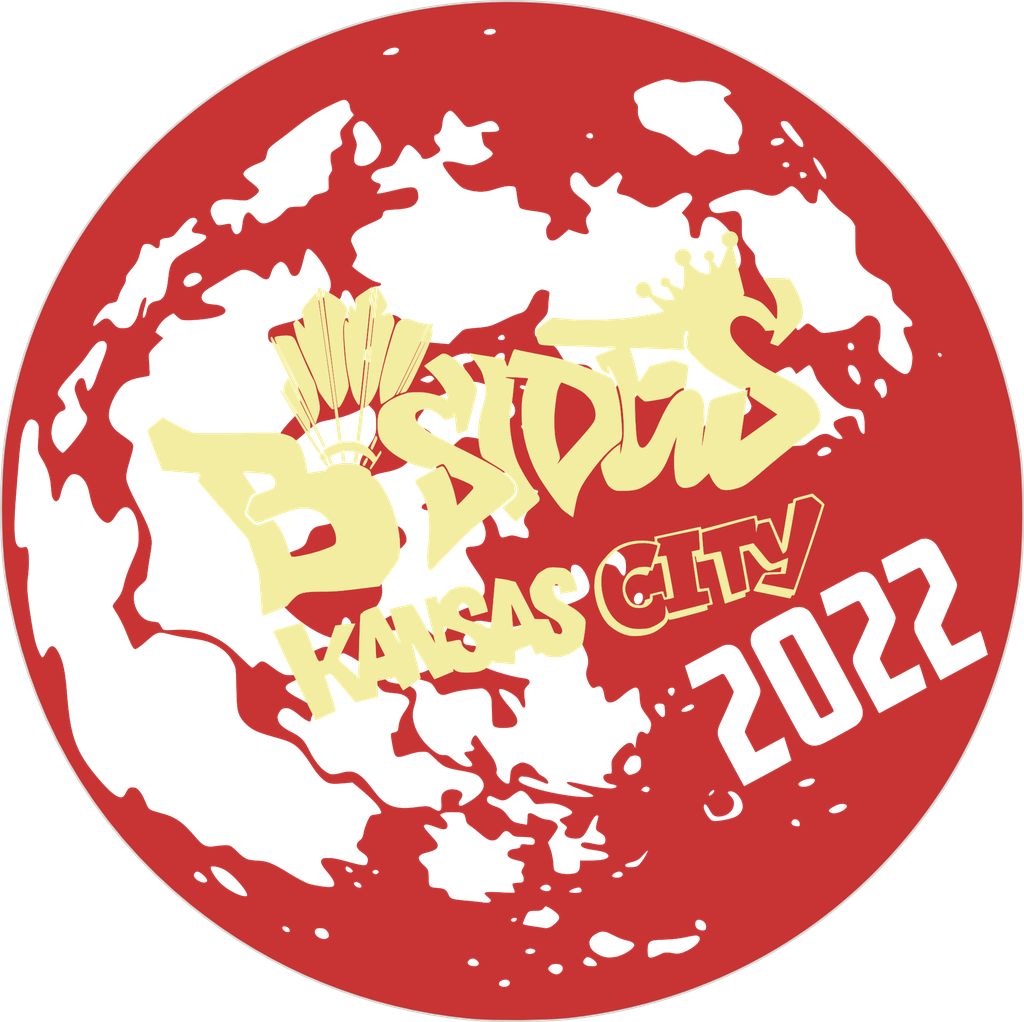
<source format=kicad_pcb>
(kicad_pcb (version 4) (host pcbnew 4.0.7)
  (layers (0 F.Cu signal) (31 B.Cu signal) (34 B.Paste user) (35 F.Paste user) (36 B.SilkS user) (37 F.SilkS user) (38 B.Mask user) (39 F.Mask user) (44 Edge.Cuts user))
  (net 0 "")
  (module LOGO (layer F.Cu) (at 0 0)
    (fp_text reference "G***" hide)
    (fp_text value "LOGO" hide)
  )
  (module LOGO (layer F.Cu) (at 0 0)
    (fp_text reference "G***" hide)
    (fp_text value "LOGO" hide)
  )
  (module LOGO (layer F.Cu) (at 0 0)
    (fp_text reference "G***" hide)
    (fp_text value "LOGO" hide)
  )
  (module LOGO (layer F.Cu) (at 0 0)
    (fp_text reference "G***" hide)
    (fp_text value "LOGO" hide)
    (fp_poly (pts (xy 18.140065 -20.897180) (xy 18.626500 -20.886502) (xy 19.089970 -20.867736) (xy 19.539890 -20.840200) (xy 19.985677 -20.803213) (xy 20.436747 -20.756093) (xy 20.902513 -20.698158) (xy 21.392393 -20.628725) (xy 21.410084 -20.626080) (xy 22.411299 -20.454814) (xy 23.402989 -20.242754) (xy 24.383949 -19.990613) (xy 25.352971 -19.699106) (xy 26.308849 -19.368947) (xy 27.250376 -19.000848) (xy 28.176346 -18.595526) (xy 29.085551 -18.153692) (xy 29.976785 -17.676061) (xy 30.848842 -17.163348) (xy 31.700515 -16.616265) (xy 32.530596 -16.035527) (xy 33.337881 -15.421848) (xy 34.121161 -14.775942) (xy 34.879230 -14.098522) (xy 35.610881 -13.390302) (xy 36.314909 -12.651997) (xy 36.990106 -11.884320) (xy 37.635265 -11.087985) (xy 37.722611 -10.974916) (xy 38.314595 -10.169442) (xy 38.873439 -9.338150) (xy 39.398677 -8.482140) (xy 39.889842 -7.602512) (xy 40.346466 -6.700369) (xy 40.768082 -5.776809) (xy 41.154223 -4.832933) (xy 41.504423 -3.869844) (xy 41.818214 -2.888640) (xy 42.095129 -1.890422) (xy 42.334702 -0.876292) (xy 42.536464 0.152651) (xy 42.597471 0.512445) (xy 42.644809 0.814890) (xy 42.686205 1.106155) (xy 42.721940 1.391032) (xy 42.752299 1.674313) (xy 42.777566 1.960789) (xy 42.798023 2.255252) (xy 42.813954 2.562494) (xy 42.825642 2.887306) (xy 42.833372 3.234479) (xy 42.837427 3.608806) (xy 42.838090 4.015077) (xy 42.835644 4.458084) (xy 42.835031 4.527530) (xy 42.831894 4.837294) (xy 42.828418 5.110240) (xy 42.824389 5.351884) (xy 42.819591 5.567741) (xy 42.813810 5.763325) (xy 42.806830 5.944154) (xy 42.798437 6.115741) (xy 42.788414 6.283603) (xy 42.776547 6.453254) (xy 42.762620 6.630210) (xy 42.746419 6.819987) (xy 42.744934 6.836834) (xy 42.708434 7.204553) (xy 42.663582 7.571074) (xy 42.608961 7.945881) (xy 42.543156 8.338455) (xy 42.464749 8.758281) (xy 42.436635 8.900584) (xy 42.215193 9.910099) (xy 41.958069 10.903103) (xy 41.665854 11.878142) (xy 41.339136 12.833766) (xy 40.978506 13.768523) (xy 40.584552 14.680961) (xy 40.157864 15.569628) (xy 39.699031 16.433074) (xy 39.208642 17.269846) (xy 38.745663 17.991667) (xy 38.150235 18.844584) (xy 37.524984 19.667858) (xy 36.870521 20.460987) (xy 36.187455 21.223467) (xy 35.476395 21.954794) (xy 34.737950 22.654464) (xy 33.972731 23.321976) (xy 33.181347 23.956824) (xy 32.364407 24.558505) (xy 31.522521 25.126517) (xy 30.656298 25.660354) (xy 29.766348 26.159515) (xy 28.853280 26.623495) (xy 27.917703 27.051792) (xy 27.628985 27.174817) (xy 26.856794 27.482426) (xy 26.066036 27.766770) (xy 25.261631 28.026679) (xy 24.448500 28.260985) (xy 23.631559 28.468519) (xy 22.815730 28.648111) (xy 22.005931 28.798594) (xy 21.207080 28.918797) (xy 20.424098 29.007553) (xy 19.685000 29.062462) (xy 19.552451 29.068291) (xy 19.383641 29.073623) (xy 19.184279 29.078422) (xy 18.960070 29.082653) (xy 18.716720 29.086280) (xy 18.459937 29.089266) (xy 18.195426 29.091575) (xy 17.928894 29.093172) (xy 17.666047 29.094020) (xy 17.412592 29.094084) (xy 17.174235 29.093327) (xy 16.956684 29.091715) (xy 16.765643 29.089209) (xy 16.606820 29.085776) (xy 16.510000 29.082474) (xy 16.291819 29.072288) (xy 16.092217 29.060735) (xy 15.900356 29.046904) (xy 15.705402 29.029882) (xy 15.496516 29.008759) (xy 15.262861 28.982622) (xy 15.113000 28.964959) (xy 14.078560 28.820234) (xy 13.055063 28.634926) (xy 12.043503 28.409518) (xy 11.044875 28.144493) (xy 10.060175 27.840334) (xy 9.090398 27.497523) (xy 8.541914 27.278454) (xy 17.138082 27.278454) (xy 17.156502 27.334396) (xy 17.213721 27.379613) (xy 17.238061 27.391626) (xy 17.358207 27.426696) (xy 17.476566 27.420210) (xy 17.560715 27.391279) (xy 17.634247 27.341074) (xy 17.677502 27.275799) (xy 17.686733 27.204375) (xy 17.664384 27.144501) (xy 17.601097 27.084732) (xy 17.511930 27.057502) (xy 17.423716 27.059578) (xy 17.308839 27.086556) (xy 17.219790 27.131429) (xy 17.163480 27.190427) (xy 17.155807 27.205787) (xy 17.138082 27.278454) (xy 8.541914 27.278454) (xy 8.136539 27.116544) (xy 7.199594 26.697878) (xy 6.863541 26.531186) (xy 19.558000 26.531186) (xy 19.578427 26.599941) (xy 19.637058 26.668231) (xy 19.729914 26.731994) (xy 19.778945 26.756811) (xy 19.879877 26.797783) (xy 19.959675 26.813643) (xy 20.031122 26.804615) (xy 20.106998 26.770924) (xy 20.121152 26.762821) (xy 20.205992 26.695089) (xy 20.258916 26.614966) (xy 20.279638 26.530018) (xy 20.267870 26.447810) (xy 20.223326 26.375905) (xy 20.145718 26.321870) (xy 20.137997 26.318514) (xy 20.058513 26.298399) (xy 19.957335 26.290229) (xy 19.853127 26.294035) (xy 19.764557 26.309847) (xy 19.741540 26.317872) (xy 19.675325 26.358287) (xy 19.615530 26.416195) (xy 19.572880 26.479131) (xy 19.558000 26.531186) (xy 6.863541 26.531186) (xy 6.280556 26.242009) (xy 6.249071 26.224779) (xy 15.599834 26.224779) (xy 15.619311 26.286419) (xy 15.671834 26.339083) (xy 15.748533 26.379758) (xy 15.840543 26.405430) (xy 15.938996 26.413087) (xy 16.035026 26.399713) (xy 16.074724 26.386182) (xy 16.138334 26.343367) (xy 16.163805 26.286716) (xy 16.151418 26.220163) (xy 16.133635 26.194349) (xy 21.270930 26.194349) (xy 21.290011 26.266538) (xy 21.348373 26.328623) (xy 21.444998 26.377391) (xy 21.466031 26.384400) (xy 21.546785 26.401648) (xy 21.645741 26.411597) (xy 21.747666 26.413859) (xy 21.837325 26.408044) (xy 21.895539 26.395357) (xy 21.939604 26.361964) (xy 21.950226 26.311994) (xy 21.930496 26.250256) (xy 21.883507 26.181556) (xy 21.812351 26.110701) (xy 21.720120 26.042499) (xy 21.638468 25.995721) (xy 21.549361 25.959071) (xy 21.478190 25.954061) (xy 21.413130 25.982223) (xy 21.354677 26.032510) (xy 21.292147 26.115268) (xy 21.270930 26.194349) (xy 16.133635 26.194349) (xy 16.101457 26.147642) (xy 16.054404 26.103593) (xy 15.963059 26.044869) (xy 15.873024 26.024318) (xy 15.783583 26.036643) (xy 15.719685 26.067395) (xy 15.659913 26.117354) (xy 15.616046 26.174459) (xy 15.599834 26.224779) (xy 6.249071 26.224779) (xy 5.380422 25.749420) (xy 5.272688 25.684695) (xy 18.436167 25.684695) (xy 18.454857 25.740489) (xy 18.504964 25.781788) (xy 18.577543 25.806861) (xy 18.663648 25.813979) (xy 18.754334 25.801412) (xy 18.840654 25.767431) (xy 18.846574 25.764046) (xy 18.912417 25.715913) (xy 18.937781 25.670871) (xy 18.924065 25.625815) (xy 18.914259 25.613703) (xy 18.851180 25.567545) (xy 18.770944 25.541760) (xy 18.682830 25.534971) (xy 18.596121 25.545798) (xy 18.520096 25.572865) (xy 18.464036 25.614792) (xy 18.437221 25.670202) (xy 18.436167 25.684695) (xy 5.272688 25.684695) (xy 4.540200 25.244631) (xy 21.573087 25.244631) (xy 21.585219 25.366292) (xy 21.624357 25.483344) (xy 21.642030 25.516814) (xy 21.725533 25.625231) (xy 21.842498 25.728902) (xy 21.984067 25.822139) (xy 22.141380 25.899259) (xy 22.305577 25.954575) (xy 22.335593 25.961872) (xy 22.478324 25.981166) (xy 22.641924 25.981897) (xy 22.809667 25.964966) (xy 22.964827 25.931270) (xy 22.977843 25.927371) (xy 23.137260 25.870426) (xy 23.291965 25.800533) (xy 23.435870 25.721689) (xy 23.562888 25.637890) (xy 23.564291 25.636747) (xy 24.426452 25.636747) (xy 24.430288 25.777513) (xy 24.444429 25.879921) (xy 24.472546 25.947424) (xy 24.518309 25.983476) (xy 24.585390 25.991529) (xy 24.677458 25.975036) (xy 24.759861 25.950367) (xy 24.841154 25.920464) (xy 24.941353 25.879042) (xy 25.041712 25.833931) (xy 25.063862 25.823367) (xy 25.156185 25.780881) (xy 25.226997 25.755325) (xy 25.291549 25.742635) (xy 25.365091 25.738746) (xy 25.381692 25.738667) (xy 25.483078 25.744186) (xy 25.595624 25.758434) (xy 25.668562 25.772500) (xy 25.820008 25.795633) (xy 25.965823 25.789786) (xy 26.118864 25.753697) (xy 26.214832 25.718882) (xy 26.384388 25.642699) (xy 26.540728 25.556507) (xy 26.680111 25.463720) (xy 26.798795 25.367753) (xy 26.893040 25.272018) (xy 26.959105 25.179931) (xy 26.993246 25.094906) (xy 26.991725 25.020357) (xy 26.989012 25.012394) (xy 26.960751 24.959306) (xy 26.919514 24.922529) (xy 26.860600 24.901623) (xy 26.779307 24.896146) (xy 26.670932 24.905656) (xy 26.530774 24.929711) (xy 26.401215 24.957201) (xy 26.209360 24.997518) (xy 26.027478 25.029723) (xy 25.845131 25.055068) (xy 25.651880 25.074806) (xy 25.437288 25.090187) (xy 25.190917 25.102464) (xy 25.188976 25.102545) (xy 25.016086 25.110611) (xy 24.879747 25.119382) (xy 24.774176 25.129946) (xy 24.693593 25.143388) (xy 24.632217 25.160796) (xy 24.584266 25.183258) (xy 24.543959 25.211859) (xy 24.526741 25.227052) (xy 24.484306 25.277093) (xy 24.454987 25.340319) (xy 24.436881 25.424500) (xy 24.428086 25.537409) (xy 24.426452 25.636747) (xy 23.564291 25.636747) (xy 23.666931 25.553134) (xy 23.741910 25.471416) (xy 23.780638 25.400355) (xy 23.779624 25.338902) (xy 23.740303 25.279331) (xy 23.666686 25.224739) (xy 23.562781 25.178221) (xy 23.452667 25.147125) (xy 23.320875 25.114622) (xy 23.194904 25.075708) (xy 23.064491 25.026486) (xy 22.919376 24.963058) (xy 22.749296 24.881525) (xy 22.735381 24.874637) (xy 22.612185 24.814255) (xy 22.518558 24.770651) (xy 22.446574 24.740952) (xy 22.388304 24.722286) (xy 22.335823 24.711781) (xy 22.281202 24.706565) (xy 22.269714 24.705924) (xy 22.197240 24.704134) (xy 22.139340 24.709900) (xy 22.081273 24.726829) (xy 22.008299 24.758529) (xy 21.960417 24.781633) (xy 21.817909 24.865214) (xy 21.703728 24.960893) (xy 21.623100 25.063684) (xy 21.590197 25.134820) (xy 21.573087 25.244631) (xy 4.540200 25.244631) (xy 4.500186 25.220592) (xy 3.790461 24.754306) (xy 8.113163 24.754306) (xy 8.140402 24.832249) (xy 8.193249 24.906287) (xy 8.266440 24.972167) (xy 8.354711 25.025634) (xy 8.452800 25.062434) (xy 8.555444 25.078313) (xy 8.657380 25.069017) (xy 8.710898 25.051774) (xy 8.778975 25.004410) (xy 8.813348 24.936900) (xy 8.814076 24.854634) (xy 8.781220 24.763005) (xy 8.714839 24.667403) (xy 8.706559 24.658053) (xy 8.623280 24.587865) (xy 8.523579 24.547425) (xy 8.399908 24.534296) (xy 8.331415 24.536862) (xy 8.254024 24.545853) (xy 8.203846 24.562774) (xy 8.165818 24.593385) (xy 8.156557 24.603720) (xy 8.116793 24.676711) (xy 8.113163 24.754306) (xy 3.790461 24.754306) (xy 3.640844 24.656009) (xy 3.441660 24.513336) (xy 6.523504 24.513336) (xy 6.535291 24.579693) (xy 6.579394 24.642049) (xy 6.645858 24.694092) (xy 6.724729 24.729513) (xy 6.806052 24.742001) (xy 6.866852 24.730986) (xy 6.893540 24.700843) (xy 6.898580 24.648690) (xy 6.882595 24.588521) (xy 6.858718 24.548470) (xy 6.782560 24.484541) (xy 6.683901 24.452997) (xy 6.612015 24.451352) (xy 6.557311 24.459939) (xy 6.531909 24.479677) (xy 6.523504 24.513336) (xy 3.441660 24.513336) (xy 3.166565 24.316289) (xy 18.309554 24.316289) (xy 18.318890 24.337892) (xy 18.349901 24.358348) (xy 18.406144 24.378565) (xy 18.491175 24.399450) (xy 18.608551 24.421912) (xy 18.761829 24.446859) (xy 18.903091 24.467833) (xy 19.037527 24.487512) (xy 19.158114 24.505704) (xy 19.258443 24.521399) (xy 19.332102 24.533585) (xy 19.372681 24.541251) (xy 19.378084 24.542764) (xy 19.429352 24.549717) (xy 19.504474 24.541543) (xy 19.588909 24.520953) (xy 19.668118 24.490658) (xy 19.674655 24.487467) (xy 19.752911 24.439950) (xy 19.839153 24.374166) (xy 19.898410 24.321642) (xy 26.760066 24.321642) (xy 26.770116 24.415957) (xy 26.803524 24.503929) (xy 26.858506 24.573073) (xy 26.877550 24.587374) (xy 26.960554 24.627762) (xy 27.054371 24.651957) (xy 27.146373 24.658766) (xy 27.223934 24.646994) (xy 27.266292 24.624136) (xy 27.294258 24.574269) (xy 27.305649 24.500085) (xy 27.300594 24.416168) (xy 27.279228 24.337098) (xy 27.263414 24.305472) (xy 27.199103 24.227841) (xy 27.117315 24.168951) (xy 27.027441 24.131781) (xy 26.938872 24.119309) (xy 26.860998 24.134514) (xy 26.817157 24.163936) (xy 26.775152 24.233472) (xy 26.760066 24.321642) (xy 19.898410 24.321642) (xy 19.924600 24.298428) (xy 20.000468 24.221048) (xy 20.057978 24.150337) (xy 20.087757 24.096461) (xy 20.102675 24.018248) (xy 20.088813 23.947112) (xy 20.042841 23.871987) (xy 20.007730 23.830528) (xy 19.943839 23.768516) (xy 19.862538 23.702266) (xy 19.771154 23.636319) (xy 19.677016 23.575218) (xy 19.587453 23.523505) (xy 19.509795 23.485721) (xy 19.451370 23.466408) (xy 19.422464 23.467815) (xy 19.391470 23.493872) (xy 19.349063 23.538566) (xy 19.335857 23.553969) (xy 19.285649 23.607676) (xy 19.234096 23.644697) (xy 19.171934 23.667984) (xy 19.089898 23.680489) (xy 18.978725 23.685162) (xy 18.923000 23.685500) (xy 18.794508 23.688051) (xy 18.699842 23.697814) (xy 18.630690 23.717959) (xy 18.578741 23.751654) (xy 18.535680 23.802067) (xy 18.509887 23.842961) (xy 18.477690 23.903509) (xy 18.439585 23.983482) (xy 18.399857 24.072755) (xy 18.362791 24.161200) (xy 18.332674 24.238693) (xy 18.313791 24.295107) (xy 18.309554 24.316289) (xy 3.166565 24.316289) (xy 2.899482 24.124982) (xy 17.725797 24.124982) (xy 17.727957 24.167466) (xy 17.764842 24.204261) (xy 17.784823 24.213834) (xy 17.846209 24.232323) (xy 17.898889 24.228216) (xy 17.932530 24.217032) (xy 17.979509 24.184408) (xy 18.011182 24.143670) (xy 18.028111 24.085601) (xy 18.008323 24.046719) (xy 17.953663 24.028745) (xy 17.889587 24.030167) (xy 17.810420 24.049656) (xy 17.754554 24.083487) (xy 17.725797 24.124982) (xy 2.899482 24.124982) (xy 2.803391 24.056154) (xy 1.988822 23.421509) (xy 1.198132 22.752558) (xy 0.432316 22.049781) (xy 0.344767 21.964210) (xy 2.185458 21.964210) (xy 2.216450 22.044050) (xy 2.288325 22.130579) (xy 2.330643 22.169150) (xy 2.421376 22.232032) (xy 2.521886 22.277764) (xy 2.622915 22.304492) (xy 2.715206 22.310362) (xy 2.789499 22.293519) (xy 2.824978 22.268186) (xy 2.849620 22.225300) (xy 2.847025 22.175680) (xy 2.815146 22.113316) (xy 2.751936 22.032196) (xy 2.739892 22.018343) (xy 2.638588 21.915996) (xy 2.535814 21.835670) (xy 2.439613 21.783033) (xy 2.381635 21.765879) (xy 2.328362 21.763483) (xy 2.285479 21.782251) (xy 2.244649 21.818595) (xy 2.194980 21.889558) (xy 2.185458 21.964210) (xy 0.344767 21.964210) (xy 0.013233 21.640170) (xy -0.059488 21.564415) (xy 3.009372 21.564415) (xy 3.016273 21.627994) (xy 3.048235 21.715706) (xy 3.101158 21.820997) (xy 3.170940 21.937314) (xy 3.253482 22.058100) (xy 3.344683 22.176803) (xy 3.440442 22.286867) (xy 3.498310 22.345964) (xy 3.629062 22.461296) (xy 3.777974 22.573350) (xy 3.938348 22.678619) (xy 4.103487 22.773592) (xy 4.266693 22.854761) (xy 4.421269 22.918616) (xy 4.560517 22.961648) (xy 4.677740 22.980349) (xy 4.709584 22.980618) (xy 4.772053 22.976845) (xy 4.802401 22.967382) (xy 4.810820 22.945254) (xy 4.808526 22.912917) (xy 4.784055 22.826288) (xy 4.728154 22.716806) (xy 4.642936 22.587450) (xy 4.530512 22.441194) (xy 4.392994 22.281017) (xy 4.256017 22.134137) (xy 4.094853 21.973935) (xy 3.948969 21.844843) (xy 3.811266 21.742041) (xy 3.674645 21.660703) (xy 3.532008 21.596008) (xy 3.394036 21.548453) (xy 3.254613 21.516623) (xy 3.132018 21.509321) (xy 3.130199 21.509421) (xy 3.063279 21.515376) (xy 3.027740 21.526727) (xy 3.012634 21.548458) (xy 3.009372 21.564415) (xy -0.059488 21.564415) (xy -0.695084 20.902308) (xy -1.369963 20.138639) (xy -2.011044 19.349781) (xy -2.617965 18.536349) (xy -3.190363 17.698960) (xy -3.727877 16.838231) (xy -4.230146 15.954778) (xy -4.696806 15.049218) (xy -5.127497 14.122167) (xy -5.521856 13.174241) (xy -5.879522 12.206058) (xy -6.200133 11.218233) (xy -6.297700 10.888186) (xy -6.427427 10.421367) (xy -6.552894 9.936407) (xy -6.670871 9.446805) (xy -6.778129 8.966059) (xy -6.871437 8.507666) (xy -6.887299 8.424334) (xy -6.957823 8.035979) (xy -7.019765 7.664422) (xy -7.073523 7.304414) (xy -7.119499 6.950702) (xy -7.158089 6.598036) (xy -7.189694 6.241166) (xy -7.214714 5.874841) (xy -7.233546 5.493811) (xy -7.246591 5.092824) (xy -7.251178 4.837464) (xy -6.604000 4.837464) (xy -6.600741 5.082831) (xy -6.590512 5.289319) (xy -6.572639 5.459912) (xy -6.546444 5.597593) (xy -6.511250 5.705347) (xy -6.466383 5.786157) (xy -6.411166 5.843007) (xy -6.370437 5.868022) (xy -6.322812 5.887595) (xy -6.276734 5.894311) (xy -6.216142 5.889064) (xy -6.161342 5.879655) (xy -6.087822 5.867068) (xy -6.043526 5.864591) (xy -6.016233 5.873706) (xy -5.993722 5.895899) (xy -5.989994 5.900457) (xy -5.958139 5.963726) (xy -5.932706 6.063543) (xy -5.913899 6.194580) (xy -5.901923 6.351511) (xy -5.896983 6.529009) (xy -5.899284 6.721748) (xy -5.909030 6.924399) (xy -5.926428 7.131636) (xy -5.938512 7.239000) (xy -5.954583 7.381875) (xy -5.966336 7.518300) (xy -5.973457 7.652639) (xy -5.975632 7.789256) (xy -5.972549 7.932517) (xy -5.963893 8.086786) (xy -5.949352 8.256428) (xy -5.928612 8.445808) (xy -5.901360 8.659289) (xy -5.867282 8.901238) (xy -5.826065 9.176018) (xy -5.777396 9.487994) (xy -5.776753 9.492063) (xy -5.733015 9.760688) (xy -5.692380 9.992511) (xy -5.653685 10.192847) (xy -5.615766 10.367013) (xy -5.577462 10.520324) (xy -5.537608 10.658097) (xy -5.495041 10.785646) (xy -5.491688 10.795000) (xy -5.448577 10.906273) (xy -5.400756 11.015957) (xy -5.352544 11.115338) (xy -5.308264 11.195703) (xy -5.272237 11.248340) (xy -5.261305 11.259515) (xy -5.232771 11.272700) (xy -5.201991 11.262417) (xy -5.165560 11.224972) (xy -5.120077 11.156674) (xy -5.062140 11.053830) (xy -5.048850 11.028964) (xy -4.981084 10.908566) (xy -4.922368 10.823129) (xy -4.867335 10.767810) (xy -4.810620 10.737767) (xy -4.746855 10.728158) (xy -4.716499 10.729063) (xy -4.655600 10.753125) (xy -4.588019 10.815341) (xy -4.516012 10.912486) (xy -4.441832 11.041335) (xy -4.367733 11.198663) (xy -4.337755 11.271011) (xy -4.287340 11.408102) (xy -4.242210 11.555329) (xy -4.201673 11.716805) (xy -4.165037 11.896643) (xy -4.131610 12.098955) (xy -4.100700 12.327855) (xy -4.071617 12.587455) (xy -4.043667 12.881868) (xy -4.020877 13.155084) (xy -3.982974 13.584953) (xy -3.939509 13.977076) (xy -3.888829 14.335857) (xy -3.829280 14.665702) (xy -3.759205 14.971017) (xy -3.676953 15.256207) (xy -3.580866 15.525677) (xy -3.469293 15.783833) (xy -3.340577 16.035081) (xy -3.193065 16.283825) (xy -3.025102 16.534473) (xy -2.835034 16.791429) (xy -2.621206 17.059098) (xy -2.500635 17.203324) (xy -2.300995 17.432942) (xy -2.120611 17.627410) (xy -1.957770 17.788350) (xy -1.810757 17.917384) (xy -1.677856 18.016136) (xy -1.579604 18.074920) (xy -1.470908 18.122527) (xy -1.380589 18.138126) (xy -1.303551 18.119588) (xy -1.234702 18.064787) (xy -1.168947 17.971598) (xy -1.122957 17.884298) (xy -1.064816 17.777200) (xy -1.008317 17.705702) (xy -0.946099 17.664041) (xy -0.870800 17.646453) (xy -0.817392 17.645030) (xy -0.739238 17.653055) (xy -0.667857 17.670397) (xy -0.642960 17.680634) (xy -0.550711 17.745643) (xy -0.458854 17.845781) (xy -0.366323 17.982685) (xy -0.272051 18.157989) (xy -0.174972 18.373329) (xy -0.147259 18.440729) (xy -0.106911 18.535964) (xy -0.067965 18.611152) (xy -0.024357 18.670547) (xy 0.029980 18.718405) (xy 0.101107 18.758981) (xy 0.195091 18.796529) (xy 0.317995 18.835306) (xy 0.475884 18.879567) (xy 0.479622 18.880586) (xy 0.658213 18.930462) (xy 0.803670 18.974007) (xy 0.924189 19.014041) (xy 1.027971 19.053380) (xy 1.123212 19.094843) (xy 1.174750 19.119488) (xy 1.347524 19.214711) (xy 1.517309 19.330080) (xy 1.688609 19.469465) (xy 1.865929 19.636735) (xy 2.053774 19.835758) (xy 2.190425 19.991917) (xy 2.330395 20.152664) (xy 2.451314 20.281754) (xy 2.558843 20.381902) (xy 2.658647 20.455821) (xy 2.756387 20.506226) (xy 2.857727 20.535829) (xy 2.968329 20.547345) (xy 3.093857 20.543488) (xy 3.239973 20.526971) (xy 3.291417 20.519543) (xy 3.483145 20.495521) (xy 3.654601 20.483329) (xy 3.800189 20.483059) (xy 3.914313 20.494806) (xy 3.967049 20.508246) (xy 4.022219 20.538403) (xy 4.101625 20.598994) (xy 4.206208 20.690793) (xy 4.319238 20.797446) (xy 4.451243 20.922042) (xy 4.563529 21.018860) (xy 4.664489 21.091774) (xy 4.762520 21.144657) (xy 4.866014 21.181380) (xy 4.983367 21.205818) (xy 5.122973 21.221843) (xy 5.259917 21.231420) (xy 5.417264 21.243600) (xy 5.563652 21.260411) (xy 5.687066 21.280323) (xy 5.745977 21.293349) (xy 5.900759 21.342897) (xy 6.080201 21.418711) (xy 6.285784 21.521535) (xy 6.518992 21.652109) (xy 6.781306 21.811177) (xy 6.784874 21.813410) (xy 6.947994 21.913392) (xy 7.113928 22.011143) (xy 7.276889 22.103558) (xy 7.431089 22.187530) (xy 7.570742 22.259952) (xy 7.690061 22.317720) (xy 7.783259 22.357726) (xy 7.826680 22.372618) (xy 7.939697 22.401551) (xy 8.071877 22.430337) (xy 8.215314 22.457771) (xy 8.362102 22.482649) (xy 8.504332 22.503767) (xy 8.634099 22.519920) (xy 8.743495 22.529905) (xy 8.824614 22.532517) (xy 8.858250 22.529725) (xy 8.915861 22.523016) (xy 8.948209 22.521623) (xy 9.009883 22.502090) (xy 9.056894 22.451806) (xy 9.079685 22.382043) (xy 9.080373 22.368121) (xy 10.032612 22.368121) (xy 10.054528 22.419081) (xy 10.095807 22.469540) (xy 10.152428 22.513586) (xy 10.220371 22.545309) (xy 10.295613 22.558798) (xy 10.318568 22.558434) (xy 10.378733 22.548634) (xy 10.406534 22.526350) (xy 10.410400 22.514368) (xy 10.404054 22.443765) (xy 10.364355 22.376657) (xy 10.300101 22.320486) (xy 10.220088 22.282699) (xy 10.133111 22.270739) (xy 10.123258 22.271340) (xy 10.062956 22.288340) (xy 10.034081 22.322570) (xy 10.032612 22.368121) (xy 9.080373 22.368121) (xy 9.080500 22.365557) (xy 9.063768 22.279513) (xy 9.014615 22.170914) (xy 8.934609 22.042443) (xy 8.825317 21.896786) (xy 8.762941 21.821585) (xy 8.638972 21.671383) (xy 8.601208 21.620748) (xy 9.619644 21.620748) (xy 9.642345 21.691473) (xy 9.689999 21.753652) (xy 9.755726 21.794446) (xy 9.757834 21.795180) (xy 9.847057 21.818129) (xy 9.913022 21.815662) (xy 9.960163 21.792479) (xy 9.963408 21.789547) (xy 10.943167 21.789547) (xy 10.960794 21.826783) (xy 11.003756 21.866197) (xy 11.057179 21.896737) (xy 11.101917 21.907500) (xy 11.151493 21.894676) (xy 11.204654 21.863820) (xy 11.204896 21.863631) (xy 11.250346 21.815466) (xy 11.255301 21.769759) (xy 11.220437 21.719123) (xy 11.218334 21.717000) (xy 11.162743 21.684702) (xy 11.095523 21.677146) (xy 11.028800 21.691134) (xy 10.974702 21.723469) (xy 10.945353 21.770955) (xy 10.943167 21.789547) (xy 9.963408 21.789547) (xy 9.986617 21.768581) (xy 9.987727 21.743545) (xy 9.966329 21.702520) (xy 9.915108 21.640939) (xy 9.840609 21.580092) (xy 9.760152 21.532710) (xy 9.710739 21.514646) (xy 9.664722 21.511597) (xy 9.637121 21.537652) (xy 9.628774 21.554316) (xy 9.619644 21.620748) (xy 8.601208 21.620748) (xy 8.545295 21.545780) (xy 8.480407 21.441427) (xy 8.442806 21.354974) (xy 8.430990 21.283069) (xy 8.443454 21.222363) (xy 8.473216 21.175660) (xy 8.499872 21.147158) (xy 8.527313 21.128704) (xy 8.565452 21.117688) (xy 8.624206 21.111498) (xy 8.713489 21.107525) (xy 8.734676 21.106806) (xy 8.823450 21.105850) (xy 8.912158 21.109723) (xy 9.006312 21.119471) (xy 9.111422 21.136138) (xy 9.232999 21.160771) (xy 9.376555 21.194414) (xy 9.547601 21.238113) (xy 9.751649 21.292913) (xy 9.831917 21.314919) (xy 10.039902 21.370467) (xy 10.211557 21.412395) (xy 10.350415 21.441338) (xy 10.460004 21.457935) (xy 10.543857 21.462824) (xy 10.605504 21.456640) (xy 10.610483 21.455463) (xy 10.658895 21.424573) (xy 10.697375 21.356931) (xy 10.729318 21.235284) (xy 10.722356 21.134973) (xy 13.213592 21.134973) (xy 13.246740 21.221672) (xy 13.317692 21.320631) (xy 13.427121 21.433469) (xy 13.451540 21.455906) (xy 13.539564 21.538548) (xy 13.603443 21.609346) (xy 13.647007 21.677857) (xy 13.674087 21.753638) (xy 13.688511 21.846249) (xy 13.694111 21.965246) (xy 13.694834 22.063030) (xy 13.697155 22.218943) (xy 13.707072 22.337983) (xy 13.729011 22.425488) (xy 13.767400 22.486801) (xy 13.826665 22.527261) (xy 13.911235 22.552208) (xy 14.025535 22.566984) (xy 14.118167 22.573681) (xy 14.269823 22.587127) (xy 14.386936 22.609489) (xy 14.477081 22.645419) (xy 14.547831 22.699565) (xy 14.606761 22.776577) (xy 14.661446 22.881106) (xy 14.677512 22.917047) (xy 14.704372 22.971999) (xy 14.735457 23.017452) (xy 14.775203 23.054807) (xy 14.828043 23.085467) (xy 14.898414 23.110834) (xy 14.990748 23.132308) (xy 15.109483 23.151293) (xy 15.259051 23.169191) (xy 15.443888 23.187402) (xy 15.568084 23.198581) (xy 15.723638 23.212771) (xy 15.877209 23.227649) (xy 16.019778 23.242276) (xy 16.142330 23.255716) (xy 16.235849 23.267028) (xy 16.266584 23.271252) (xy 16.406599 23.290252) (xy 16.511861 23.300307) (xy 16.589055 23.301126) (xy 16.644867 23.292418) (xy 16.685984 23.273890) (xy 16.712820 23.251771) (xy 16.746789 23.212408) (xy 16.752422 23.181139) (xy 16.738060 23.146577) (xy 16.708301 23.107765) (xy 16.655541 23.054455) (xy 16.590649 22.997543) (xy 16.583959 22.992111) (xy 16.522242 22.938745) (xy 16.475182 22.891198) (xy 16.451642 22.858564) (xy 16.450647 22.855317) (xy 16.454322 22.826469) (xy 16.479503 22.803856) (xy 16.528921 22.787306) (xy 16.605305 22.776643) (xy 16.711387 22.771693) (xy 16.849897 22.772283) (xy 17.023566 22.778237) (xy 17.235124 22.789383) (xy 17.361572 22.797208) (xy 17.494873 22.804763) (xy 17.618760 22.809892) (xy 17.725072 22.812404) (xy 17.805646 22.812106) (xy 17.852320 22.808809) (xy 17.852810 22.808719) (xy 17.890327 22.800787) (xy 17.913351 22.789122) (xy 17.921934 22.766722) (xy 17.920085 22.753939) (xy 20.574000 22.753939) (xy 20.593567 22.775746) (xy 20.646161 22.793523) (xy 20.722623 22.806768) (xy 20.813795 22.814978) (xy 20.910517 22.817650) (xy 21.003631 22.814281) (xy 21.083978 22.804368) (xy 21.142398 22.787408) (xy 21.146551 22.785373) (xy 21.196604 22.741839) (xy 21.207124 22.684736) (xy 21.177936 22.616096) (xy 21.163074 22.595657) (xy 21.133188 22.562418) (xy 21.101986 22.546670) (xy 21.054758 22.544192) (xy 20.999033 22.548594) (xy 20.912925 22.564230) (xy 20.820764 22.592850) (xy 20.731696 22.630034) (xy 20.654870 22.671361) (xy 20.599435 22.712413) (xy 20.574539 22.748770) (xy 20.574000 22.753939) (xy 17.920085 22.753939) (xy 17.916126 22.726582) (xy 17.895979 22.661699) (xy 17.869358 22.586997) (xy 19.163194 22.586997) (xy 19.189660 22.626779) (xy 19.254835 22.670246) (xy 19.283368 22.685375) (xy 19.384724 22.722611) (xy 19.487014 22.735096) (xy 19.578784 22.722964) (xy 19.648580 22.686350) (xy 19.654212 22.681046) (xy 19.696630 22.621881) (xy 19.700142 22.563074) (xy 19.664662 22.497129) (xy 19.651974 22.481344) (xy 19.577348 22.422903) (xy 19.485863 22.398892) (xy 19.384895 22.409029) (xy 19.281820 22.453033) (xy 19.219334 22.497837) (xy 19.173673 22.545738) (xy 19.163194 22.586997) (xy 17.869358 22.586997) (xy 17.861544 22.565070) (xy 17.854718 22.546212) (xy 17.825263 22.456899) (xy 17.813727 22.399226) (xy 17.818975 22.367034) (xy 17.821092 22.364080) (xy 17.854681 22.349021) (xy 17.925640 22.336344) (xy 18.029035 22.326873) (xy 18.052596 22.325468) (xy 18.146883 22.318266) (xy 18.228712 22.308367) (xy 18.286461 22.297354) (xy 18.304122 22.291200) (xy 18.344426 22.247385) (xy 18.364457 22.176965) (xy 18.364475 22.090359) (xy 18.344740 21.997981) (xy 18.333978 21.973911) (xy 22.689545 21.973911) (xy 22.705748 22.015715) (xy 22.761075 22.047002) (xy 22.844357 22.065796) (xy 22.942679 22.070626) (xy 23.043122 22.060019) (xy 23.061084 22.056206) (xy 23.142303 22.023206) (xy 23.195607 21.973020) (xy 23.217821 21.913452) (xy 23.205768 21.852304) (xy 23.164062 21.803203) (xy 23.082893 21.765566) (xy 22.983978 21.765304) (xy 22.869283 21.802323) (xy 22.836107 21.818571) (xy 22.758832 21.869057) (xy 22.708600 21.922922) (xy 22.689545 21.973911) (xy 18.333978 21.973911) (xy 18.305511 21.910249) (xy 18.294169 21.892425) (xy 18.261617 21.831713) (xy 18.253178 21.773013) (xy 18.270119 21.706150) (xy 18.313706 21.620946) (xy 18.331702 21.591044) (xy 18.383465 21.491708) (xy 18.401454 21.412566) (xy 18.383869 21.350127) (xy 18.328915 21.300902) (xy 18.234792 21.261398) (xy 18.150417 21.238972) (xy 17.970219 21.194615) (xy 17.828509 21.152094) (xy 17.721622 21.109360) (xy 17.645889 21.064363) (xy 17.597646 21.015053) (xy 17.573225 20.959381) (xy 17.568334 20.913565) (xy 17.585384 20.829037) (xy 17.620439 20.777959) (xy 17.669796 20.733794) (xy 17.729059 20.701833) (xy 17.808230 20.678349) (xy 17.917311 20.659613) (xy 17.949334 20.655373) (xy 18.065914 20.635075) (xy 18.144450 20.607613) (xy 18.188925 20.570885) (xy 18.203324 20.522788) (xy 18.203334 20.521340) (xy 18.210705 20.478760) (xy 18.236322 20.450584) (xy 18.285437 20.435605) (xy 18.363303 20.432617) (xy 18.475172 20.440412) (xy 18.530262 20.446239) (xy 18.658230 20.458437) (xy 18.751195 20.460670) (xy 18.815675 20.451222) (xy 18.858188 20.428377) (xy 18.885252 20.390421) (xy 18.899900 20.348971) (xy 18.908189 20.261387) (xy 18.878535 20.189113) (xy 18.809142 20.128180) (xy 18.796585 20.120579) (xy 18.765361 20.105011) (xy 18.727959 20.093184) (xy 18.677582 20.084296) (xy 18.607435 20.077546) (xy 18.510722 20.072134) (xy 18.380648 20.067257) (xy 18.330918 20.065681) (xy 18.179195 20.060367) (xy 18.062800 20.053770) (xy 17.974730 20.044018) (xy 17.907984 20.029242) (xy 17.855561 20.007571) (xy 17.810458 19.977138) (xy 17.765675 19.936070) (xy 17.737667 19.907250) (xy 17.641039 19.821799) (xy 17.552150 19.777281) (xy 17.469205 19.773384) (xy 17.390413 19.809796) (xy 17.354622 19.840434) (xy 17.300699 19.897431) (xy 17.238066 19.969325) (xy 17.197917 20.018440) (xy 17.100591 20.125351) (xy 17.005161 20.194393) (xy 16.905463 20.229255) (xy 16.835601 20.235334) (xy 16.770675 20.232491) (xy 16.709381 20.222075) (xy 16.646959 20.201251) (xy 16.578650 20.167186) (xy 16.499693 20.117047) (xy 16.405329 20.047999) (xy 16.290798 19.957211) (xy 16.151340 19.841847) (xy 16.094860 19.794380) (xy 16.000795 19.717228) (xy 15.903567 19.641050) (xy 15.815240 19.575107) (xy 15.753133 19.532039) (xy 15.653971 19.459023) (xy 15.587272 19.385119) (xy 15.544755 19.297961) (xy 15.518134 19.185184) (xy 15.517282 19.179963) (xy 15.497864 19.080740) (xy 15.471995 19.003446) (xy 15.434587 18.945402) (xy 15.380550 18.903929) (xy 15.304797 18.876351) (xy 15.202239 18.859988) (xy 15.067786 18.852162) (xy 14.896351 18.850195) (xy 14.890750 18.850198) (xy 14.755061 18.850821) (xy 14.653458 18.852980) (xy 14.577700 18.857498) (xy 14.519548 18.865199) (xy 14.470760 18.876907) (xy 14.423094 18.893444) (xy 14.411137 18.898132) (xy 14.331317 18.931558) (xy 14.282574 18.960333) (xy 14.264902 18.990967) (xy 14.278293 19.029971) (xy 14.322740 19.083857) (xy 14.398236 19.159135) (xy 14.410839 19.171323) (xy 14.512484 19.277945) (xy 14.579537 19.369778) (xy 14.614699 19.452063) (xy 14.620672 19.530045) (xy 14.614282 19.566233) (xy 14.582507 19.634540) (xy 14.526988 19.675226) (xy 14.445540 19.688552) (xy 14.335979 19.674778) (xy 14.196118 19.634166) (xy 14.158433 19.620687) (xy 13.989391 19.559408) (xy 13.854459 19.513149) (xy 13.748617 19.480787) (xy 13.666842 19.461199) (xy 13.604110 19.453261) (xy 13.555400 19.455851) (xy 13.515688 19.467844) (xy 13.502942 19.474078) (xy 13.471812 19.498175) (xy 13.458962 19.530216) (xy 13.466265 19.573481) (xy 13.495590 19.631250) (xy 13.548811 19.706804) (xy 13.627797 19.803422) (xy 13.734421 19.924385) (xy 13.802599 19.999292) (xy 13.914283 20.122757) (xy 13.999214 20.221255) (xy 14.060710 20.299616) (xy 14.102088 20.362671) (xy 14.126667 20.415248) (xy 14.137765 20.462178) (xy 14.139334 20.489428) (xy 14.125163 20.565482) (xy 14.080834 20.632084) (xy 14.003625 20.691072) (xy 13.890810 20.744284) (xy 13.739665 20.793558) (xy 13.655911 20.815557) (xy 13.522251 20.851221) (xy 13.422302 20.884804) (xy 13.347831 20.919955) (xy 13.290604 20.960322) (xy 13.258009 20.991888) (xy 13.217573 21.058918) (xy 13.213592 21.134973) (xy 10.722356 21.134973) (xy 10.721726 21.125901) (xy 10.673816 21.026369) (xy 10.584803 20.934277) (xy 10.551786 20.909047) (xy 10.476246 20.854469) (xy 10.397024 20.797084) (xy 10.365491 20.774191) (xy 10.264929 20.683290) (xy 10.202637 20.587252) (xy 10.178848 20.490232) (xy 10.193790 20.396385) (xy 10.247695 20.309867) (xy 10.335778 20.237891) (xy 10.413540 20.166191) (xy 10.471535 20.062852) (xy 10.505592 19.935591) (xy 10.507797 19.919673) (xy 10.527877 19.811433) (xy 10.561561 19.685612) (xy 10.605474 19.550716) (xy 10.656239 19.415252) (xy 10.710477 19.287726) (xy 10.764812 19.176645) (xy 10.815867 19.090515) (xy 10.856631 19.040991) (xy 10.896398 19.017630) (xy 10.962549 18.998354) (xy 11.061715 18.981454) (xy 11.112870 18.974885) (xy 11.234758 18.957990) (xy 11.318030 18.938447) (xy 11.366356 18.911651) (xy 11.383409 18.873000) (xy 11.372860 18.817892) (xy 11.338382 18.741723) (xy 11.322721 18.711825) (xy 11.264376 18.615273) (xy 11.187375 18.510904) (xy 11.089388 18.396375) (xy 10.968085 18.269345) (xy 10.821137 18.127473) (xy 10.646212 17.968418) (xy 10.440982 17.789839) (xy 10.218335 17.602066) (xy 9.969752 17.394925) (xy 9.591797 17.431015) (xy 9.453956 17.442727) (xy 9.315868 17.451905) (xy 9.189100 17.457957) (xy 9.085218 17.460291) (xy 9.034892 17.459511) (xy 8.896361 17.444644) (xy 8.773261 17.409785) (xy 8.657312 17.350580) (xy 8.540232 17.262674) (xy 8.413740 17.141711) (xy 8.396699 17.123886) (xy 8.335317 17.058073) (xy 8.279951 16.995654) (xy 8.226707 16.931333) (xy 8.171693 16.859812) (xy 8.111013 16.775795) (xy 8.040773 16.673985) (xy 7.957079 16.549085) (xy 7.856038 16.395798) (xy 7.811937 16.328474) (xy 7.663917 16.115427) (xy 7.513790 15.924392) (xy 7.365813 15.760181) (xy 7.224242 15.627609) (xy 7.126094 15.552697) (xy 7.024215 15.488404) (xy 6.915898 15.430818) (xy 6.794140 15.377126) (xy 6.651940 15.324516) (xy 6.482295 15.270178) (xy 6.278203 15.211298) (xy 6.270993 15.209298) (xy 6.010643 15.135838) (xy 5.787190 15.069501) (xy 5.596165 15.008414) (xy 5.433096 14.950705) (xy 5.293515 14.894501) (xy 5.172951 14.837930) (xy 5.066935 14.779120) (xy 4.970996 14.716197) (xy 4.880666 14.647289) (xy 4.832185 14.606532) (xy 4.668629 14.451142) (xy 4.542000 14.298378) (xy 4.447857 14.141866) (xy 4.381761 13.975228) (xy 4.373773 13.948196) (xy 4.355712 13.877689) (xy 4.340298 13.800928) (xy 4.327195 13.713481) (xy 4.316066 13.610915) (xy 4.306574 13.488798) (xy 4.298384 13.342696) (xy 4.291158 13.168177) (xy 4.284559 12.960808) (xy 4.278251 12.716157) (xy 4.277376 12.678834) (xy 4.272312 12.467908) (xy 4.267656 12.294652) (xy 4.263101 12.154409) (xy 4.258342 12.042521) (xy 4.253070 11.954330) (xy 4.246980 11.885179) (xy 4.239764 11.830412) (xy 4.231115 11.785369) (xy 4.220727 11.745395) (xy 4.214541 11.725081) (xy 4.169536 11.611323) (xy 4.103039 11.479563) (xy 4.022504 11.342690) (xy 3.935383 11.213594) (xy 3.870390 11.129853) (xy 3.768554 11.023450) (xy 3.638959 10.911182) (xy 3.493438 10.802166) (xy 3.343826 10.705518) (xy 3.256624 10.657055) (xy 3.129297 10.594543) (xy 3.004700 10.541127) (xy 2.876438 10.495150) (xy 2.738115 10.454953) (xy 2.583336 10.418878) (xy 2.405706 10.385268) (xy 2.198829 10.352464) (xy 1.956310 10.318808) (xy 1.947334 10.317626) (xy 1.524145 10.249389) (xy 1.085873 10.154722) (xy 0.944923 10.119337) (xy 0.798923 10.083496) (xy 0.675454 10.060087) (xy 0.568293 10.051159) (xy 0.471219 10.058765) (xy 0.378008 10.084955) (xy 0.282438 10.131781) (xy 0.178287 10.201293) (xy 0.059331 10.295542) (xy -0.080651 10.416581) (xy -0.153270 10.481329) (xy -0.297137 10.606073) (xy -0.424684 10.708126) (xy -0.533015 10.785452) (xy -0.619232 10.836015) (xy -0.680437 10.857779) (xy -0.690063 10.858500) (xy -0.721298 10.849708) (xy -0.755351 10.821392) (xy -0.793765 10.770646) (xy -0.838079 10.694562) (xy -0.889836 10.590231) (xy -0.950574 10.454746) (xy -1.021837 10.285200) (xy -1.105164 10.078684) (xy -1.110701 10.064750) (xy -1.236691 9.768102) (xy -1.373187 9.484304) (xy -1.514689 9.224340) (xy -1.608947 9.069917) (xy -1.666414 8.978282) (xy -1.715694 8.895524) (xy -1.751921 8.830110) (xy -1.770228 8.790510) (xy -1.770990 8.787898) (xy -1.775479 8.751906) (xy -1.768050 8.713458) (xy -1.745204 8.666224) (xy -1.703443 8.603879) (xy -1.639268 8.520094) (xy -1.586799 8.454739) (xy -1.465684 8.292100) (xy -1.374251 8.135499) (xy -1.305550 7.970312) (xy -1.252629 7.781914) (xy -1.240232 7.725589) (xy -1.181534 7.490467) (xy -1.098012 7.226881) (xy -0.989164 6.933397) (xy -0.854485 6.608586) (xy -0.822661 6.535777) (xy -0.741334 6.349743) (xy -0.676057 6.195590) (xy -0.624981 6.066837) (xy -0.586253 5.957004) (xy -0.558022 5.859609) (xy -0.538438 5.768173) (xy -0.525648 5.676215) (xy -0.517802 5.577253) (xy -0.513049 5.464807) (xy -0.512606 5.450366) (xy -0.515033 5.156862) (xy -0.539744 4.882821) (xy -0.585883 4.632727) (xy -0.652593 4.411066) (xy -0.739020 4.222320) (xy -0.750978 4.201584) (xy -0.848150 4.064198) (xy -0.951388 3.968354) (xy -1.059069 3.913962) (xy -1.169571 3.900933) (xy -1.281270 3.929181) (xy -1.392545 3.998615) (xy -1.501772 4.109148) (xy -1.599533 4.247836) (xy -1.701589 4.405232) (xy -1.791334 4.524103) (xy -1.870031 4.606025) (xy -1.913624 4.638821) (xy -1.999942 4.669215) (xy -2.096475 4.660825) (xy -2.200735 4.615247) (xy -2.310234 4.534078) (xy -2.422483 4.418916) (xy -2.534994 4.271358) (xy -2.571146 4.216778) (xy -2.660641 4.066288) (xy -2.734079 3.916329) (xy -2.795125 3.756940) (xy -2.847442 3.578162) (xy -2.894695 3.370037) (xy -2.908603 3.299490) (xy -2.961865 3.065857) (xy -3.026264 2.868275) (xy -3.104368 2.701341) (xy -3.198740 2.559651) (xy -3.311946 2.437801) (xy -3.322006 2.428647) (xy -3.447894 2.336600) (xy -3.574074 2.286292) (xy -3.699830 2.277956) (xy -3.755101 2.287709) (xy -3.820357 2.311130) (xy -3.880213 2.350986) (xy -3.947684 2.416274) (xy -3.959373 2.428934) (xy -4.048997 2.545419) (xy -4.135966 2.692038) (xy -4.214453 2.856711) (xy -4.278634 3.027355) (xy -4.319127 3.175030) (xy -4.354365 3.321952) (xy -4.389057 3.432181) (xy -4.426082 3.511215) (xy -4.468320 3.564556) (xy -4.518651 3.597703) (xy -4.545695 3.607801) (xy -4.598112 3.603282) (xy -4.652528 3.563906) (xy -4.702820 3.496365) (xy -4.742868 3.407349) (xy -4.749997 3.384504) (xy -4.763318 3.321587) (xy -4.777255 3.227640) (xy -4.790396 3.113920) (xy -4.801330 2.991682) (xy -4.804123 2.952750) (xy -4.839429 2.628707) (xy -4.901507 2.330850) (xy -4.993004 2.050578) (xy -5.116569 1.779290) (xy -5.223629 1.590021) (xy -5.293626 1.474002) (xy -5.348618 1.376984) (xy -5.390006 1.291682) (xy -5.419189 1.210811) (xy -5.437569 1.127085) (xy -5.446546 1.033219) (xy -5.447522 0.921928) (xy -5.441897 0.785927) (xy -5.431072 0.617929) (xy -5.425572 0.539750) (xy -5.416186 0.394380) (xy -5.411733 0.308932) (xy -4.792589 0.308932) (xy -4.770032 0.502008) (xy -4.717902 0.674628) (xy -4.708577 0.695894) (xy -4.649529 0.808311) (xy -4.577262 0.920077) (xy -4.497362 1.024874) (xy -4.415417 1.116380) (xy -4.337014 1.188274) (xy -4.267739 1.234236) (xy -4.220375 1.248190) (xy -4.197153 1.233963) (xy -4.151921 1.194849) (xy -4.091440 1.137018) (xy -4.029697 1.074209) (xy -3.897172 0.929928) (xy -3.759964 0.770066) (xy -3.622955 0.601145) (xy -3.491028 0.429688) (xy -3.369064 0.262215) (xy -3.261944 0.105248) (xy -3.174552 -0.034690) (xy -3.111769 -0.151078) (xy -3.110484 -0.153783) (xy -3.054334 -0.294060) (xy -3.031105 -0.414732) (xy -3.041816 -0.524022) (xy -3.087486 -0.630151) (xy -3.125246 -0.681575) (xy -1.978907 -0.681575) (xy -1.977883 -0.509347) (xy -1.971198 -0.460913) (xy -1.922024 -0.286579) (xy -1.838826 -0.114360) (xy -1.728521 0.042852) (xy -1.662580 0.114553) (xy -1.598652 0.172119) (xy -1.509174 0.245404) (xy -1.403902 0.326769) (xy -1.292594 0.408575) (xy -1.236805 0.447894) (xy -1.132590 0.521655) (xy -1.035291 0.593257) (xy -0.952677 0.656783) (xy -0.892514 0.706313) (xy -0.869631 0.727673) (xy -0.826834 0.780231) (xy -0.799166 0.837091) (xy -0.786696 0.904343) (xy -0.789498 0.988079) (xy -0.807641 1.094390) (xy -0.841199 1.229365) (xy -0.876997 1.354667) (xy -0.946885 1.593024) (xy -1.004530 1.795456) (xy -1.050558 1.966367) (xy -1.085594 2.110164) (xy -1.110264 2.231249) (xy -1.125194 2.334029) (xy -1.131009 2.422908) (xy -1.128334 2.502292) (xy -1.117795 2.576585) (xy -1.100017 2.650191) (xy -1.075626 2.727517) (xy -1.073013 2.735143) (xy -1.014174 2.892130) (xy -0.937674 3.072005) (xy -0.842142 3.277699) (xy -0.726205 3.512143) (xy -0.588493 3.778267) (xy -0.555527 3.840624) (xy -0.413034 4.113286) (xy -0.291664 4.354849) (xy -0.189552 4.569764) (xy -0.104833 4.762480) (xy -0.035642 4.937447) (xy 0.019886 5.099114) (xy 0.063617 5.251931) (xy 0.096659 5.396570) (xy 0.110218 5.472550) (xy 0.118899 5.546383) (xy 0.122278 5.623812) (xy 0.119930 5.710577) (xy 0.111433 5.812419) (xy 0.096361 5.935079) (xy 0.074292 6.084296) (xy 0.044801 6.265814) (xy 0.022930 6.395177) (xy -0.002998 6.551639) (xy -0.027761 6.709454) (xy -0.049914 6.858785) (xy -0.068016 6.989791) (xy -0.080623 7.092635) (xy -0.083624 7.121766) (xy -0.100611 7.262309) (xy -0.124400 7.370609) (xy -0.159716 7.456703) (xy -0.211285 7.530631) (xy -0.283831 7.602432) (xy -0.326891 7.638602) (xy -0.461907 7.756252) (xy -0.575110 7.871374) (xy -0.661853 7.978634) (xy -0.717487 8.072701) (xy -0.727752 8.098529) (xy -0.757638 8.243051) (xy -0.759207 8.408218) (xy -0.734480 8.585153) (xy -0.685479 8.764974) (xy -0.614223 8.938804) (xy -0.522734 9.097762) (xy -0.489964 9.143443) (xy -0.359387 9.290761) (xy -0.217591 9.399647) (xy -0.058096 9.473669) (xy 0.125574 9.516396) (xy 0.203022 9.525166) (xy 0.314118 9.538197) (xy 0.400608 9.555471) (xy 0.453893 9.575242) (xy 0.455870 9.576486) (xy 0.490695 9.611820) (xy 0.534034 9.673209) (xy 0.577109 9.748067) (xy 0.581381 9.756438) (xy 0.614663 9.819920) (xy 0.646324 9.868158) (xy 0.682347 9.902821) (xy 0.728712 9.925574) (xy 0.791403 9.938085) (xy 0.876402 9.942020) (xy 0.989690 9.939048) (xy 1.137250 9.930834) (xy 1.194398 9.927263) (xy 1.596649 9.916188) (xy 1.973269 9.936084) (xy 2.328435 9.987860) (xy 2.666325 10.072427) (xy 2.991114 10.190694) (xy 3.306980 10.343572) (xy 3.432058 10.414794) (xy 3.548760 10.486023) (xy 3.657806 10.557298) (xy 3.763810 10.632446) (xy 3.871385 10.715292) (xy 3.985143 10.809661) (xy 4.109695 10.919380) (xy 4.249656 11.048275) (xy 4.409637 11.200170) (xy 4.593167 11.377835) (xy 4.692036 11.473286) (xy 4.785817 11.562186) (xy 4.868400 11.638867) (xy 4.933676 11.697664) (xy 4.975538 11.732912) (xy 4.978097 11.734846) (xy 5.018786 11.762612) (xy 5.053637 11.775794) (xy 5.089665 11.771592) (xy 5.133888 11.747203) (xy 5.193321 11.699824) (xy 5.274982 11.626652) (xy 5.295071 11.608243) (xy 5.367911 11.543292) (xy 5.420479 11.502843) (xy 5.462295 11.481321) (xy 5.502879 11.473154) (xy 5.527219 11.472334) (xy 5.574197 11.475013) (xy 5.620318 11.485210) (xy 5.671503 11.506164) (xy 5.733676 11.541113) (xy 5.812759 11.593295) (xy 5.914675 11.665950) (xy 6.011334 11.737067) (xy 6.175523 11.856741) (xy 6.313290 11.951629) (xy 6.430492 12.024335) (xy 6.532986 12.077462) (xy 6.626627 12.113612) (xy 6.717273 12.135391) (xy 6.810780 12.145401) (xy 6.913005 12.146246) (xy 6.930574 12.145705) (xy 7.119564 12.139084) (xy 7.167986 12.249524) (xy 7.216408 12.359965) (xy 7.038210 12.443472) (xy 6.895028 12.516076) (xy 6.790683 12.582579) (xy 6.722629 12.645800) (xy 6.688322 12.708557) (xy 6.685216 12.773670) (xy 6.698970 12.819183) (xy 6.745667 12.889908) (xy 6.828709 12.970550) (xy 6.944170 13.057985) (xy 7.088120 13.149088) (xy 7.175337 13.198178) (xy 7.286879 13.258634) (xy 7.405750 13.323173) (xy 7.515766 13.383002) (xy 7.583046 13.419667) (xy 7.757584 13.514917) (xy 7.887045 13.775358) (xy 8.016507 14.035798) (xy 7.966923 14.156358) (xy 7.939867 14.231481) (xy 7.921648 14.299906) (xy 7.916836 14.335789) (xy 7.905777 14.383899) (xy 7.883852 14.407127) (xy 7.838683 14.404947) (xy 7.767490 14.377021) (xy 7.675322 14.326352) (xy 7.567232 14.255940) (xy 7.448271 14.168787) (xy 7.349115 14.089399) (xy 7.193533 13.965760) (xy 7.059734 13.872520) (xy 6.942932 13.807122) (xy 6.838339 13.767010) (xy 6.741168 13.749625) (xy 6.710837 13.748444) (xy 6.595178 13.761554) (xy 6.500246 13.804976) (xy 6.420410 13.882639) (xy 6.350039 13.998471) (xy 6.348796 14.000987) (xy 6.312291 14.080184) (xy 6.293463 14.139842) (xy 6.288589 14.196948) (xy 6.292706 14.256842) (xy 6.319285 14.378840) (xy 6.374550 14.492105) (xy 6.461204 14.599426) (xy 6.581951 14.703590) (xy 6.739496 14.807389) (xy 6.922739 14.906706) (xy 7.113451 15.007111) (xy 7.270580 15.102065) (xy 7.401042 15.198441) (xy 7.511754 15.303110) (xy 7.609634 15.422946) (xy 7.701597 15.564822) (xy 7.794560 15.735610) (xy 7.831819 15.809990) (xy 7.973306 16.075043) (xy 8.123110 16.313634) (xy 8.278654 16.522586) (xy 8.437364 16.698719) (xy 8.596665 16.838854) (xy 8.741834 16.933415) (xy 8.822104 16.973590) (xy 8.886360 16.995688) (xy 8.954121 17.004638) (xy 9.027584 17.005611) (xy 9.169012 16.992429) (xy 9.340168 16.955278) (xy 9.406316 16.936908) (xy 9.606126 16.888532) (xy 9.781109 16.868778) (xy 9.938336 16.878432) (xy 10.084879 16.918283) (xy 10.227806 16.989118) (xy 10.300232 17.036477) (xy 10.392469 17.106946) (xy 10.486927 17.191366) (xy 10.587536 17.294006) (xy 10.698228 17.419133) (xy 10.822933 17.571014) (xy 10.965583 17.753919) (xy 10.987594 17.782748) (xy 11.135703 17.970625) (xy 11.269255 18.125211) (xy 11.392865 18.250961) (xy 11.511144 18.352328) (xy 11.628706 18.433766) (xy 11.708748 18.479076) (xy 11.869533 18.551495) (xy 12.039563 18.604794) (xy 12.223941 18.639428) (xy 12.427767 18.655849) (xy 12.656141 18.654509) (xy 12.914166 18.635862) (xy 13.155084 18.607487) (xy 13.326154 18.586244) (xy 13.462954 18.574042) (xy 13.572666 18.571340) (xy 13.662473 18.578595) (xy 13.739559 18.596267) (xy 13.811106 18.624813) (xy 13.863811 18.652693) (xy 13.984793 18.719915) (xy 14.076635 18.765434) (xy 14.145318 18.791179) (xy 14.196826 18.799079) (xy 14.237140 18.791064) (xy 14.257873 18.779801) (xy 14.298308 18.736583) (xy 14.322660 18.668444) (xy 14.332330 18.569621) (xy 14.331087 18.478500) (xy 14.325531 18.332892) (xy 14.323497 18.222585) (xy 14.325398 18.140662) (xy 14.331647 18.080203) (xy 14.342657 18.034293) (xy 14.358840 17.996011) (xy 14.360011 17.993756) (xy 14.438401 17.887798) (xy 14.545570 17.808798) (xy 14.676464 17.758273) (xy 14.826027 17.737739) (xy 14.989204 17.748711) (xy 15.097350 17.772659) (xy 15.217772 17.820395) (xy 15.299343 17.884306) (xy 15.341559 17.963020) (xy 15.343918 18.055164) (xy 15.305913 18.159367) (xy 15.264070 18.226346) (xy 15.206343 18.312369) (xy 15.173898 18.376493) (xy 15.163514 18.428118) (xy 15.171969 18.476646) (xy 15.175212 18.485697) (xy 15.202605 18.532229) (xy 15.243220 18.553428) (xy 15.302123 18.549006) (xy 15.384379 18.518675) (xy 15.484147 18.468124) (xy 15.732847 18.323014) (xy 15.851466 18.242352) (xy 16.552334 18.242352) (xy 16.563856 18.318886) (xy 16.601015 18.385417) (xy 16.667703 18.445205) (xy 16.767809 18.501511) (xy 16.905222 18.557597) (xy 16.945322 18.571780) (xy 17.091976 18.626802) (xy 17.210726 18.683561) (xy 17.311166 18.749358) (xy 17.402892 18.831488) (xy 17.495498 18.937249) (xy 17.590026 19.062114) (xy 17.690658 19.187838) (xy 17.786382 19.278390) (xy 17.883805 19.339335) (xy 17.950028 19.365350) (xy 18.002543 19.379279) (xy 18.081706 19.397233) (xy 18.176638 19.417089) (xy 18.276462 19.436723) (xy 18.370299 19.454011) (xy 18.447272 19.466830) (xy 18.496502 19.473056) (xy 18.503144 19.473334) (xy 18.518316 19.468397) (xy 18.528969 19.449106) (xy 18.536215 19.408736) (xy 18.541169 19.340566) (xy 18.544944 19.237872) (xy 18.545519 19.217584) (xy 18.549263 19.107726) (xy 18.554232 19.032327) (xy 18.561780 18.983514) (xy 18.573260 18.953415) (xy 18.590026 18.934156) (xy 18.594917 18.930324) (xy 18.638765 18.910286) (xy 18.694784 18.910107) (xy 18.768425 18.931308) (xy 18.865136 18.975411) (xy 18.979451 19.037681) (xy 19.120255 19.113158) (xy 19.242634 19.166061) (xy 19.360490 19.201153) (xy 19.487720 19.223197) (xy 19.536834 19.228691) (xy 19.669409 19.254174) (xy 19.789863 19.300353) (xy 19.891749 19.362649) (xy 19.968623 19.436487) (xy 20.014039 19.517290) (xy 20.023667 19.574423) (xy 20.020150 19.609040) (xy 20.007763 19.649211) (xy 19.983750 19.699610) (xy 19.945353 19.764910) (xy 19.889818 19.849786) (xy 19.814388 19.958911) (xy 19.716307 20.096961) (xy 19.711980 20.103002) (xy 19.541412 20.341086) (xy 19.625730 20.558085) (xy 19.702951 20.782339) (xy 19.758089 21.005444) (xy 19.794514 21.243043) (xy 19.809671 21.411478) (xy 19.818025 21.523238) (xy 19.826103 21.601293) (xy 19.835893 21.654207) (xy 19.849385 21.690548) (xy 19.868567 21.718883) (xy 19.885301 21.737350) (xy 19.960816 21.791387) (xy 20.072240 21.836085) (xy 20.213806 21.869546) (xy 20.338309 21.886325) (xy 20.440907 21.894373) (xy 20.531439 21.896052) (xy 20.626505 21.890913) (xy 20.742708 21.878509) (xy 20.774587 21.874528) (xy 20.900792 21.846839) (xy 20.995875 21.797586) (xy 21.062654 21.723054) (xy 21.103951 21.619529) (xy 21.122586 21.483297) (xy 21.123741 21.437461) (xy 23.330938 21.437461) (xy 23.332484 21.485677) (xy 23.367334 21.528996) (xy 23.412337 21.551793) (xy 23.469574 21.560128) (xy 23.554716 21.561898) (xy 23.653997 21.557981) (xy 23.753647 21.549254) (xy 23.839899 21.536597) (xy 23.898985 21.520887) (xy 23.899370 21.520727) (xy 23.973798 21.474205) (xy 24.057869 21.392254) (xy 24.153016 21.273290) (xy 24.249151 21.133496) (xy 24.324021 21.013152) (xy 24.382796 20.907427) (xy 24.422927 20.821573) (xy 24.441867 20.760842) (xy 24.441511 20.737045) (xy 24.423474 20.737053) (xy 24.382830 20.767328) (xy 24.322894 20.824670) (xy 24.246980 20.905876) (xy 24.158402 21.007743) (xy 24.145745 21.022796) (xy 24.018706 21.141616) (xy 23.860750 21.232164) (xy 23.673025 21.293806) (xy 23.643167 21.300355) (xy 23.532066 21.328594) (xy 23.437861 21.362647) (xy 23.368640 21.398963) (xy 23.332490 21.433991) (xy 23.330938 21.437461) (xy 21.123741 21.437461) (xy 21.124334 21.413984) (xy 21.124334 21.230167) (xy 21.563542 21.229428) (xy 21.790854 21.226341) (xy 21.980012 21.217611) (xy 22.134875 21.202782) (xy 22.259302 21.181403) (xy 22.357152 21.153018) (xy 22.409625 21.129928) (xy 22.481050 21.084390) (xy 22.515018 21.037956) (xy 22.515907 20.983264) (xy 22.509597 20.961891) (xy 22.471311 20.904298) (xy 22.398190 20.852860) (xy 22.288626 20.806981) (xy 22.141008 20.766068) (xy 21.953726 20.729527) (xy 21.828372 20.710393) (xy 21.630353 20.679443) (xy 21.471810 20.647285) (xy 21.349884 20.612848) (xy 21.261718 20.575063) (xy 21.204454 20.532859) (xy 21.175235 20.485168) (xy 21.170750 20.464238) (xy 21.182568 20.406841) (xy 21.229802 20.365562) (xy 21.307506 20.343746) (xy 21.352640 20.341167) (xy 21.410595 20.345453) (xy 21.497397 20.357074) (xy 21.600568 20.374173) (xy 21.691889 20.391643) (xy 21.840571 20.421315) (xy 21.954862 20.442179) (xy 22.041620 20.454953) (xy 22.107701 20.460357) (xy 22.159962 20.459107) (xy 22.205261 20.451922) (xy 22.223711 20.447347) (xy 22.301730 20.410177) (xy 22.349928 20.347054) (xy 22.369871 20.255070) (xy 22.368429 20.178486) (xy 22.354399 20.099948) (xy 22.322790 20.033274) (xy 22.267733 19.971501) (xy 22.183359 19.907665) (xy 22.093065 19.851751) (xy 22.021856 19.806589) (xy 21.964299 19.763805) (xy 21.931303 19.731629) (xy 21.929023 19.728000) (xy 21.911254 19.668180) (xy 21.910737 19.583982) (xy 21.927895 19.471127) (xy 21.946443 19.394419) (xy 31.477635 19.394419) (xy 31.507432 19.465172) (xy 31.511875 19.470756) (xy 31.562568 19.506719) (xy 31.639739 19.535033) (xy 31.727754 19.552400) (xy 31.810983 19.555526) (xy 31.864686 19.545152) (xy 31.888130 19.519173) (xy 31.897699 19.460738) (xy 31.898167 19.437202) (xy 31.881136 19.348447) (xy 31.835758 19.276032) (xy 31.770610 19.224276) (xy 31.694264 19.197499) (xy 31.615296 19.200020) (xy 31.542281 19.236159) (xy 31.526788 19.250121) (xy 31.484384 19.318354) (xy 31.477635 19.394419) (xy 21.946443 19.394419) (xy 21.963149 19.325335) (xy 21.971921 19.293586) (xy 21.996885 19.199016) (xy 22.015312 19.118027) (xy 22.025238 19.060068) (xy 22.025502 19.035915) (xy 21.998732 19.015679) (xy 21.952147 19.007667) (xy 21.905916 19.018185) (xy 21.857262 19.051840) (xy 21.803863 19.111785) (xy 21.743393 19.201173) (xy 21.673531 19.323155) (xy 21.591952 19.480885) (xy 21.568531 19.528148) (xy 21.477050 19.707323) (xy 21.395086 19.850140) (xy 21.318283 19.960236) (xy 21.242286 20.041249) (xy 21.162737 20.096814) (xy 21.075280 20.130571) (xy 20.975560 20.146154) (xy 20.859218 20.147203) (xy 20.828832 20.145724) (xy 20.675071 20.126319) (xy 20.549771 20.088866) (xy 20.455177 20.035898) (xy 20.393536 19.969951) (xy 20.367094 19.893558) (xy 20.378098 19.809255) (xy 20.428794 19.719575) (xy 20.439459 19.706412) (xy 20.475629 19.650194) (xy 20.480484 19.598944) (xy 20.451730 19.546706) (xy 20.387076 19.487522) (xy 20.342667 19.454934) (xy 20.257905 19.390217) (xy 20.189728 19.327982) (xy 20.144742 19.274914) (xy 20.129500 19.239158) (xy 20.144844 19.206992) (xy 20.192903 19.173329) (xy 20.276722 19.136546) (xy 20.399345 19.095015) (xy 20.399510 19.094963) (xy 20.533668 19.045704) (xy 20.637791 18.991521) (xy 20.708208 18.934912) (xy 20.741252 18.878375) (xy 20.743334 18.860949) (xy 20.724287 18.814085) (xy 20.671213 18.757850) (xy 20.590209 18.696366) (xy 20.487375 18.633753) (xy 20.422129 18.600945) (xy 27.174241 18.600945) (xy 27.186961 18.684700) (xy 27.223369 18.786582) (xy 27.277862 18.897739) (xy 27.344840 19.009316) (xy 27.418702 19.112458) (xy 27.493847 19.198310) (xy 27.564674 19.258018) (xy 27.602125 19.277382) (xy 27.683819 19.292334) (xy 27.803400 19.292663) (xy 27.959069 19.278487) (xy 28.149027 19.249918) (xy 28.215167 19.238052) (xy 28.431123 19.191591) (xy 28.609444 19.138524) (xy 28.754583 19.076827) (xy 28.870989 19.004473) (xy 28.963113 18.919435) (xy 28.991849 18.884465) (xy 29.040256 18.801214) (xy 33.310902 18.801214) (xy 33.345422 18.846567) (xy 33.419889 18.886219) (xy 33.433030 18.891092) (xy 33.494698 18.911154) (xy 33.544903 18.919911) (xy 33.599910 18.918011) (xy 33.675981 18.906101) (xy 33.699736 18.901722) (xy 33.810908 18.871786) (xy 33.921136 18.826034) (xy 34.022936 18.769440) (xy 34.108825 18.706976) (xy 34.171323 18.643616) (xy 34.202944 18.584331) (xy 34.205334 18.565711) (xy 34.186685 18.511267) (xy 34.135348 18.472446) (xy 34.058236 18.449911) (xy 33.962259 18.444323) (xy 33.854332 18.456343) (xy 33.741366 18.486632) (xy 33.672199 18.514704) (xy 33.560987 18.570981) (xy 33.461413 18.629961) (xy 33.381532 18.686266) (xy 33.329400 18.734516) (xy 33.317471 18.751541) (xy 33.310902 18.801214) (xy 29.040256 18.801214) (xy 29.065811 18.757265) (xy 29.099707 18.621168) (xy 29.093585 18.474662) (xy 29.047492 18.316231) (xy 29.012340 18.237835) (xy 28.929510 18.099736) (xy 28.831822 17.985915) (xy 28.724518 17.900012) (xy 28.612840 17.845665) (xy 28.502030 17.826512) (xy 28.431859 17.834933) (xy 28.379907 17.853833) (xy 28.349574 17.875751) (xy 28.347636 17.879539) (xy 28.357484 17.905368) (xy 28.390861 17.953028) (xy 28.441617 18.014168) (xy 28.469293 18.044719) (xy 28.555066 18.143547) (xy 28.611777 18.227776) (xy 28.644461 18.307893) (xy 28.658153 18.394387) (xy 28.659460 18.440779) (xy 28.639043 18.583494) (xy 28.581420 18.715520) (xy 28.491224 18.832634) (xy 28.373087 18.930612) (xy 28.231639 19.005233) (xy 28.071513 19.052273) (xy 27.974760 19.065043) (xy 27.868751 19.067828) (xy 27.779974 19.055820) (xy 27.703042 19.024895) (xy 27.632567 18.970925) (xy 27.563160 18.889785) (xy 27.489435 18.777348) (xy 27.406002 18.629488) (xy 27.405981 18.629449) (xy 27.363884 18.562879) (xy 27.318431 18.507994) (xy 27.293587 18.486593) (xy 27.252315 18.463875) (xy 27.225713 18.466846) (xy 27.207199 18.482563) (xy 27.186526 18.523296) (xy 27.174994 18.584588) (xy 27.174241 18.600945) (xy 20.422129 18.600945) (xy 20.368807 18.574133) (xy 20.241971 18.522125) (xy 20.121961 18.482491) (xy 20.003521 18.452925) (xy 19.879897 18.432995) (xy 19.744332 18.422267) (xy 19.590072 18.420305) (xy 19.410360 18.426677) (xy 19.198442 18.440949) (xy 19.101807 18.448886) (xy 19.021735 18.454434) (xy 18.969934 18.452329) (xy 18.932623 18.439775) (xy 18.896019 18.413970) (xy 18.885061 18.404867) (xy 18.843260 18.362850) (xy 18.786627 18.296821) (xy 18.724271 18.217680) (xy 18.690765 18.172412) (xy 18.572533 18.022156) (xy 18.463049 17.911694) (xy 18.360721 17.839772) (xy 18.263954 17.805132) (xy 18.219888 17.801374) (xy 18.148683 17.816367) (xy 18.055623 17.858217) (xy 17.947885 17.922968) (xy 17.832648 18.006668) (xy 17.801167 18.032014) (xy 17.664001 18.138316) (xy 17.545568 18.212774) (xy 17.438192 18.256629) (xy 17.334195 18.271123) (xy 17.225900 18.257495) (xy 17.105631 18.216987) (xy 16.989852 18.163155) (xy 16.886092 18.114070) (xy 16.796438 18.077819) (xy 16.729739 18.057786) (xy 16.706616 18.054901) (xy 16.630755 18.072880) (xy 16.579170 18.124170) (xy 16.554287 18.205820) (xy 16.552334 18.242352) (xy 15.851466 18.242352) (xy 15.943531 18.179747) (xy 16.115517 18.039007) (xy 16.248123 17.901477) (xy 16.340667 17.767843) (xy 16.392466 17.638788) (xy 16.404167 17.545596) (xy 16.393710 17.443386) (xy 16.359184 17.346167) (xy 16.295860 17.242527) (xy 16.257479 17.191728) (xy 16.195873 17.122141) (xy 16.127047 17.063144) (xy 16.045760 17.012643) (xy 15.946772 16.968545) (xy 15.824844 16.928756) (xy 15.674734 16.891181) (xy 15.491203 16.853728) (xy 15.345834 16.827469) (xy 15.124953 16.787853) (xy 14.939970 16.751035) (xy 14.784806 16.714320) (xy 14.653384 16.675012) (xy 14.539627 16.630417) (xy 14.437455 16.577839) (xy 14.340791 16.514581) (xy 14.243558 16.437949) (xy 14.139678 16.345247) (xy 14.036400 16.246743) (xy 13.940671 16.155458) (xy 13.850145 16.072217) (xy 13.771083 16.002543) (xy 13.709747 15.951959) (xy 13.673447 15.926538) (xy 13.617423 15.904311) (xy 13.545277 15.891832) (xy 13.445326 15.887287) (xy 13.419667 15.887172) (xy 13.307482 15.891414) (xy 13.190341 15.905051) (xy 13.060879 15.929629) (xy 12.911735 15.966692) (xy 12.735543 16.017786) (xy 12.609591 16.057157) (xy 12.454016 16.104838) (xy 12.328889 16.135911) (xy 12.229850 16.147308) (xy 12.152543 16.135961) (xy 12.092606 16.098802) (xy 12.045683 16.032762) (xy 12.007415 15.934773) (xy 11.973442 15.801767) (xy 11.939406 15.630676) (xy 11.929843 15.578667) (xy 11.898779 15.402796) (xy 11.876708 15.264182) (xy 11.863235 15.158800) (xy 11.857964 15.082629) (xy 11.860501 15.031646) (xy 11.870450 15.001826) (xy 11.872848 14.998574) (xy 11.907242 14.978468) (xy 11.967223 14.960599) (xy 12.005984 14.953634) (xy 12.101592 14.930243) (xy 12.165360 14.886778) (xy 12.203561 14.816416) (xy 12.221836 14.718965) (xy 12.249709 14.524759) (xy 12.294720 14.354469) (xy 12.362007 14.194637) (xy 12.456707 14.031801) (xy 12.518647 13.941250) (xy 12.576458 13.854225) (xy 12.633752 13.757755) (xy 12.685806 13.661029) (xy 12.727893 13.573234) (xy 12.755290 13.503559) (xy 12.763500 13.465093) (xy 12.743272 13.367581) (xy 12.686034 13.273189) (xy 12.596957 13.188643) (xy 12.509146 13.134088) (xy 12.439236 13.101355) (xy 12.368270 13.075640) (xy 12.287837 13.055144) (xy 12.189529 13.038067) (xy 12.064937 13.022607) (xy 11.922683 13.008524) (xy 11.769593 12.992729) (xy 11.650727 12.975121) (xy 11.557994 12.952586) (xy 11.483305 12.922011) (xy 11.418570 12.880282) (xy 11.355699 12.824286) (xy 11.304477 12.770588) (xy 11.240711 12.697924) (xy 11.200945 12.642346) (xy 11.178330 12.591951) (xy 11.166018 12.534833) (xy 11.165086 12.528260) (xy 11.158101 12.466539) (xy 11.156249 12.425101) (xy 11.157953 12.415583) (xy 11.180528 12.408566) (xy 11.235121 12.395045) (xy 11.312332 12.377286) (xy 11.364324 12.365818) (xy 11.563231 12.322593) (xy 11.629155 12.392492) (xy 11.668887 12.429176) (xy 11.715295 12.458506) (xy 11.775804 12.483040) (xy 11.857839 12.505336) (xy 11.968824 12.527951) (xy 12.077924 12.547063) (xy 12.291931 12.583072) (xy 12.369948 12.725731) (xy 12.447965 12.868389) (xy 12.578218 12.773611) (xy 12.643302 12.728125) (xy 12.696225 12.694565) (xy 12.727009 12.679189) (xy 12.729302 12.678834) (xy 12.778592 12.691982) (xy 12.845764 12.726100) (xy 12.917825 12.773199) (xy 12.981778 12.825287) (xy 13.004027 12.847755) (xy 13.060171 12.929327) (xy 13.092522 13.026284) (xy 13.101168 13.143023) (xy 13.086196 13.283940) (xy 13.047694 13.453432) (xy 13.018079 13.555370) (xy 12.966723 13.736666) (xy 12.933719 13.890641) (xy 12.917537 14.027351) (xy 12.916644 14.156848) (xy 12.919617 14.201809) (xy 12.960996 14.454603) (xy 13.041858 14.709709) (xy 13.159882 14.962768) (xy 13.312746 15.209416) (xy 13.498128 15.445292) (xy 13.684280 15.638560) (xy 13.834223 15.773542) (xy 13.973512 15.885179) (xy 14.097661 15.970189) (xy 14.202188 16.025290) (xy 14.224512 16.033931) (xy 14.303059 16.052073) (xy 14.401463 16.061490) (xy 14.456744 16.061968) (xy 14.525059 16.062163) (xy 14.582922 16.069366) (xy 14.637815 16.087380) (xy 14.697223 16.120006) (xy 14.768628 16.171046) (xy 14.859515 16.244301) (xy 14.926846 16.300782) (xy 15.020919 16.374486) (xy 15.125799 16.447626) (xy 15.224702 16.508807) (xy 15.265670 16.530852) (xy 15.391670 16.584472) (xy 15.514229 16.619409) (xy 15.626635 16.635265) (xy 15.722182 16.631640) (xy 15.794160 16.608138) (xy 15.835702 16.564709) (xy 15.844695 16.522771) (xy 15.833536 16.473451) (xy 15.799440 16.412053) (xy 15.739618 16.333885) (xy 15.651284 16.234250) (xy 15.618976 16.199651) (xy 15.530709 16.101743) (xy 15.475395 16.027468) (xy 15.453685 15.973095) (xy 15.466231 15.934894) (xy 15.513685 15.909133) (xy 15.596700 15.892082) (xy 15.674218 15.883519) (xy 15.763663 15.873536) (xy 15.823086 15.860596) (xy 15.864787 15.840702) (xy 15.901065 15.809858) (xy 15.901139 15.809784) (xy 15.939246 15.760649) (xy 15.944893 15.715334) (xy 15.916396 15.665645) (xy 15.860164 15.610417) (xy 15.811742 15.559968) (xy 15.790552 15.509722) (xy 15.786569 15.462081) (xy 15.796967 15.378019) (xy 15.826353 15.290010) (xy 15.868995 15.207849) (xy 15.919160 15.141332) (xy 15.971115 15.100253) (xy 16.003269 15.091834) (xy 16.030249 15.106654) (xy 16.072555 15.152414) (xy 16.131748 15.231060) (xy 16.209389 15.344538) (xy 16.226260 15.370054) (xy 16.308435 15.491071) (xy 16.401984 15.622761) (xy 16.496157 15.750318) (xy 16.580203 15.858936) (xy 16.590929 15.872257) (xy 16.714721 16.030394) (xy 16.811882 16.167684) (xy 16.887088 16.291773) (xy 16.945017 16.410309) (xy 16.986298 16.518719) (xy 17.024785 16.655944) (xy 17.037994 16.766091) (xy 17.026528 16.855583) (xy 17.019841 16.875575) (xy 17.016157 16.943973) (xy 17.049438 17.030799) (xy 17.119113 17.134900) (xy 17.189271 17.217475) (xy 17.294133 17.320542) (xy 17.394860 17.397328) (xy 17.487160 17.445877) (xy 17.566737 17.464235) (xy 17.629301 17.450445) (xy 17.654227 17.429272) (xy 17.668139 17.392633) (xy 17.681366 17.321035) (xy 17.692732 17.221849) (xy 17.697940 17.155575) (xy 17.709907 17.009276) (xy 17.724969 16.897301) (xy 17.745313 16.811648) (xy 17.773123 16.744317) (xy 17.810587 16.687308) (xy 17.833167 16.660677) (xy 17.900660 16.600644) (xy 17.990100 16.540799) (xy 18.089076 16.487580) (xy 18.185177 16.447425) (xy 18.265991 16.426772) (xy 18.286861 16.425334) (xy 18.370358 16.435789) (xy 18.474649 16.463861) (xy 18.584707 16.504606) (xy 18.685503 16.553079) (xy 18.699565 16.561103) (xy 18.782809 16.623012) (xy 18.876983 16.715302) (xy 18.974655 16.830211) (xy 19.035660 16.912167) (xy 19.104081 16.988777) (xy 19.195698 17.051883) (xy 19.236256 17.073072) (xy 19.346808 17.137236) (xy 19.438722 17.209552) (xy 19.507093 17.284411) (xy 19.547015 17.356201) (xy 19.553584 17.419314) (xy 19.549932 17.431829) (xy 19.542713 17.446441) (xy 19.530545 17.454170) (xy 19.507435 17.453558) (xy 19.467391 17.443149) (xy 19.404420 17.421487) (xy 19.312529 17.387114) (xy 19.219334 17.351467) (xy 19.045881 17.285225) (xy 18.906010 17.232778) (xy 18.793917 17.192403) (xy 18.703797 17.162374) (xy 18.629847 17.140966) (xy 18.566264 17.126453) (xy 18.507242 17.117111) (xy 18.446979 17.111215) (xy 18.400952 17.108214) (xy 18.308828 17.103569) (xy 18.248482 17.103646) (xy 18.209454 17.110280) (xy 18.181288 17.125304) (xy 18.153526 17.150552) (xy 18.152243 17.151833) (xy 18.105718 17.218026) (xy 18.099949 17.283452) (xy 18.135305 17.348721) (xy 18.212153 17.414447) (xy 18.330860 17.481241) (xy 18.357564 17.493822) (xy 18.564105 17.579314) (xy 18.807884 17.663725) (xy 19.083807 17.745771) (xy 19.386780 17.824165) (xy 19.711706 17.897623) (xy 20.053492 17.964858) (xy 20.407044 18.024587) (xy 20.541268 18.044737) (xy 20.761996 18.074123) (xy 20.968777 18.096594) (xy 21.158644 18.112209) (xy 21.328631 18.121027) (xy 21.475771 18.123111) (xy 21.597097 18.118518) (xy 21.689643 18.107310) (xy 21.750441 18.089546) (xy 21.776525 18.065287) (xy 21.764928 18.034592) (xy 21.748750 18.020280) (xy 21.689788 17.983096) (xy 27.420562 17.983096) (xy 27.423757 18.021883) (xy 27.452696 18.051794) (xy 27.500591 18.046906) (xy 27.563937 18.008304) (xy 27.614702 17.962702) (xy 27.679298 17.887050) (xy 27.706196 17.826541) (xy 27.707167 17.814535) (xy 27.694834 17.772609) (xy 27.659521 17.763864) (xy 27.603751 17.787694) (xy 27.530049 17.843492) (xy 27.509554 17.861961) (xy 27.447195 17.928997) (xy 27.420562 17.983096) (xy 21.689788 17.983096) (xy 21.672905 17.972449) (xy 21.559033 17.914438) (xy 21.409867 17.847509) (xy 21.228137 17.772925) (xy 21.203303 17.763250) (xy 24.119717 17.763250) (xy 24.127375 17.785648) (xy 24.135155 17.794226) (xy 24.183871 17.826322) (xy 24.256092 17.856568) (xy 24.333267 17.878248) (xy 24.385602 17.884904) (xy 24.441488 17.869322) (xy 24.488790 17.834028) (xy 24.531517 17.765913) (xy 24.536596 17.700601) (xy 24.508479 17.645344) (xy 24.451616 17.607399) (xy 24.370458 17.594021) (xy 24.342643 17.595814) (xy 24.271132 17.611667) (xy 24.213988 17.647280) (xy 24.176035 17.684883) (xy 24.134588 17.733269) (xy 24.119717 17.763250) (xy 21.203303 17.763250) (xy 21.134917 17.736608) (xy 20.974033 17.674455) (xy 20.847457 17.624451) (xy 20.749749 17.584173) (xy 20.675471 17.551200) (xy 20.619181 17.523110) (xy 20.575442 17.497481) (xy 20.538814 17.471891) (xy 20.536585 17.470198) (xy 20.490575 17.428327) (xy 20.479517 17.399152) (xy 20.504224 17.382679) (xy 20.565509 17.378912) (xy 20.664185 17.387858) (xy 20.801065 17.409521) (xy 20.976961 17.443907) (xy 21.116919 17.474039) (xy 21.423826 17.539088) (xy 21.707898 17.593434) (xy 21.966666 17.636780) (xy 22.197663 17.668832) (xy 22.398420 17.689293) (xy 22.566470 17.697868) (xy 22.699343 17.694260) (xy 22.794572 17.678174) (xy 22.801696 17.675945) (xy 22.878008 17.641729) (xy 22.913799 17.604923) (xy 22.910553 17.568184) (xy 22.869757 17.534170) (xy 22.792894 17.505538) (xy 22.695976 17.486817) (xy 22.570319 17.458195) (xy 22.464177 17.412100) (xy 22.379077 17.353215) (xy 22.316546 17.286224) (xy 22.278112 17.215811) (xy 22.265302 17.146658) (xy 22.279645 17.083449) (xy 22.322668 17.030868) (xy 22.395898 16.993597) (xy 22.500863 16.976320) (xy 22.529249 16.975667) (xy 22.599958 16.972350) (xy 22.647040 16.957955) (xy 22.674232 16.925816) (xy 22.685267 16.869266) (xy 22.683883 16.781638) (xy 22.678472 16.709333) (xy 22.675687 16.670118) (xy 23.254717 16.670118) (xy 23.256500 16.752349) (xy 23.290131 16.829771) (xy 23.358430 16.911961) (xy 23.390837 16.943431) (xy 23.449777 16.996516) (xy 23.491249 17.025243) (xy 23.527617 17.035289) (xy 23.571245 17.032329) (xy 23.581143 17.030803) (xy 23.649104 17.015458) (xy 23.732550 16.990659) (xy 23.780861 16.973807) (xy 23.910312 16.911162) (xy 24.006817 16.830161) (xy 24.072618 16.734879) (xy 24.097438 16.679031) (xy 24.111765 16.617904) (xy 24.117997 16.537632) (xy 24.118841 16.467667) (xy 24.111374 16.329045) (xy 24.088171 16.225642) (xy 24.047046 16.152574) (xy 23.985816 16.104955) (xy 23.950084 16.090179) (xy 23.845243 16.072205) (xy 23.729837 16.078895) (xy 23.624213 16.108344) (xy 23.593499 16.123573) (xy 23.541851 16.166688) (xy 23.479973 16.238441) (xy 23.414825 16.328782) (xy 23.353365 16.427660) (xy 23.302551 16.525027) (xy 23.281965 16.573500) (xy 23.254717 16.670118) (xy 22.675687 16.670118) (xy 22.668366 16.567047) (xy 22.667173 16.456026) (xy 22.677594 16.365658) (xy 22.702336 16.285330) (xy 22.744101 16.204433) (xy 22.805593 16.112354) (xy 22.844053 16.059522) (xy 22.956250 15.917269) (xy 23.073654 15.785640) (xy 23.190036 15.670672) (xy 23.299162 15.578403) (xy 23.394803 15.514869) (xy 23.418537 15.502950) (xy 23.525352 15.466654) (xy 23.613169 15.466540) (xy 23.685910 15.504223) (xy 23.747501 15.581320) (xy 23.783290 15.653039) (xy 23.819599 15.737417) (xy 23.835335 15.663334) (xy 23.844920 15.608973) (xy 23.857127 15.526838) (xy 23.869881 15.431229) (xy 23.874940 15.390181) (xy 23.900791 15.236551) (xy 23.937669 15.106784) (xy 23.983355 15.007280) (xy 24.027177 14.951526) (xy 24.093028 14.919012) (xy 24.175303 14.921252) (xy 24.267129 14.957655) (xy 24.294565 14.974519) (xy 24.352882 15.009748) (xy 24.392852 15.021841) (xy 24.428852 15.014519) (xy 24.436422 15.011244) (xy 24.482052 14.978003) (xy 24.521053 14.919776) (xy 24.556695 14.830411) (xy 24.585270 14.731280) (xy 24.605417 14.634495) (xy 24.610164 14.547892) (xy 24.597048 14.464220) (xy 24.563606 14.376223) (xy 24.507373 14.276649) (xy 24.425887 14.158243) (xy 24.361295 14.071789) (xy 24.267193 13.945033) (xy 24.195783 13.838098) (xy 24.143382 13.740925) (xy 24.122093 13.684954) (xy 24.765000 13.684954) (xy 24.780389 13.758312) (xy 24.822995 13.849628) (xy 24.887477 13.949801) (xy 24.968495 14.049731) (xy 24.996763 14.079885) (xy 25.061992 14.144153) (xy 25.108762 14.181639) (xy 25.145790 14.198020) (xy 25.179913 14.199202) (xy 25.241942 14.172520) (xy 25.268508 14.139334) (xy 25.282227 14.097066) (xy 25.288774 14.030951) (xy 25.288598 13.933899) (xy 25.286532 13.882814) (xy 26.087403 13.882814) (xy 26.100676 13.919705) (xy 26.144056 13.941772) (xy 26.216230 13.946275) (xy 26.308030 13.934378) (xy 26.410288 13.907250) (xy 26.510708 13.867528) (xy 26.611789 13.810301) (xy 26.680774 13.749795) (xy 26.714774 13.689685) (xy 26.710902 13.633647) (xy 26.704098 13.621335) (xy 26.652741 13.579658) (xy 26.576706 13.569187) (xy 26.479303 13.589371) (xy 26.363846 13.639656) (xy 26.272871 13.693237) (xy 26.170559 13.767048) (xy 26.108828 13.830121) (xy 26.087403 13.882814) (xy 25.286532 13.882814) (xy 25.285818 13.865189) (xy 25.277089 13.740091) (xy 25.262565 13.651014) (xy 25.238220 13.591680) (xy 25.200030 13.555812) (xy 25.143972 13.537135) (xy 25.070644 13.529604) (xy 24.993702 13.528090) (xy 24.927406 13.531078) (xy 24.897635 13.535434) (xy 24.831233 13.568741) (xy 24.782997 13.623707) (xy 24.765000 13.684954) (xy 24.122093 13.684954) (xy 24.106309 13.643457) (xy 24.080879 13.535637) (xy 24.063412 13.407406) (xy 24.050223 13.248708) (xy 24.048023 13.216187) (xy 24.034498 13.057844) (xy 24.016192 12.937279) (xy 24.012600 12.924827) (xy 25.419116 12.924827) (xy 25.443488 13.006712) (xy 25.503343 13.083490) (xy 25.560355 13.136752) (xy 25.599806 13.160475) (xy 25.631323 13.157567) (xy 25.663565 13.131911) (xy 25.717969 13.058226) (xy 25.752058 12.972758) (xy 25.763746 12.887290) (xy 25.750952 12.813602) (xy 25.726572 12.775595) (xy 25.673827 12.749528) (xy 25.602983 12.746493) (xy 25.529128 12.763239) (xy 25.467353 12.796519) (xy 25.434315 12.838532) (xy 25.419116 12.924827) (xy 24.012600 12.924827) (xy 23.991017 12.850024) (xy 23.956885 12.791609) (xy 23.911707 12.757564) (xy 23.853396 12.743420) (xy 23.826624 12.742334) (xy 23.757410 12.757285) (xy 23.663746 12.800204) (xy 23.550149 12.868186) (xy 23.421136 12.958324) (xy 23.281225 13.067715) (xy 23.160117 13.170996) (xy 22.994385 13.305354) (xy 22.844738 13.400905) (xy 22.711284 13.457600) (xy 22.594132 13.475389) (xy 22.521362 13.464510) (xy 22.457721 13.436985) (xy 22.408552 13.393320) (xy 22.370204 13.327071) (xy 22.339024 13.231801) (xy 22.311360 13.101066) (xy 22.309557 13.090964) (xy 22.275004 12.932823) (xy 22.233151 12.814704) (xy 22.181808 12.734603) (xy 22.118785 12.690520) (xy 22.041892 12.680451) (xy 21.948937 12.702394) (xy 21.904520 12.720702) (xy 21.842081 12.745897) (xy 21.791156 12.761079) (xy 21.776833 12.763035) (xy 21.724077 12.744962) (xy 21.664480 12.694562) (xy 21.605343 12.619406) (xy 21.558276 12.536297) (xy 21.487260 12.373134) (xy 21.442706 12.232079) (xy 21.423491 12.103126) (xy 21.428493 11.976270) (xy 21.456589 11.841505) (xy 21.473854 11.783735) (xy 21.498899 11.686355) (xy 26.252023 11.686355) (xy 26.408060 12.166719) (xy 26.453529 12.307048) (xy 26.495931 12.438564) (xy 26.533062 12.554382) (xy 26.562718 12.647614) (xy 26.582695 12.711373) (xy 26.588866 12.731750) (xy 26.607383 12.788469) (xy 26.623349 12.826642) (xy 26.626828 12.832118) (xy 26.647768 12.825958) (xy 26.701707 12.801607) (xy 26.784496 12.761169) (xy 26.891984 12.706750) (xy 27.020019 12.640453) (xy 27.164452 12.564385) (xy 27.321132 12.480650) (xy 27.340937 12.469982) (xy 27.500548 12.384268) (xy 27.649791 12.304743) (xy 27.784255 12.233712) (xy 27.899527 12.173479) (xy 27.991194 12.126350) (xy 28.054843 12.094628) (xy 28.086063 12.080618) (xy 28.087039 12.080329) (xy 28.142490 12.087007) (xy 28.182396 12.114381) (xy 28.204734 12.144038) (xy 28.242775 12.204223) (xy 28.292630 12.287938) (xy 28.350411 12.388186) (xy 28.412228 12.497966) (xy 28.474194 12.610281) (xy 28.532420 12.718133) (xy 28.583018 12.814522) (xy 28.622098 12.892451) (xy 28.645773 12.944920) (xy 28.649317 12.954737) (xy 28.643553 12.982456) (xy 28.621490 13.045070) (xy 28.584640 13.139071) (xy 28.534516 13.260948) (xy 28.472628 13.407195) (xy 28.400490 13.574300) (xy 28.319613 13.758756) (xy 28.231509 13.957054) (xy 28.137690 14.165684) (xy 28.039667 14.381137) (xy 27.961073 14.552084) (xy 27.892722 14.733526) (xy 27.862323 14.905040) (xy 27.869894 15.074504) (xy 27.915456 15.249796) (xy 27.963045 15.365411) (xy 27.985413 15.410800) (xy 28.024323 15.486416) (xy 28.077651 15.588316) (xy 28.143269 15.712556) (xy 28.219052 15.855192) (xy 28.302873 16.012281) (xy 28.392606 16.179879) (xy 28.486124 16.354043) (xy 28.581301 16.530827) (xy 28.676010 16.706290) (xy 28.768126 16.876486) (xy 28.855523 17.037473) (xy 28.936072 17.185306) (xy 29.007650 17.316042) (xy 29.068128 17.425737) (xy 29.115381 17.510448) (xy 29.147282 17.566230) (xy 29.161706 17.589140) (xy 29.162207 17.589500) (xy 29.182125 17.579714) (xy 29.236087 17.551495) (xy 29.320901 17.506550) (xy 29.363056 17.484076) (xy 31.813500 17.484076) (xy 31.832700 17.531965) (xy 31.883150 17.576390) (xy 31.954127 17.608386) (xy 31.966092 17.611612) (xy 32.062287 17.621041) (xy 32.179476 17.610979) (xy 32.302081 17.583255) (xy 32.353250 17.566112) (xy 32.447308 17.520972) (xy 32.527564 17.463854) (xy 32.589263 17.400838) (xy 32.627649 17.338000) (xy 32.637967 17.281420) (xy 32.615462 17.237175) (xy 32.612542 17.234703) (xy 32.552395 17.208405) (xy 32.467132 17.200377) (xy 32.364549 17.208185) (xy 32.252440 17.229397) (xy 32.138601 17.261581) (xy 32.030827 17.302303) (xy 31.936912 17.349130) (xy 31.864653 17.399631) (xy 31.821843 17.451372) (xy 31.813500 17.484076) (xy 29.363056 17.484076) (xy 29.433376 17.446587) (xy 29.570321 17.373315) (xy 29.728545 17.288441) (xy 29.904856 17.193672) (xy 30.096063 17.090718) (xy 30.298976 16.981286) (xy 30.334898 16.961895) (xy 30.539125 16.851205) (xy 30.731661 16.746010) (xy 30.909371 16.648078) (xy 31.069119 16.559178) (xy 31.207768 16.481079) (xy 31.322182 16.415549) (xy 31.409224 16.364359) (xy 31.465759 16.329275) (xy 31.488649 16.312068) (xy 31.488960 16.311020) (xy 31.480640 16.285440) (xy 31.461374 16.224862) (xy 31.432866 16.134689) (xy 31.396821 16.020322) (xy 31.354944 15.887161) (xy 31.308938 15.740610) (xy 31.303557 15.723454) (xy 31.126596 15.159158) (xy 31.041423 15.208159) (xy 30.998295 15.232246) (xy 30.923956 15.272987) (xy 30.824529 15.327086) (xy 30.706141 15.391242) (xy 30.574914 15.462157) (xy 30.436974 15.536532) (xy 30.298445 15.611070) (xy 30.165452 15.682470) (xy 30.044118 15.747435) (xy 29.940569 15.802666) (xy 29.860929 15.844865) (xy 29.811322 15.870732) (xy 29.810034 15.871388) (xy 29.722151 15.916076) (xy 29.469015 15.445223) (xy 29.398996 15.314289) (xy 29.335291 15.193848) (xy 29.280801 15.089485) (xy 29.238421 15.006786) (xy 29.211051 14.951337) (xy 29.201970 14.930545) (xy 29.204597 14.903141) (xy 29.221360 14.846584) (xy 29.252874 14.759302) (xy 29.299753 14.639725) (xy 29.362611 14.486281) (xy 29.442063 14.297401) (xy 29.528619 14.094986) (xy 29.604896 13.917186) (xy 29.677773 13.746418) (xy 29.745115 13.587755) (xy 29.804782 13.446269) (xy 29.854639 13.327034) (xy 29.892547 13.235123) (xy 29.916370 13.175609) (xy 29.920142 13.165667) (xy 29.961037 13.017087) (xy 29.966729 12.880335) (xy 29.937557 12.744239) (xy 29.933272 12.731750) (xy 29.913053 12.684982) (xy 29.874758 12.606274) (xy 29.821076 12.500577) (xy 29.754694 12.372843) (xy 29.678298 12.228023) (xy 29.594577 12.071068) (xy 29.506218 11.906931) (xy 29.415909 11.740564) (xy 29.326336 11.576916) (xy 29.240188 11.420941) (xy 29.160152 11.277589) (xy 29.088915 11.151813) (xy 29.029165 11.048563) (xy 28.983589 10.972791) (xy 28.955572 10.930373) (xy 28.857006 10.823481) (xy 28.739151 10.734438) (xy 28.616013 10.673368) (xy 28.586836 10.663884) (xy 28.477238 10.645221) (xy 28.350952 10.643158) (xy 28.228659 10.657082) (xy 28.154504 10.676730) (xy 28.117554 10.693371) (xy 28.047480 10.728097) (xy 27.948354 10.778777) (xy 27.824246 10.843283) (xy 27.679228 10.919487) (xy 27.517372 11.005258) (xy 27.342749 11.098469) (xy 27.159432 11.196990) (xy 27.157057 11.198271) (xy 26.252023 11.686355) (xy 21.498899 11.686355) (xy 21.511141 11.638760) (xy 21.526395 11.499274) (xy 21.518489 11.358220) (xy 21.486292 11.208544) (xy 21.428677 11.043191) (xy 21.344516 10.855104) (xy 21.316118 10.797560) (xy 21.211445 10.588975) (xy 21.240964 10.490891) (xy 21.257642 10.422543) (xy 21.262708 10.396506) (xy 29.474136 10.396506) (xy 29.483722 10.554018) (xy 29.515549 10.689167) (xy 29.530836 10.723359) (xy 29.564824 10.791845) (xy 29.615962 10.891742) (xy 29.682700 11.020170) (xy 29.763488 11.174246) (xy 29.856776 11.351089) (xy 29.961013 11.547816) (xy 30.074650 11.761546) (xy 30.196136 11.989397) (xy 30.323920 12.228487) (xy 30.456453 12.475935) (xy 30.592184 12.728858) (xy 30.729564 12.984375) (xy 30.867041 13.239604) (xy 31.003066 13.491664) (xy 31.136089 13.737671) (xy 31.264558 13.974746) (xy 31.386925 14.200005) (xy 31.501639 14.410568) (xy 31.607149 14.603551) (xy 31.701905 14.776074) (xy 31.784358 14.925255) (xy 31.852956 15.048211) (xy 31.906150 15.142061) (xy 31.942390 15.203924) (xy 31.954904 15.223824) (xy 32.073680 15.369883) (xy 32.210638 15.483184) (xy 32.361012 15.560452) (xy 32.495135 15.595252) (xy 32.671022 15.600466) (xy 32.853468 15.566686) (xy 33.013508 15.505889) (xy 33.098902 15.463943) (xy 33.209733 15.407244) (xy 33.340927 15.338578) (xy 33.487412 15.260729) (xy 33.644112 15.176481) (xy 33.805955 15.088618) (xy 33.967865 14.999924) (xy 34.124771 14.913184) (xy 34.271597 14.831182) (xy 34.403270 14.756703) (xy 34.514716 14.692530) (xy 34.600861 14.641449) (xy 34.656632 14.606242) (xy 34.669126 14.597360) (xy 34.805482 14.469112) (xy 34.904120 14.323461) (xy 34.964450 14.163352) (xy 34.985878 13.991724) (xy 34.967814 13.811522) (xy 34.909664 13.625687) (xy 34.878446 13.557250) (xy 34.863045 13.527778) (xy 34.828855 13.463499) (xy 34.777192 13.366861) (xy 34.709369 13.240312) (xy 34.626705 13.086299) (xy 34.530514 12.907269) (xy 34.422113 12.705671) (xy 34.302817 12.483952) (xy 34.173942 12.244559) (xy 34.036803 11.989940) (xy 33.892718 11.722543) (xy 33.743000 11.444816) (xy 33.679608 11.327258) (xy 33.494853 10.984676) (xy 33.328976 10.677311) (xy 33.180723 10.403138) (xy 33.048844 10.160130) (xy 32.932087 9.946264) (xy 32.829199 9.759513) (xy 32.738930 9.597852) (xy 32.660028 9.459257) (xy 32.591239 9.341703) (xy 32.531314 9.243163) (xy 32.479000 9.161613) (xy 32.433044 9.095028) (xy 32.392197 9.041382) (xy 32.355204 8.998651) (xy 32.320816 8.964809) (xy 32.287780 8.937831) (xy 32.254844 8.915691) (xy 32.220756 8.896366) (xy 32.184265 8.877828) (xy 32.157426 8.864633) (xy 32.078040 8.828204) (xy 32.012700 8.807360) (xy 31.942860 8.798016) (xy 31.849974 8.796088) (xy 31.846256 8.796104) (xy 31.701912 8.805354) (xy 31.583885 8.830527) (xy 31.570084 8.835247) (xy 31.529149 8.853314) (xy 31.455453 8.889265) (xy 31.353446 8.940798) (xy 31.227579 9.005614) (xy 31.082300 9.081410) (xy 30.922060 9.165886) (xy 30.751310 9.256741) (xy 30.651135 9.310419) (xy 30.429557 9.429981) (xy 30.242249 9.532578) (xy 30.085839 9.620623) (xy 29.956959 9.696527) (xy 29.852237 9.762701) (xy 29.768306 9.821557) (xy 29.701793 9.875507) (xy 29.649330 9.926961) (xy 29.607546 9.978331) (xy 29.573072 10.032029) (xy 29.542537 10.090466) (xy 29.533094 10.110460) (xy 29.490741 10.243798) (xy 29.474136 10.396506) (xy 21.262708 10.396506) (xy 21.277243 10.321809) (xy 21.298278 10.198404) (xy 21.319263 10.062045) (xy 21.338709 9.922449) (xy 21.355130 9.789332) (xy 21.367039 9.672410) (xy 21.368068 9.660253) (xy 21.372577 9.564639) (xy 21.365735 9.486062) (xy 21.343428 9.416128) (xy 21.301539 9.346439) (xy 21.235955 9.268600) (xy 21.142559 9.174215) (xy 21.118429 9.150932) (xy 21.032517 9.069886) (xy 20.959942 9.006094) (xy 20.890183 8.951831) (xy 20.812719 8.899374) (xy 20.717030 8.840997) (xy 20.618054 8.783562) (xy 20.461024 8.693461) (xy 20.647699 8.632617) (xy 20.800215 8.577233) (xy 20.955101 8.510894) (xy 21.102612 8.438521) (xy 21.233005 8.365039) (xy 21.336534 8.295369) (xy 21.371135 8.267129) (xy 21.479105 8.150204) (xy 21.550790 8.021514) (xy 21.586349 7.878933) (xy 21.586310 7.863643) (xy 21.852933 7.863643) (xy 21.859813 8.041788) (xy 21.874634 8.202378) (xy 21.894040 8.318500) (xy 21.952524 8.545055) (xy 22.027600 8.772711) (xy 22.115514 8.992898) (xy 22.212511 9.197045) (xy 22.314836 9.376582) (xy 22.418736 9.522937) (xy 22.424917 9.530450) (xy 22.593941 9.704724) (xy 22.793995 9.861712) (xy 23.015335 9.995509) (xy 23.248214 10.100213) (xy 23.478943 10.169058) (xy 23.609126 10.188596) (xy 23.765133 10.198054) (xy 23.931673 10.197426) (xy 24.093454 10.186707) (xy 24.217620 10.169320) (xy 24.396200 10.131724) (xy 24.545384 10.089631) (xy 24.678106 10.038492) (xy 24.807305 9.973763) (xy 24.860040 9.943553) (xy 25.004500 9.848539) (xy 25.134704 9.744051) (xy 25.245991 9.635286) (xy 25.333701 9.527438) (xy 25.393172 9.425704) (xy 25.419742 9.335278) (xy 25.420702 9.318625) (xy 25.428185 9.281430) (xy 25.440039 9.271000) (xy 25.459446 9.288762) (xy 25.471602 9.318625) (xy 25.478754 9.345159) (xy 25.487254 9.366175) (xy 25.500955 9.381167) (xy 25.523706 9.389632) (xy 25.559360 9.391066) (xy 25.611766 9.384963) (xy 25.684778 9.370820) (xy 25.782244 9.348131) (xy 25.908018 9.316394) (xy 26.065949 9.275102) (xy 26.259889 9.223753) (xy 26.322266 9.207213) (xy 26.504538 9.158839) (xy 26.678078 9.112679) (xy 26.837663 9.070127) (xy 26.978069 9.032583) (xy 27.094076 9.001441) (xy 27.180459 8.978101) (xy 27.231996 8.963957) (xy 27.236769 8.962610) (xy 27.348455 8.930825) (xy 27.342602 8.821160) (xy 27.336750 8.711494) (xy 27.469832 8.682325) (xy 27.543532 8.663870) (xy 27.582614 8.646915) (xy 27.594453 8.627622) (xy 27.593138 8.618120) (xy 27.585216 8.586372) (xy 27.569608 8.521162) (xy 27.548154 8.430276) (xy 27.522697 8.321499) (xy 27.504765 8.244417) (xy 27.477668 8.130093) (xy 27.452996 8.030521) (xy 27.432620 7.952905) (xy 27.418412 7.904450) (xy 27.413209 7.891814) (xy 27.388223 7.889395) (xy 27.330956 7.893851) (xy 27.250732 7.904240) (xy 27.183292 7.914986) (xy 27.093765 7.930110) (xy 27.022086 7.941860) (xy 26.976947 7.948833) (xy 26.965735 7.950089) (xy 26.959909 7.920210) (xy 26.949176 7.855069) (xy 26.934334 7.760168) (xy 26.916182 7.641008) (xy 26.895519 7.503090) (xy 26.873144 7.351914) (xy 26.849855 7.192983) (xy 26.826450 7.031796) (xy 26.803729 6.873855) (xy 26.782490 6.724660) (xy 26.763532 6.589714) (xy 26.747654 6.474516) (xy 26.735654 6.384569) (xy 26.728331 6.325372) (xy 26.726483 6.302427) (xy 26.726508 6.302375) (xy 26.753085 6.288907) (xy 26.775222 6.286500) (xy 26.802985 6.297562) (xy 26.820448 6.336710) (xy 26.828023 6.376459) (xy 26.843498 6.472987) (xy 26.856197 6.534588) (xy 26.868213 6.568384) (xy 26.881643 6.581501) (xy 26.888640 6.582556) (xy 26.916389 6.578068) (xy 26.978420 6.565767) (xy 27.067708 6.547119) (xy 27.177232 6.523587) (xy 27.292957 6.498193) (xy 27.413423 6.471817) (xy 27.518654 6.449375) (xy 27.602091 6.432215) (xy 27.657176 6.421687) (xy 27.677322 6.419095) (xy 27.683330 6.439950) (xy 27.698800 6.498011) (xy 27.722745 6.589464) (xy 27.754179 6.710491) (xy 27.792112 6.857277) (xy 27.835559 7.026006) (xy 27.883531 7.212862) (xy 27.935041 7.414028) (xy 27.956876 7.499455) (xy 28.009723 7.705669) (xy 28.059676 7.899348) (xy 28.105720 8.076641) (xy 28.146839 8.233698) (xy 28.182020 8.366669) (xy 28.210245 8.471703) (xy 28.230501 8.544949) (xy 28.241773 8.582558) (xy 28.243541 8.586764) (xy 28.266042 8.583511) (xy 28.322839 8.567980) (xy 28.408288 8.541927) (xy 28.516745 8.507109) (xy 28.642567 8.465281) (xy 28.734189 8.434066) (xy 28.886073 8.382072) (xy 29.002480 8.341758) (xy 29.087654 8.310165) (xy 29.145839 8.284331) (xy 29.181280 8.261296) (xy 29.198219 8.238099) (xy 29.200902 8.211779) (xy 29.193571 8.179376) (xy 29.180472 8.137930) (xy 29.176668 8.125385) (xy 29.180699 8.102619) (xy 29.211842 8.081136) (xy 29.276695 8.056769) (xy 29.293909 8.051302) (xy 29.359899 8.028753) (xy 29.406003 8.009228) (xy 29.421486 7.997950) (xy 29.417754 7.974561) (xy 29.407088 7.914641) (xy 29.390421 7.823255) (xy 29.368685 7.705468) (xy 29.342814 7.566344) (xy 29.313739 7.410949) (xy 29.296764 7.320617) (xy 29.245084 7.044205) (xy 29.201534 6.807192) (xy 29.165777 6.607500) (xy 29.137481 6.443047) (xy 29.116311 6.311757) (xy 29.101933 6.211548) (xy 29.094012 6.140341) (xy 29.092214 6.096058) (xy 29.096204 6.076618) (xy 29.096659 6.076163) (xy 29.124223 6.063474) (xy 29.177808 6.045827) (xy 29.245029 6.026529) (xy 29.313502 6.008886) (xy 29.370845 5.996202) (xy 29.404674 5.991784) (xy 29.408713 5.992857) (xy 29.422900 6.011256) (xy 29.458988 6.058259) (xy 29.513138 6.128861) (xy 29.581513 6.218056) (xy 29.660273 6.320841) (xy 29.690720 6.360584) (xy 29.818291 6.524310) (xy 29.926563 6.656534) (xy 30.019365 6.761208) (xy 30.100525 6.842285) (xy 30.173873 6.903721) (xy 30.243237 6.949467) (xy 30.279580 6.968649) (xy 30.378043 7.016486) (xy 30.697057 6.905417) (xy 30.805386 6.868187) (xy 30.898720 6.837034) (xy 30.970209 6.814171) (xy 31.012998 6.801812) (xy 31.022149 6.800427) (xy 31.022251 6.822730) (xy 31.016855 6.875843) (xy 31.007103 6.948768) (xy 31.005888 6.957024) (xy 30.983548 7.107542) (xy 30.573569 7.122914) (xy 30.423738 7.129723) (xy 30.300461 7.137766) (xy 30.208060 7.146658) (xy 30.150851 7.156012) (xy 30.134550 7.162185) (xy 30.116559 7.186060) (xy 30.081857 7.239583) (xy 30.034304 7.316207) (xy 29.977761 7.409390) (xy 29.916088 7.512586) (xy 29.853146 7.619251) (xy 29.792796 7.722841) (xy 29.738898 7.816811) (xy 29.695314 7.894616) (xy 29.665903 7.949713) (xy 29.654526 7.975556) (xy 29.654500 7.975954) (xy 29.674531 7.983441) (xy 29.731751 7.998332) (xy 29.821851 8.019665) (xy 29.940524 8.046473) (xy 30.083461 8.077791) (xy 30.246353 8.112655) (xy 30.424892 8.150099) (xy 30.517042 8.169150) (xy 30.702696 8.207426) (xy 30.875727 8.243248) (xy 31.031677 8.275681) (xy 31.166089 8.303791) (xy 31.274504 8.326645) (xy 31.352465 8.343308) (xy 31.395515 8.352848) (xy 31.402428 8.354608) (xy 31.421722 8.341450) (xy 31.443409 8.298930) (xy 31.451260 8.275852) (xy 31.470636 8.221397) (xy 31.492665 8.197780) (xy 31.529149 8.194508) (xy 31.541519 8.195599) (xy 31.605791 8.202084) (xy 31.637730 8.109088) (xy 32.876373 8.109088) (xy 32.944978 8.324919) (xy 33.015254 8.545808) (xy 33.073883 8.729589) (xy 33.121942 8.879532) (xy 33.160506 8.998906) (xy 33.190649 9.090980) (xy 33.213447 9.159024) (xy 33.229975 9.206305) (xy 33.241309 9.236095) (xy 33.248523 9.251661) (xy 33.250920 9.255130) (xy 33.272170 9.248978) (xy 33.326402 9.224590) (xy 33.409473 9.184067) (xy 33.517237 9.129513) (xy 33.645551 9.063029) (xy 33.790268 8.986718) (xy 33.947246 8.902682) (xy 33.970734 8.890005) (xy 34.153406 8.792139) (xy 34.316912 8.706202) (xy 34.458107 8.633763) (xy 34.573849 8.576392) (xy 34.660993 8.535660) (xy 34.716396 8.513135) (xy 34.733682 8.509000) (xy 34.788909 8.522085) (xy 34.823326 8.546042) (xy 34.842453 8.575211) (xy 34.877863 8.635775) (xy 34.926151 8.721652) (xy 34.983912 8.826760) (xy 35.047742 8.945016) (xy 35.070260 8.987209) (xy 35.285308 9.391334) (xy 35.255338 9.474042) (xy 35.239901 9.511802) (xy 35.209025 9.583226) (xy 35.164864 9.683473) (xy 35.109573 9.807701) (xy 35.045308 9.951071) (xy 34.974224 10.108743) (xy 34.898474 10.275874) (xy 34.893417 10.287000) (xy 34.816629 10.456816) (xy 34.743833 10.619495) (xy 34.677302 10.769831) (xy 34.619310 10.902620) (xy 34.572129 11.012658) (xy 34.538031 11.094739) (xy 34.519289 11.143658) (xy 34.519091 11.144250) (xy 34.488127 11.299734) (xy 34.491760 11.469921) (xy 34.529496 11.645834) (xy 34.549936 11.705167) (xy 34.569784 11.749640) (xy 34.607840 11.827336) (xy 34.662048 11.934308) (xy 34.730350 12.066612) (xy 34.810688 12.220301) (xy 34.901007 12.391432) (xy 34.999247 12.576058) (xy 35.103353 12.770234) (xy 35.162497 12.879917) (xy 35.267563 13.074375) (xy 35.367106 13.258652) (xy 35.459212 13.429200) (xy 35.541965 13.582470) (xy 35.613451 13.714915) (xy 35.671755 13.822987) (xy 35.714961 13.903138) (xy 35.741154 13.951820) (xy 35.748045 13.964709) (xy 35.771192 14.000632) (xy 35.785339 14.012334) (xy 35.805615 14.002543) (xy 35.859917 13.974312) (xy 35.945046 13.929351) (xy 36.057798 13.869372) (xy 36.194972 13.796086) (xy 36.353366 13.711203) (xy 36.529779 13.616436) (xy 36.721007 13.513495) (xy 36.923850 13.404090) (xy 36.957148 13.386111) (xy 38.116775 12.759889) (xy 38.069730 12.608236) (xy 37.989247 12.349689) (xy 37.920522 12.130873) (xy 37.863279 11.950934) (xy 37.817236 11.809015) (xy 37.782115 11.704262) (xy 37.757638 11.635821) (xy 37.743526 11.602837) (xy 37.740474 11.599334) (xy 37.719484 11.609042) (xy 37.665479 11.636684) (xy 37.582668 11.680031) (xy 37.475260 11.736856) (xy 37.347466 11.804931) (xy 37.203495 11.882029) (xy 37.047556 11.965923) (xy 37.041201 11.969350) (xy 36.884999 12.052984) (xy 36.740534 12.129176) (xy 36.612007 12.195800) (xy 36.503620 12.250726) (xy 36.419577 12.291826) (xy 36.364078 12.316973) (xy 36.341327 12.324037) (xy 36.341136 12.323891) (xy 36.325276 12.298715) (xy 36.293311 12.242268) (xy 36.248593 12.160876) (xy 36.194474 12.060863) (xy 36.134307 11.948556) (xy 36.071445 11.830281) (xy 36.009239 11.712362) (xy 35.951043 11.601125) (xy 35.900208 11.502897) (xy 35.860087 11.424002) (xy 35.834033 11.370766) (xy 35.825685 11.351302) (xy 35.827250 11.327205) (xy 35.840367 11.279568) (xy 35.865893 11.206202) (xy 35.904689 11.104922) (xy 35.957613 10.973540) (xy 36.025526 10.809869) (xy 36.109285 10.611722) (xy 36.195803 10.409385) (xy 36.292385 10.184006) (xy 36.373225 9.993666) (xy 36.439439 9.834574) (xy 36.492141 9.702935) (xy 36.532445 9.594958) (xy 36.561467 9.506849) (xy 36.580320 9.434815) (xy 36.590118 9.375064) (xy 36.591978 9.323801) (xy 36.587012 9.277236) (xy 36.576336 9.231574) (xy 36.561064 9.183022) (xy 36.558444 9.175249) (xy 36.541271 9.135331) (xy 36.506476 9.063139) (xy 36.456654 8.963596) (xy 36.394402 8.841623) (xy 36.322315 8.702139) (xy 36.242988 8.550066) (xy 36.159018 8.390325) (xy 36.073000 8.227837) (xy 35.987530 8.067522) (xy 35.905204 7.914301) (xy 35.828618 7.773095) (xy 35.760367 7.648825) (xy 35.703047 7.546412) (xy 35.659884 7.471834) (xy 35.554318 7.326078) (xy 35.429767 7.207444) (xy 35.293424 7.122298) (xy 35.239541 7.099875) (xy 35.134473 7.076037) (xy 35.009779 7.068081) (xy 34.885070 7.076008) (xy 34.779956 7.099817) (xy 34.779805 7.099871) (xy 34.742886 7.116425) (xy 34.672837 7.151058) (xy 34.573728 7.201646) (xy 34.449629 7.266063) (xy 34.304610 7.342183) (xy 34.142740 7.427881) (xy 33.968090 7.521032) (xy 33.784730 7.619509) (xy 33.781950 7.621007) (xy 32.876373 8.109088) (xy 31.637730 8.109088) (xy 32.038340 6.942667) (xy 32.128542 6.678908) (xy 32.194137 6.485590) (xy 35.883976 6.485590) (xy 35.888457 6.506111) (xy 35.904452 6.560551) (xy 35.929928 6.642719) (xy 35.962854 6.746426) (xy 36.001197 6.865483) (xy 36.042927 6.993699) (xy 36.086010 7.124885) (xy 36.128416 7.252852) (xy 36.168113 7.371410) (xy 36.203068 7.474369) (xy 36.231250 7.555540) (xy 36.250626 7.608733) (xy 36.258841 7.627552) (xy 36.280593 7.621892) (xy 36.335310 7.597948) (xy 36.418846 7.557806) (xy 36.527056 7.503549) (xy 36.655792 7.437261) (xy 36.800908 7.361028) (xy 36.958259 7.276933) (xy 36.985147 7.262427) (xy 37.148207 7.175089) (xy 37.300428 7.095004) (xy 37.437491 7.024338) (xy 37.555077 6.965260) (xy 37.648866 6.919937) (xy 37.714540 6.890536) (xy 37.747778 6.879225) (xy 37.748854 6.879167) (xy 37.769783 6.880718) (xy 37.789419 6.888129) (xy 37.810535 6.905536) (xy 37.835901 6.937075) (xy 37.868287 6.986882) (xy 37.910465 7.059095) (xy 37.965205 7.157848) (xy 38.035278 7.287279) (xy 38.088091 7.385590) (xy 38.147389 7.498669) (xy 38.198908 7.601799) (xy 38.239430 7.688133) (xy 38.265736 7.750824) (xy 38.274625 7.782329) (xy 38.266130 7.811368) (xy 38.241822 7.874769) (xy 38.203473 7.968382) (xy 38.152850 8.088059) (xy 38.091725 8.229651) (xy 38.021866 8.389009) (xy 37.945042 8.561984) (xy 37.885760 8.694072) (xy 37.496894 9.556750) (xy 37.497587 9.747250) (xy 37.502333 9.871781) (xy 37.517173 9.971267) (xy 37.544070 10.060972) (xy 37.562393 10.101894) (xy 37.599007 10.176280) (xy 37.651966 10.280410) (xy 37.719326 10.410564) (xy 37.799139 10.563024) (xy 37.889460 10.734069) (xy 37.988344 10.919981) (xy 38.093844 11.117040) (xy 38.188258 11.292360) (xy 38.786656 12.400525) (xy 38.914286 12.329964) (xy 38.957023 12.306585) (xy 39.033082 12.265248) (xy 39.138524 12.208086) (xy 39.269407 12.137229) (xy 39.421792 12.054809) (xy 39.591739 11.962959) (xy 39.775306 11.863809) (xy 39.968553 11.759492) (xy 40.068500 11.705563) (xy 40.260743 11.601720) (xy 40.441735 11.503708) (xy 40.608057 11.413395) (xy 40.756287 11.332651) (xy 40.883006 11.263344) (xy 40.984792 11.207344) (xy 41.058225 11.166519) (xy 41.099884 11.142740) (xy 41.108233 11.137403) (xy 41.104644 11.115578) (xy 41.090221 11.059609) (xy 41.066849 10.975728) (xy 41.036414 10.870170) (xy 41.000801 10.749168) (xy 40.961894 10.618954) (xy 40.921580 10.485761) (xy 40.881744 10.355824) (xy 40.844270 10.235375) (xy 40.811044 10.130647) (xy 40.783952 10.047874) (xy 40.764879 9.993288) (xy 40.756197 9.973490) (xy 40.736911 9.981700) (xy 40.684558 10.007953) (xy 40.603267 10.050077) (xy 40.497165 10.105900) (xy 40.370382 10.173248) (xy 40.227044 10.249948) (xy 40.071280 10.333827) (xy 40.058192 10.340898) (xy 39.899923 10.425701) (xy 39.753715 10.502647) (xy 39.623708 10.569660) (xy 39.514036 10.624668) (xy 39.428838 10.665599) (xy 39.372250 10.690377) (xy 39.348409 10.696931) (xy 39.348149 10.696742) (xy 39.331659 10.671681) (xy 39.299353 10.615750) (xy 39.254474 10.535056) (xy 39.200266 10.435709) (xy 39.139970 10.323817) (xy 39.076830 10.205488) (xy 39.014088 10.086832) (xy 38.954988 9.973957) (xy 38.902772 9.872972) (xy 38.860683 9.789985) (xy 38.831964 9.731106) (xy 38.819858 9.702443) (xy 38.819673 9.701219) (xy 38.827825 9.676966) (xy 38.851096 9.618143) (xy 38.887708 9.528996) (xy 38.935881 9.413769) (xy 38.993836 9.276708) (xy 39.059795 9.122056) (xy 39.131977 8.954060) (xy 39.161232 8.886302) (xy 39.262588 8.651685) (xy 39.348248 8.452357) (xy 39.419325 8.284751) (xy 39.476932 8.145305) (xy 39.522181 8.030452) (xy 39.556184 7.936627) (xy 39.580054 7.860266) (xy 39.594904 7.797803) (xy 39.601845 7.745674) (xy 39.601990 7.700312) (xy 39.596452 7.658154) (xy 39.586343 7.615634) (xy 39.572776 7.569188) (xy 39.572509 7.568302) (xy 39.556273 7.528835) (xy 39.522033 7.456496) (xy 39.472002 7.355609) (xy 39.408393 7.230498) (xy 39.333417 7.085485) (xy 39.249288 6.924893) (xy 39.158218 6.753047) (xy 39.091491 6.628313) (xy 38.982092 6.425032) (xy 38.890185 6.255464) (xy 38.813536 6.115865) (xy 38.749909 6.002493) (xy 38.697068 5.911604) (xy 38.652778 5.839456) (xy 38.614803 5.782306) (xy 38.580908 5.736412) (xy 38.548856 5.698029) (xy 38.516413 5.663415) (xy 38.513273 5.660231) (xy 38.374712 5.546026) (xy 38.226004 5.472697) (xy 38.068108 5.440504) (xy 37.901982 5.449705) (xy 37.812800 5.470893) (xy 37.781855 5.484372) (xy 37.718090 5.515476) (xy 37.626006 5.561836) (xy 37.510098 5.621088) (xy 37.374867 5.690864) (xy 37.224809 5.768799) (xy 37.064422 5.852525) (xy 36.898205 5.939678) (xy 36.730656 6.027891) (xy 36.566272 6.114797) (xy 36.409551 6.198030) (xy 36.264993 6.275223) (xy 36.137094 6.344012) (xy 36.030352 6.402029) (xy 35.949266 6.446907) (xy 35.898334 6.476282) (xy 35.883976 6.485590) (xy 32.194137 6.485590) (xy 32.220387 6.408230) (xy 32.312780 6.133990) (xy 32.404628 5.859544) (xy 32.494839 5.588248) (xy 32.582319 5.323460) (xy 32.665973 5.068536) (xy 32.744710 4.826832) (xy 32.817434 4.601705) (xy 32.883054 4.396511) (xy 32.940476 4.214608) (xy 32.988605 4.059350) (xy 33.026350 3.934096) (xy 33.052615 3.842201) (xy 33.066298 3.787075) (xy 33.052774 3.760065) (xy 33.008015 3.709529) (xy 32.934317 3.637781) (xy 32.833975 3.547136) (xy 32.791514 3.510100) (xy 32.510110 3.266633) (xy 32.082430 3.379191) (xy 31.952549 3.413839) (xy 31.835452 3.445957) (xy 31.737755 3.473658) (xy 31.666075 3.495058) (xy 31.627027 3.508269) (xy 31.623000 3.510150) (xy 31.601268 3.541160) (xy 31.584432 3.597168) (xy 31.580667 3.621565) (xy 31.572599 3.675765) (xy 31.556753 3.706777) (xy 31.521907 3.725979) (xy 31.460031 3.743899) (xy 31.392871 3.765286) (xy 31.356551 3.788628) (xy 31.339976 3.821654) (xy 31.338352 3.828651) (xy 31.332080 3.863511) (xy 31.320178 3.934254) (xy 31.303614 4.034947) (xy 31.283356 4.159655) (xy 31.260373 4.302447) (xy 31.235634 4.457387) (xy 31.232556 4.476750) (xy 31.187762 4.757850) (xy 31.148979 4.999366) (xy 31.115818 5.203564) (xy 31.087892 5.372705) (xy 31.064811 5.509055) (xy 31.046187 5.614877) (xy 31.031631 5.692434) (xy 31.020756 5.743991) (xy 31.013172 5.771812) (xy 31.009164 5.778500) (xy 30.998248 5.759787) (xy 30.972703 5.706641) (xy 30.934549 5.623550) (xy 30.885806 5.515002) (xy 30.828496 5.385487) (xy 30.764636 5.239492) (xy 30.714048 5.122779) (xy 30.636999 4.944858) (xy 30.574545 4.802194) (xy 30.524792 4.691054) (xy 30.485847 4.607705) (xy 30.455818 4.548412) (xy 30.432809 4.509444) (xy 30.414929 4.487065) (xy 30.400284 4.477544) (xy 30.386980 4.477147) (xy 30.386659 4.477219) (xy 30.349613 4.485808) (xy 30.280984 4.501792) (xy 30.190411 4.522922) (xy 30.087533 4.546952) (xy 30.082665 4.548090) (xy 29.983984 4.570057) (xy 29.901414 4.586359) (xy 29.842970 4.595565) (xy 29.816665 4.596244) (xy 29.816053 4.595692) (xy 29.807372 4.569172) (xy 29.792698 4.515739) (xy 29.782695 4.476750) (xy 29.766064 4.411098) (xy 29.753043 4.361054) (xy 29.748861 4.345801) (xy 29.744804 4.341179) (xy 29.734226 4.338997) (xy 29.714588 4.339881) (xy 29.683348 4.344458) (xy 29.637964 4.353355) (xy 29.575894 4.367199) (xy 29.494599 4.386617) (xy 29.391535 4.412235) (xy 29.264163 4.444680) (xy 29.109939 4.484580) (xy 28.926324 4.532562) (xy 28.710776 4.589251) (xy 28.460752 4.655275) (xy 28.173713 4.731261) (xy 28.006189 4.775659) (xy 27.815612 4.825770) (xy 27.637134 4.871911) (xy 27.475009 4.913038) (xy 27.333494 4.948109) (xy 27.216848 4.976080) (xy 27.129325 4.995907) (xy 27.075184 5.006547) (xy 27.058980 5.007847) (xy 27.036821 4.980473) (xy 27.029834 4.943081) (xy 27.027477 4.902935) (xy 27.022894 4.889500) (xy 27.001510 4.893909) (xy 26.942593 4.906583) (xy 26.849956 4.926687) (xy 26.727411 4.953391) (xy 26.578769 4.985861) (xy 26.407843 5.023266) (xy 26.218445 5.064774) (xy 26.014387 5.109551) (xy 25.908000 5.132917) (xy 25.698051 5.179016) (xy 25.500865 5.222262) (xy 25.320253 5.261822) (xy 25.160026 5.296865) (xy 25.023993 5.326557) (xy 24.915966 5.350067) (xy 24.839756 5.366563) (xy 24.799173 5.375212) (xy 24.793431 5.376334) (xy 24.791990 5.395475) (xy 24.794812 5.445357) (xy 24.800429 5.506575) (xy 24.814042 5.636817) (xy 24.720729 5.621264) (xy 24.575659 5.598168) (xy 24.458923 5.582566) (xy 24.357440 5.573184) (xy 24.258128 5.568752) (xy 24.172334 5.567913) (xy 23.854608 5.584605) (xy 23.560678 5.634419) (xy 23.287081 5.718084) (xy 23.121336 5.789595) (xy 22.937704 5.893887) (xy 22.748563 6.029172) (xy 22.563436 6.186870) (xy 22.391845 6.358399) (xy 22.243315 6.535178) (xy 22.158075 6.657592) (xy 22.081295 6.781729) (xy 22.024029 6.881920) (xy 21.981384 6.968808) (xy 21.948464 7.053036) (xy 21.920375 7.145246) (xy 21.902908 7.212420) (xy 21.878980 7.342333) (xy 21.862611 7.502071) (xy 21.853897 7.679790) (xy 21.852933 7.863643) (xy 21.586310 7.863643) (xy 21.585938 7.720334) (xy 21.549712 7.543589) (xy 21.477829 7.346571) (xy 21.444280 7.272443) (xy 21.345278 7.087744) (xy 21.240040 6.937813) (xy 21.130390 6.824529) (xy 21.018154 6.749772) (xy 20.905155 6.715418) (xy 20.902978 6.715165) (xy 20.805998 6.720386) (xy 20.733067 6.760037) (xy 20.684778 6.833311) (xy 20.661723 6.939397) (xy 20.661675 7.044951) (xy 20.663859 7.106392) (xy 20.661295 7.146079) (xy 20.657335 7.154347) (xy 20.636744 7.140394) (xy 20.599273 7.105392) (xy 20.583252 7.088945) (xy 20.502580 7.015269) (xy 20.416533 6.962833) (xy 20.314330 6.927112) (xy 20.185190 6.903581) (xy 20.125263 6.896737) (xy 19.957701 6.884534) (xy 19.801327 6.882070) (xy 19.663681 6.888961) (xy 19.552304 6.904823) (xy 19.474736 6.929272) (xy 19.473334 6.929970) (xy 19.421430 6.959016) (xy 19.347826 7.003781) (xy 19.265791 7.056124) (xy 19.238579 7.074039) (xy 19.167911 7.122745) (xy 19.113890 7.166473) (xy 19.067962 7.214708) (xy 19.021574 7.276936) (xy 18.966173 7.362643) (xy 18.939546 7.405668) (xy 18.857383 7.539352) (xy 18.794653 7.642867) (xy 18.748765 7.722199) (xy 18.717129 7.783332) (xy 18.697151 7.832249) (xy 18.686240 7.874936) (xy 18.681805 7.917376) (xy 18.681254 7.965554) (xy 18.681728 8.001000) (xy 18.694448 8.146038) (xy 18.726355 8.305331) (xy 18.773492 8.466370) (xy 18.831897 8.616646) (xy 18.897614 8.743648) (xy 18.933511 8.796536) (xy 18.970032 8.836514) (xy 19.024607 8.882870) (xy 19.100657 8.937861) (xy 19.201602 9.003746) (xy 19.330865 9.082782) (xy 19.491864 9.177227) (xy 19.632084 9.257588) (xy 19.783751 9.345765) (xy 19.903045 9.420487) (xy 19.995683 9.486775) (xy 20.067379 9.549650) (xy 20.123849 9.614133) (xy 20.170809 9.685247) (xy 20.213973 9.768013) (xy 20.214638 9.769405) (xy 20.263411 9.895137) (xy 20.277935 9.996511) (xy 20.258223 10.074041) (xy 20.221896 10.116131) (xy 20.176571 10.144872) (xy 20.128550 10.156084) (xy 20.066450 10.149978) (xy 19.978886 10.126765) (xy 19.960167 10.120982) (xy 19.843750 10.084549) (xy 19.702023 9.757150) (xy 19.560295 9.429750) (xy 19.222341 9.423943) (xy 18.884388 9.418136) (xy 18.412161 8.500452) (xy 17.939935 7.582767) (xy 17.797662 7.557341) (xy 17.725413 7.542092) (xy 17.672042 7.526422) (xy 17.648957 7.513689) (xy 17.648903 7.513547) (xy 17.627705 7.506446) (xy 17.573226 7.495349) (xy 17.494184 7.481544) (xy 17.399301 7.466322) (xy 17.297297 7.450970) (xy 17.196891 7.436778) (xy 17.106804 7.425034) (xy 17.035757 7.417028) (xy 16.992468 7.414050) (xy 16.983471 7.415181) (xy 16.981117 7.436355) (xy 16.975568 7.495709) (xy 16.967174 7.589236) (xy 16.956285 7.712932) (xy 16.943252 7.862792) (xy 16.928423 8.034810) (xy 16.912148 8.224981) (xy 16.894778 8.429299) (xy 16.890717 8.477250) (xy 16.873046 8.684433) (xy 16.856221 8.878542) (xy 16.840612 9.055546) (xy 16.826585 9.211413) (xy 16.814510 9.342114) (xy 16.804755 9.443616) (xy 16.797688 9.511889) (xy 16.793677 9.542901) (xy 16.793237 9.544328) (xy 16.770353 9.544662) (xy 16.715441 9.538351) (xy 16.638071 9.526617) (xy 16.589450 9.518301) (xy 16.425906 9.491074) (xy 16.295750 9.474140) (xy 16.191364 9.467272) (xy 16.105130 9.470242) (xy 16.029432 9.482825) (xy 15.970672 9.499886) (xy 15.844093 9.542885) (xy 15.652002 9.481352) (xy 15.553316 9.445957) (xy 15.457172 9.405077) (xy 15.379836 9.365825) (xy 15.360087 9.353699) (xy 15.291143 9.297580) (xy 15.232250 9.230648) (xy 15.187486 9.160754) (xy 15.160929 9.095750) (xy 15.156656 9.043487) (xy 15.178746 9.011817) (xy 15.181792 9.010401) (xy 15.322777 8.951744) (xy 15.444926 8.902192) (xy 15.543463 8.863609) (xy 15.613617 8.837854) (xy 15.650613 8.826788) (xy 15.653446 8.826500) (xy 15.669667 8.845028) (xy 15.693646 8.893393) (xy 15.721374 8.960766) (xy 15.748843 9.036321) (xy 15.772042 9.109230) (xy 15.786962 9.168664) (xy 15.790334 9.196178) (xy 15.798285 9.224859) (xy 15.805289 9.228667) (xy 15.830066 9.223039) (xy 15.887104 9.207672) (xy 15.968588 9.184843) (xy 16.066703 9.156828) (xy 16.173637 9.125904) (xy 16.281574 9.094347) (xy 16.382700 9.064433) (xy 16.469202 9.038440) (xy 16.533265 9.018644) (xy 16.567075 9.007320) (xy 16.570294 9.005801) (xy 16.569017 8.982349) (xy 16.556834 8.927440) (xy 16.536314 8.849747) (xy 16.510025 8.757946) (xy 16.480538 8.660709) (xy 16.450421 8.566712) (xy 16.422244 8.484628) (xy 16.398575 8.423131) (xy 16.395850 8.416845) (xy 16.343284 8.297983) (xy 16.398645 8.198931) (xy 16.426122 8.144220) (xy 16.442853 8.091716) (xy 16.451445 8.027873) (xy 16.454506 7.939144) (xy 16.454729 7.907565) (xy 16.453121 7.829596) (xy 16.446205 7.757596) (xy 16.431767 7.687035) (xy 16.407595 7.613382) (xy 16.371476 7.532107) (xy 16.321198 7.438680) (xy 16.254548 7.328572) (xy 16.169314 7.197251) (xy 16.063283 7.040187) (xy 15.952459 6.879167) (xy 15.815742 6.675896) (xy 15.706805 6.500845) (xy 15.624454 6.351367) (xy 15.567496 6.224816) (xy 15.534738 6.118548) (xy 15.524985 6.029916) (xy 15.536640 5.957488) (xy 15.562146 5.906136) (xy 15.593204 5.875068) (xy 15.595566 5.874023) (xy 15.630578 5.866758) (xy 15.697531 5.857954) (xy 15.786119 5.848828) (xy 15.866424 5.842053) (xy 16.045047 5.819483) (xy 16.187749 5.779433) (xy 16.298676 5.718087) (xy 16.381975 5.631628) (xy 16.441793 5.516240) (xy 16.482276 5.368106) (xy 16.499309 5.259549) (xy 16.500604 5.144340) (xy 16.481454 5.008189) (xy 16.444896 4.865378) (xy 16.393969 4.730188) (xy 16.380772 4.702141) (xy 16.346698 4.629042) (xy 16.331363 4.583222) (xy 16.332586 4.555157) (xy 16.343573 4.539524) (xy 16.387318 4.500364) (xy 16.447891 4.450610) (xy 16.516420 4.396985) (xy 16.584032 4.346212) (xy 16.641854 4.305013) (xy 16.681012 4.280112) (xy 16.691670 4.275785) (xy 16.716010 4.292656) (xy 16.756337 4.338240) (xy 16.807166 4.404763) (xy 16.863009 4.484456) (xy 16.918383 4.569546) (xy 16.967800 4.652263) (xy 16.999614 4.712023) (xy 17.033449 4.792317) (xy 17.069665 4.896849) (xy 17.102491 5.008318) (xy 17.115343 5.059170) (xy 17.141159 5.156623) (xy 17.169460 5.244642) (xy 17.196072 5.311022) (xy 17.209999 5.336104) (xy 17.249636 5.376116) (xy 17.301021 5.394917) (xy 17.371117 5.392685) (xy 17.466887 5.369597) (xy 17.543079 5.344583) (xy 17.664407 5.309073) (xy 17.773179 5.295129) (xy 17.883193 5.303063) (xy 18.008242 5.333189) (xy 18.081027 5.356778) (xy 18.192639 5.389435) (xy 18.304414 5.412299) (xy 18.407320 5.424496) (xy 18.492323 5.425149) (xy 18.550392 5.413384) (xy 18.565398 5.403736) (xy 18.592892 5.353445) (xy 18.609855 5.276848) (xy 18.614253 5.189109) (xy 18.604908 5.109106) (xy 18.578473 5.013774) (xy 18.542752 4.939586) (xy 18.487172 4.865373) (xy 18.477637 4.854274) (xy 18.411836 4.756310) (xy 18.379932 4.650146) (xy 18.381979 4.531535) (xy 18.418034 4.396228) (xy 18.485575 4.244965) (xy 18.524070 4.172724) (xy 18.560013 4.114078) (xy 18.600151 4.061219) (xy 18.651233 4.006339) (xy 18.720005 3.941631) (xy 18.813214 3.859287) (xy 18.835965 3.839508) (xy 18.949992 3.738031) (xy 19.032745 3.656476) (xy 19.086756 3.589287) (xy 19.114560 3.530907) (xy 19.118687 3.475780) (xy 19.101672 3.418347) (xy 19.066047 3.353054) (xy 19.061214 3.345333) (xy 19.031819 3.295554) (xy 19.024026 3.261369) (xy 19.036690 3.222666) (xy 19.052444 3.191224) (xy 19.073236 3.147163) (xy 19.076937 3.117386) (xy 19.057718 3.095310) (xy 19.009749 3.074352) (xy 18.927201 3.047929) (xy 18.924918 3.047226) (xy 18.865297 3.026357) (xy 18.819110 3.001106) (xy 18.775910 2.963010) (xy 18.725252 2.903607) (xy 18.687354 2.854769) (xy 18.598682 2.729702) (xy 18.500643 2.575979) (xy 18.397551 2.401755) (xy 18.293716 2.215181) (xy 18.193452 2.024410) (xy 18.101071 1.837596) (xy 18.020886 1.662890) (xy 17.957208 1.508446) (xy 17.921864 1.407584) (xy 17.862740 1.195489) (xy 17.807163 0.953530) (xy 17.757265 0.694150) (xy 17.715181 0.429795) (xy 17.683045 0.172909) (xy 17.662989 -0.064062) (xy 17.660089 -0.119269) (xy 17.655085 -0.237338) (xy 17.652908 -0.319900) (xy 17.654167 -0.373725) (xy 17.659468 -0.405583) (xy 17.669418 -0.422242) (xy 17.684627 -0.430471) (xy 17.688116 -0.431626) (xy 17.740982 -0.462292) (xy 17.802885 -0.517704) (xy 17.862580 -0.585449) (xy 17.908825 -0.653113) (xy 17.927933 -0.696391) (xy 17.947641 -0.841717) (xy 17.925201 -0.984406) (xy 17.860552 -1.124750) (xy 17.831457 -1.168491) (xy 17.760294 -1.268065) (xy 17.812480 -1.729408) (xy 17.827927 -1.869345) (xy 17.841558 -1.999317) (xy 17.852657 -2.111939) (xy 17.860503 -2.199824) (xy 17.864380 -2.255587) (xy 17.864667 -2.265997) (xy 17.864667 -2.341245) (xy 17.700625 -2.368147) (xy 17.615499 -2.382540) (xy 17.541577 -2.395805) (xy 17.493106 -2.405373) (xy 17.488959 -2.406320) (xy 17.450540 -2.428909) (xy 17.443796 -2.461474) (xy 17.471159 -2.489149) (xy 17.475123 -2.490795) (xy 17.503945 -2.492991) (xy 17.567892 -2.492972) (xy 17.659828 -2.491049) (xy 17.772621 -2.487535) (xy 17.899136 -2.482742) (xy 18.032239 -2.476983) (xy 18.164797 -2.470570) (xy 18.289676 -2.463816) (xy 18.399742 -2.457033) (xy 18.487861 -2.450533) (xy 18.546899 -2.444629) (xy 18.554816 -2.443512) (xy 18.620549 -2.433396) (xy 18.549881 -2.259156) (xy 18.518078 -2.177752) (xy 18.493611 -2.109441) (xy 18.480249 -2.064991) (xy 18.478856 -2.056194) (xy 18.464734 -2.037574) (xy 18.441459 -2.042657) (xy 18.397361 -2.054818) (xy 18.333418 -2.066307) (xy 18.314629 -2.068822) (xy 18.231721 -2.067586) (xy 18.179808 -2.040750) (xy 18.161032 -1.989456) (xy 18.161000 -1.986764) (xy 18.179144 -1.948887) (xy 18.224325 -1.909428) (xy 18.282666 -1.877679) (xy 18.340292 -1.862932) (xy 18.346209 -1.862746) (xy 18.375567 -1.859087) (xy 18.389534 -1.842869) (xy 18.388957 -1.806046) (xy 18.374681 -1.740570) (xy 18.363553 -1.697885) (xy 18.330275 -1.536637) (xy 18.307081 -1.339995) (xy 18.293864 -1.106367) (xy 18.290521 -0.834162) (xy 18.293627 -0.634408) (xy 18.297300 -0.479476) (xy 18.299400 -0.361351) (xy 18.299620 -0.274523) (xy 18.297654 -0.213486) (xy 18.293196 -0.172730) (xy 18.285939 -0.146749) (xy 18.275579 -0.130033) (xy 18.265034 -0.119787) (xy 18.232255 -0.081398) (xy 18.229464 -0.039971) (xy 18.256784 0.016485) (xy 18.266607 0.031750) (xy 18.300436 0.083888) (xy 18.325994 0.124836) (xy 18.327279 0.127000) (xy 18.337875 0.158509) (xy 18.354093 0.223183) (xy 18.373982 0.312540) (xy 18.395588 0.418094) (xy 18.402772 0.455084) (xy 18.518492 0.954390) (xy 18.670222 1.432789) (xy 18.857597 1.889293) (xy 19.080251 2.322913) (xy 19.116050 2.384865) (xy 19.231515 2.574115) (xy 19.369618 2.787602) (xy 19.525097 3.017725) (xy 19.692686 3.256885) (xy 19.867124 3.497480) (xy 20.043145 3.731912) (xy 20.100969 3.806995) (xy 20.176871 3.900718) (xy 20.248968 3.978645) (xy 20.328291 4.051177) (xy 20.425870 4.128718) (xy 20.501319 4.184558) (xy 20.589864 4.247070) (xy 20.666501 4.297615) (xy 20.724806 4.332227) (xy 20.758355 4.346943) (xy 20.763454 4.346314) (xy 20.772262 4.319946) (xy 20.785804 4.259865) (xy 20.802432 4.174205) (xy 20.820495 4.071102) (xy 20.826003 4.037648) (xy 20.879068 3.744092) (xy 20.937820 3.486759) (xy 21.004207 3.259705) (xy 21.080172 3.056985) (xy 21.167661 2.872656) (xy 21.258045 2.717280) (xy 21.468624 2.398803) (xy 21.687519 2.092803) (xy 21.911090 1.803564) (xy 22.135695 1.535371) (xy 22.357693 1.292510) (xy 22.573444 1.079267) (xy 22.779306 0.899926) (xy 22.847412 0.846667) (xy 22.954528 0.764427) (xy 23.032352 0.699435) (xy 23.085776 0.643964) (xy 23.119691 0.590288) (xy 23.138989 0.530684) (xy 23.148562 0.457425) (xy 23.153270 0.363624) (xy 23.154288 0.234871) (xy 23.149789 0.073167) (xy 23.140497 -0.113004) (xy 23.127136 -0.315160) (xy 23.110429 -0.524818) (xy 23.091100 -0.733495) (xy 23.069873 -0.932710) (xy 23.047472 -1.113979) (xy 23.024621 -1.268819) (xy 23.004852 -1.375833) (xy 22.980526 -1.485464) (xy 22.953381 -1.600287) (xy 22.928243 -1.700071) (xy 22.921648 -1.724658) (xy 22.895262 -1.830628) (xy 22.884266 -1.907060) (xy 22.888917 -1.963950) (xy 22.909473 -2.011295) (xy 22.929738 -2.039518) (xy 22.978099 -2.099953) (xy 23.047467 -1.880768) (xy 23.097970 -1.695086) (xy 23.143986 -1.475245) (xy 23.184828 -1.229251) (xy 23.219806 -0.965108) (xy 23.248232 -0.690820) (xy 23.269418 -0.414392) (xy 23.282673 -0.143828) (xy 23.287310 0.112866) (xy 23.282640 0.347688) (xy 23.267974 0.552631) (xy 23.261532 0.607010) (xy 23.246018 0.710805) (xy 23.225665 0.826648) (xy 23.202065 0.947544) (xy 23.176807 1.066496) (xy 23.151479 1.176510) (xy 23.127671 1.270590) (xy 23.106972 1.341739) (xy 23.090971 1.382963) (xy 23.083576 1.390329) (xy 23.073316 1.365175) (xy 23.067891 1.298743) (xy 23.067341 1.191814) (xy 23.068976 1.121165) (xy 23.076868 0.859557) (xy 23.016059 0.898465) (xy 22.908918 0.974055) (xy 22.794303 1.067120) (xy 22.676832 1.172638) (xy 22.561126 1.285584) (xy 22.451803 1.400933) (xy 22.353483 1.513662) (xy 22.270786 1.618747) (xy 22.208331 1.711164) (xy 22.170737 1.785889) (xy 22.161635 1.827722) (xy 22.167725 1.880287) (xy 22.184143 1.963195) (xy 22.208319 2.066471) (xy 22.237681 2.180139) (xy 22.269660 2.294222) (xy 22.301683 2.398744) (xy 22.329613 2.479587) (xy 22.383215 2.597099) (xy 22.454792 2.719680) (xy 22.534390 2.831803) (xy 22.608512 2.914624) (xy 22.678024 2.973588) (xy 22.749594 3.017341) (xy 22.831329 3.048201) (xy 22.931334 3.068486) (xy 23.057716 3.080515) (xy 23.209250 3.086396) (xy 23.459193 3.083493) (xy 23.681019 3.060529) (xy 23.884984 3.014462) (xy 24.081341 2.942249) (xy 24.280345 2.840848) (xy 24.492251 2.707218) (xy 24.496039 2.704640) (xy 24.669827 2.575689) (xy 24.826250 2.435864) (xy 24.968255 2.280761) (xy 25.098788 2.105974) (xy 25.220795 1.907096) (xy 25.337225 1.679722) (xy 25.451022 1.419447) (xy 25.565135 1.121864) (xy 25.577419 1.087818) (xy 25.649475 0.890793) (xy 25.713179 0.724326) (xy 25.767710 0.590340) (xy 25.812246 0.490759) (xy 25.845968 0.427507) (xy 25.868053 0.402507) (xy 25.870024 0.402167) (xy 25.879360 0.417445) (xy 25.880309 0.464605) (xy 25.872639 0.545635) (xy 25.856122 0.662524) (xy 25.830529 0.817260) (xy 25.806483 0.952500) (xy 25.786136 1.069595) (xy 25.771505 1.169825) (xy 25.761774 1.264417) (xy 25.756125 1.364599) (xy 25.753742 1.481598) (xy 25.753809 1.626642) (xy 25.754142 1.672167) (xy 25.760809 1.952535) (xy 25.775890 2.191870) (xy 25.799445 2.390640) (xy 25.831530 2.549310) (xy 25.872206 2.668349) (xy 25.881329 2.687347) (xy 25.961280 2.805214) (xy 26.061925 2.886484) (xy 26.182497 2.930612) (xy 26.232023 2.937418) (xy 26.336697 2.934949) (xy 26.462484 2.915333) (xy 26.593709 2.882372) (xy 26.714697 2.839870) (xy 26.794687 2.800911) (xy 26.841854 2.767194) (xy 26.911582 2.709459) (xy 26.996806 2.633932) (xy 27.090463 2.546837) (xy 27.166765 2.472967) (xy 27.254704 2.387762) (xy 27.332573 2.315253) (xy 27.395397 2.259834) (xy 27.438202 2.225900) (xy 27.455843 2.217615) (xy 27.470803 2.243760) (xy 27.496178 2.297636) (xy 27.526546 2.367714) (xy 27.527323 2.369575) (xy 27.603333 2.528188) (xy 27.693236 2.676937) (xy 27.791103 2.807830) (xy 27.891003 2.912875) (xy 27.980541 2.980367) (xy 28.026718 3.005684) (xy 28.069104 3.022060) (xy 28.118586 3.031316) (xy 28.186049 3.035273) (xy 28.282379 3.035754) (xy 28.310417 3.035559) (xy 28.489639 3.026524) (xy 28.657049 3.000326) (xy 28.827205 2.953780) (xy 29.014667 2.883701) (xy 29.026067 2.878976) (xy 29.098146 2.846247) (xy 29.172529 2.806277) (xy 29.253087 2.756200) (xy 29.343688 2.693151) (xy 29.448202 2.614265) (xy 29.570496 2.516675) (xy 29.714442 2.397516) (xy 29.883907 2.253923) (xy 29.972301 2.178185) (xy 30.278980 1.915970) (xy 30.555458 1.682255) (xy 30.802358 1.476522) (xy 31.020302 1.298253) (xy 31.037821 1.284271) (xy 32.748002 1.284271) (xy 32.748852 1.296884) (xy 32.773112 1.359512) (xy 32.829185 1.397907) (xy 32.913795 1.411522) (xy 33.023670 1.399811) (xy 33.150645 1.363964) (xy 33.260013 1.318187) (xy 33.348955 1.266799) (xy 33.410161 1.214722) (xy 33.435244 1.172350) (xy 33.433528 1.101026) (xy 33.396865 1.036542) (xy 33.332639 0.985366) (xy 33.248237 0.953965) (xy 33.178186 0.947244) (xy 33.058498 0.970066) (xy 32.940455 1.034277) (xy 32.832567 1.131541) (xy 32.780332 1.193122) (xy 32.754238 1.239896) (xy 32.748002 1.284271) (xy 31.037821 1.284271) (xy 31.209915 1.146930) (xy 31.273750 1.097097) (xy 31.506584 0.916599) (xy 31.771167 0.904099) (xy 31.907286 0.896378) (xy 32.010111 0.886191) (xy 32.088677 0.870921) (xy 32.152023 0.847950) (xy 32.209187 0.814661) (xy 32.269206 0.768439) (xy 32.284739 0.755385) (xy 32.380616 0.679600) (xy 32.493636 0.598993) (xy 32.613573 0.520065) (xy 32.730202 0.449318) (xy 32.833298 0.393256) (xy 32.904379 0.361354) (xy 33.019818 0.330336) (xy 33.139289 0.317545) (xy 33.145821 0.317500) (xy 33.201929 0.319535) (xy 33.253340 0.327818) (xy 33.309612 0.345616) (xy 33.380307 0.376197) (xy 33.474984 0.422828) (xy 33.517417 0.444500) (xy 33.627381 0.499516) (xy 33.709613 0.536506) (xy 33.773004 0.558680) (xy 33.826445 0.569246) (xy 33.869305 0.571500) (xy 33.936681 0.567181) (xy 33.977290 0.552160) (xy 33.990321 0.523341) (xy 33.974965 0.477629) (xy 33.930413 0.411926) (xy 33.855854 0.323138) (xy 33.783587 0.243662) (xy 33.686189 0.131175) (xy 33.618814 0.034210) (xy 33.576499 -0.055544) (xy 33.555541 -0.138255) (xy 33.554839 -0.202635) (xy 33.577413 -0.259792) (xy 33.626759 -0.312319) (xy 33.706375 -0.362806) (xy 33.819757 -0.413844) (xy 33.970404 -0.468025) (xy 34.024298 -0.485570) (xy 34.195494 -0.533407) (xy 34.335824 -0.555456) (xy 34.449425 -0.549736) (xy 34.540431 -0.514270) (xy 34.612979 -0.447079) (xy 34.671206 -0.346183) (xy 34.719247 -0.209606) (xy 34.736451 -0.144889) (xy 34.778907 -0.003308) (xy 34.830378 0.120864) (xy 34.887095 0.220303) (xy 34.945291 0.287683) (xy 34.967035 0.303374) (xy 35.009858 0.326187) (xy 35.033147 0.324560) (xy 35.053374 0.296317) (xy 35.056049 0.291617) (xy 35.068643 0.250489) (xy 35.076748 0.177375) (xy 35.080622 0.068690) (xy 35.080793 -0.052916) (xy 35.071632 -0.280663) (xy 35.048629 -0.473517) (xy 35.012123 -0.630244) (xy 34.962451 -0.749610) (xy 34.899951 -0.830381) (xy 34.860451 -0.857792) (xy 34.806360 -0.875209) (xy 34.717922 -0.891162) (xy 34.603122 -0.904346) (xy 34.548450 -0.908781) (xy 34.380278 -0.926319) (xy 34.241169 -0.954709) (xy 34.118414 -0.997946) (xy 33.999302 -1.060026) (xy 33.932794 -1.102274) (xy 33.788656 -1.208319) (xy 33.630154 -1.341828) (xy 33.464041 -1.495717) (xy 33.297070 -1.662902) (xy 33.135997 -1.836301) (xy 32.987574 -2.008830) (xy 32.858556 -2.173406) (xy 32.755696 -2.322944) (xy 32.732516 -2.361132) (xy 32.699555 -2.426203) (xy 32.661025 -2.515424) (xy 32.623836 -2.612494) (xy 32.613855 -2.641057) (xy 32.568088 -2.760666) (xy 32.534106 -2.833093) (xy 34.244061 -2.833093) (xy 34.263615 -2.715139) (xy 34.304860 -2.591294) (xy 34.366022 -2.470457) (xy 34.394614 -2.426465) (xy 34.446370 -2.360730) (xy 34.513647 -2.286730) (xy 34.585950 -2.214902) (xy 34.652787 -2.155682) (xy 34.702750 -2.120005) (xy 34.737604 -2.101292) (xy 34.756914 -2.098100) (xy 34.783179 -2.107377) (xy 34.786469 -2.108648) (xy 34.829395 -2.145378) (xy 34.836374 -2.159449) (xy 35.543215 -2.159449) (xy 35.546774 -2.052509) (xy 35.590484 -1.939718) (xy 35.673838 -1.823105) (xy 35.694357 -1.800426) (xy 35.770075 -1.714898) (xy 35.819662 -1.645645) (xy 35.849619 -1.581970) (xy 35.865500 -1.518708) (xy 35.886795 -1.460169) (xy 35.924709 -1.438935) (xy 35.980940 -1.454742) (xy 36.037654 -1.491886) (xy 36.109936 -1.572926) (xy 36.154247 -1.681774) (xy 36.170178 -1.814103) (xy 36.157314 -1.965585) (xy 36.115244 -2.131892) (xy 36.102194 -2.169583) (xy 36.060217 -2.270808) (xy 36.017074 -2.336849) (xy 35.965280 -2.374382) (xy 35.897347 -2.390082) (xy 35.852937 -2.391833) (xy 35.732910 -2.375809) (xy 35.639964 -2.327505) (xy 35.580310 -2.258514) (xy 35.543215 -2.159449) (xy 34.836374 -2.159449) (xy 34.862507 -2.212134) (xy 34.880701 -2.296871) (xy 34.882667 -2.335636) (xy 34.867796 -2.463053) (xy 34.826943 -2.601210) (xy 34.765753 -2.738667) (xy 34.689868 -2.863986) (xy 34.604929 -2.965727) (xy 34.548472 -3.013151) (xy 34.461917 -3.057482) (xy 34.381062 -3.070235) (xy 34.313968 -3.051332) (xy 34.277125 -3.015723) (xy 34.247973 -2.936254) (xy 34.244061 -2.833093) (xy 32.534106 -2.833093) (xy 32.517056 -2.869432) (xy 32.465257 -2.959297) (xy 32.417189 -3.022208) (xy 32.387659 -3.046163) (xy 32.362500 -3.054477) (xy 32.332440 -3.052012) (xy 32.292419 -3.035943) (xy 32.237378 -3.003446) (xy 32.162255 -2.951696) (xy 32.061992 -2.877870) (xy 31.993118 -2.825937) (xy 31.901869 -2.757405) (xy 31.823252 -2.699524) (xy 31.763031 -2.656442) (xy 31.726969 -2.632311) (xy 31.719232 -2.628725) (xy 31.705877 -2.648183) (xy 31.675149 -2.693658) (xy 31.633235 -2.755995) (xy 31.625453 -2.767593) (xy 31.552960 -2.865345) (xy 31.487466 -2.928374) (xy 31.421844 -2.961863) (xy 31.348964 -2.970994) (xy 31.345792 -2.970926) (xy 31.269691 -2.956823) (xy 31.166697 -2.919626) (xy 31.043320 -2.862247) (xy 30.906074 -2.787598) (xy 30.819757 -2.735717) (xy 30.662098 -2.637589) (xy 30.420289 -2.763419) (xy 30.033291 -2.981990) (xy 29.675076 -3.219419) (xy 29.348715 -3.473297) (xy 29.057279 -3.741218) (xy 28.808577 -4.015545) (xy 34.230590 -4.015545) (xy 34.237587 -3.924708) (xy 34.270512 -3.851001) (xy 34.322201 -3.799284) (xy 34.385490 -3.774416) (xy 34.453216 -3.781257) (xy 34.515729 -3.822138) (xy 34.552682 -3.868754) (xy 34.561761 -3.917652) (xy 34.557653 -3.953934) (xy 34.526338 -4.048257) (xy 34.470461 -4.121046) (xy 34.409504 -4.158059) (xy 34.344275 -4.161565) (xy 34.286161 -4.130510) (xy 34.244824 -4.072591) (xy 34.230590 -4.015545) (xy 28.808577 -4.015545) (xy 28.803835 -4.020775) (xy 28.780903 -4.049023) (xy 28.666540 -4.197415) (xy 28.580267 -4.325252) (xy 28.518689 -4.440271) (xy 28.478407 -4.550212) (xy 28.456024 -4.662814) (xy 28.448142 -4.785815) (xy 28.448000 -4.807353) (xy 28.465345 -4.986867) (xy 28.515689 -5.144224) (xy 28.596502 -5.276535) (xy 28.705250 -5.380911) (xy 28.839401 -5.454464) (xy 28.996423 -5.494304) (xy 29.054941 -5.499676) (xy 29.154707 -5.500054) (xy 29.249093 -5.488024) (xy 29.347907 -5.460807) (xy 29.460956 -5.415620) (xy 29.598045 -5.349684) (xy 29.615802 -5.340641) (xy 29.787588 -5.236712) (xy 29.947141 -5.109587) (xy 30.083090 -4.969095) (xy 30.152367 -4.876842) (xy 30.231054 -4.758295) (xy 30.439988 -4.773249) (xy 30.538165 -4.779287) (xy 30.601946 -4.780137) (xy 30.639013 -4.775227) (xy 30.657051 -4.763985) (xy 30.660969 -4.756806) (xy 30.662572 -4.714210) (xy 30.650149 -4.642666) (xy 30.626420 -4.552108) (xy 30.594102 -4.452469) (xy 30.555915 -4.353682) (xy 30.541867 -4.321588) (xy 30.511019 -4.249947) (xy 30.488851 -4.191581) (xy 30.480011 -4.158765) (xy 30.480000 -4.158235) (xy 30.498673 -4.139416) (xy 30.548270 -4.113317) (xy 30.619154 -4.084788) (xy 30.641016 -4.077188) (xy 30.802031 -4.023052) (xy 30.959648 -4.165234) (xy 31.026909 -4.228491) (xy 31.114404 -4.314571) (xy 31.213790 -4.415062) (xy 31.316726 -4.521552) (xy 31.394472 -4.603750) (xy 31.481521 -4.696299) (xy 31.558966 -4.777683) (xy 31.622086 -4.843016) (xy 31.666161 -4.887417) (xy 31.686470 -4.906000) (xy 31.686862 -4.906202) (xy 31.701038 -4.892583) (xy 31.714256 -4.851235) (xy 31.714569 -4.849696) (xy 31.742617 -4.792990) (xy 31.792443 -4.769816) (xy 31.855949 -4.783714) (xy 31.860326 -4.785969) (xy 31.898142 -4.812540) (xy 31.955085 -4.859902) (xy 32.020321 -4.918937) (xy 32.036161 -4.933976) (xy 32.103358 -4.994313) (xy 32.167005 -5.044462) (xy 32.215446 -5.075397) (xy 32.223210 -5.078844) (xy 32.278607 -5.087480) (xy 32.343992 -5.072524) (xy 32.423613 -5.031781) (xy 32.521714 -4.963057) (xy 32.642540 -4.864157) (xy 32.648601 -4.858943) (xy 32.751025 -4.772075) (xy 32.830353 -4.709868) (xy 32.894652 -4.668332) (xy 32.951990 -4.643475) (xy 33.010435 -4.631307) (xy 33.078052 -4.627836) (xy 33.115250 -4.628073) (xy 33.192739 -4.633231) (xy 33.302577 -4.645870) (xy 33.435745 -4.664484) (xy 33.583224 -4.687567) (xy 33.735995 -4.713615) (xy 33.885037 -4.741121) (xy 34.021332 -4.768580) (xy 34.135861 -4.794487) (xy 34.180131 -4.805840) (xy 34.287733 -4.838245) (xy 34.381214 -4.875320) (xy 34.469175 -4.922312) (xy 34.560214 -4.984467) (xy 34.662933 -5.067031) (xy 34.785930 -5.175250) (xy 34.786459 -5.175727) (xy 34.877280 -5.256538) (xy 34.962271 -5.329970) (xy 35.034242 -5.389969) (xy 35.086003 -5.430483) (xy 35.102538 -5.441837) (xy 35.194526 -5.475679) (xy 35.305863 -5.482259) (xy 35.423886 -5.462017) (xy 35.513014 -5.427604) (xy 35.615281 -5.363841) (xy 35.697161 -5.281018) (xy 35.767693 -5.169207) (xy 35.790925 -5.122333) (xy 35.813295 -5.071814) (xy 35.828524 -5.025736) (xy 35.837901 -4.974341) (xy 35.842712 -4.907870) (xy 35.844244 -4.816566) (xy 35.843982 -4.720166) (xy 35.841682 -4.587297) (xy 35.835536 -4.482359) (xy 35.823866 -4.391009) (xy 35.804989 -4.298899) (xy 35.785774 -4.223235) (xy 35.747457 -4.056246) (xy 35.730791 -3.917750) (xy 35.735783 -3.799861) (xy 35.762440 -3.694691) (xy 35.786279 -3.639531) (xy 35.838270 -3.557315) (xy 35.919638 -3.457186) (xy 36.024396 -3.344497) (xy 36.146558 -3.224605) (xy 36.280135 -3.102864) (xy 36.419140 -2.984630) (xy 36.557587 -2.875257) (xy 36.689487 -2.780101) (xy 36.808854 -2.704517) (xy 36.866216 -2.673614) (xy 36.967751 -2.629009) (xy 37.047238 -2.610251) (xy 37.115783 -2.616857) (xy 37.184489 -2.648348) (xy 37.201546 -2.659103) (xy 37.261494 -2.720611) (xy 37.314127 -2.819269) (xy 37.357888 -2.950286) (xy 37.391219 -3.108874) (xy 37.412564 -3.290241) (xy 37.414270 -3.313664) (xy 37.418082 -3.426220) (xy 37.411903 -3.531063) (xy 37.403832 -3.577536) (xy 38.653051 -3.577536) (xy 38.676007 -3.525960) (xy 38.706105 -3.494036) (xy 38.765570 -3.457262) (xy 38.808414 -3.456409) (xy 38.840092 -3.491114) (xy 38.851234 -3.549439) (xy 38.829848 -3.603790) (xy 38.785346 -3.644448) (xy 38.727143 -3.661695) (xy 38.682131 -3.654197) (xy 38.654416 -3.624798) (xy 38.653051 -3.577536) (xy 37.403832 -3.577536) (xy 37.393646 -3.636179) (xy 37.361228 -3.749550) (xy 37.312563 -3.879161) (xy 37.245566 -4.032996) (xy 37.201778 -4.127365) (xy 37.123596 -4.297176) (xy 37.064299 -4.435408) (xy 37.022015 -4.547376) (xy 36.994870 -4.638398) (xy 36.980994 -4.713787) (xy 36.978167 -4.762296) (xy 36.985950 -4.837660) (xy 37.013761 -4.885984) (xy 37.068293 -4.912775) (xy 37.156238 -4.923542) (xy 37.174829 -4.924171) (xy 37.288009 -4.933851) (xy 37.363800 -4.958498) (xy 37.405585 -5.001683) (xy 37.416745 -5.066977) (xy 37.400662 -5.157952) (xy 37.399662 -5.161592) (xy 37.389924 -5.192376) (xy 37.376501 -5.222603) (xy 37.356303 -5.255660) (xy 37.326239 -5.294933) (xy 37.283220 -5.343807) (xy 37.224154 -5.405669) (xy 37.145951 -5.483906) (xy 37.045520 -5.581903) (xy 36.919772 -5.703046) (xy 36.805812 -5.812255) (xy 36.689796 -5.925331) (xy 36.601569 -6.018042) (xy 36.536897 -6.097708) (xy 36.491546 -6.171650) (xy 36.461279 -6.247190) (xy 36.441864 -6.331649) (xy 36.429065 -6.432348) (xy 36.425646 -6.469526) (xy 36.406150 -6.626411) (xy 36.374468 -6.758502) (xy 36.326213 -6.871502) (xy 36.257002 -6.971115) (xy 36.162449 -7.063046) (xy 36.038170 -7.153000) (xy 35.879780 -7.246680) (xy 35.792091 -7.293732) (xy 35.544951 -7.429967) (xy 35.335482 -7.560953) (xy 35.159985 -7.690421) (xy 35.014759 -7.822103) (xy 34.896106 -7.959731) (xy 34.800326 -8.107036) (xy 34.723720 -8.267749) (xy 34.667868 -8.427749) (xy 34.654454 -8.474890) (xy 34.643856 -8.520617) (xy 34.635729 -8.570597) (xy 34.629729 -8.630497) (xy 34.625508 -8.705984) (xy 34.622722 -8.802725) (xy 34.621024 -8.926387) (xy 34.620070 -9.082638) (xy 34.619649 -9.218396) (xy 34.618084 -9.853709) (xy 34.549048 -9.994072) (xy 34.472818 -10.117177) (xy 34.363896 -10.241001) (xy 34.219456 -10.368328) (xy 34.036674 -10.501938) (xy 34.025860 -10.509250) (xy 33.810269 -10.672293) (xy 33.603019 -10.862789) (xy 33.416321 -11.068722) (xy 33.296634 -11.226792) (xy 33.218709 -11.333525) (xy 33.136650 -11.435426) (xy 33.055781 -11.526871) (xy 32.981428 -11.602239) (xy 32.918916 -11.655908) (xy 32.873569 -11.682257) (xy 32.863566 -11.684000) (xy 32.842439 -11.680532) (xy 32.824803 -11.666960) (xy 32.809466 -11.638528) (xy 32.795237 -11.590483) (xy 32.780925 -11.518069) (xy 32.765339 -11.416532) (xy 32.747286 -11.281117) (xy 32.731924 -11.158599) (xy 32.710125 -11.071296) (xy 32.666789 -11.016918) (xy 32.595891 -10.990357) (xy 32.527875 -10.985579) (xy 32.429766 -10.997865) (xy 32.337726 -11.036934) (xy 32.247004 -11.106320) (xy 32.152850 -11.209555) (xy 32.063509 -11.331026) (xy 31.984671 -11.436654) (xy 31.894510 -11.542073) (xy 31.800912 -11.639287) (xy 31.711761 -11.720300) (xy 31.634944 -11.777116) (xy 31.609869 -11.791067) (xy 31.542935 -11.817887) (xy 31.481725 -11.826886) (xy 31.419236 -11.815626) (xy 31.348465 -11.781669) (xy 31.262408 -11.722576) (xy 31.154062 -11.635910) (xy 31.146750 -11.629822) (xy 30.995419 -11.516405) (xy 30.848264 -11.434782) (xy 30.699782 -11.384487) (xy 30.544469 -11.365050) (xy 30.376824 -11.376005) (xy 30.191343 -11.416884) (xy 29.982523 -11.487219) (xy 29.892016 -11.523172) (xy 29.729822 -11.585445) (xy 29.590616 -11.627453) (xy 29.461654 -11.651632) (xy 29.330193 -11.660418) (xy 29.192839 -11.656810) (xy 29.065071 -11.644047) (xy 28.929257 -11.619385) (xy 28.779341 -11.581118) (xy 28.609268 -11.527540) (xy 28.412982 -11.456945) (xy 28.227807 -11.384999) (xy 28.019593 -11.300416) (xy 27.848592 -11.227037) (xy 27.711743 -11.163028) (xy 27.605985 -11.106554) (xy 27.528256 -11.055781) (xy 27.475494 -11.008874) (xy 27.444637 -10.963997) (xy 27.432625 -10.919318) (xy 27.432207 -10.908216) (xy 27.443844 -10.844509) (xy 27.473301 -10.763833) (xy 27.512911 -10.683016) (xy 27.555002 -10.618890) (xy 27.572650 -10.600015) (xy 27.647105 -10.548497) (xy 27.736052 -10.516133) (xy 27.844750 -10.502550) (xy 27.978457 -10.507374) (xy 28.142431 -10.530230) (xy 28.253389 -10.551583) (xy 28.434365 -10.585337) (xy 28.580832 -10.602735) (xy 28.697929 -10.602251) (xy 28.790796 -10.582363) (xy 28.864575 -10.541545) (xy 28.924405 -10.478273) (xy 28.975427 -10.391023) (xy 29.002803 -10.329333) (xy 29.019775 -10.285158) (xy 29.032052 -10.242764) (xy 29.040274 -10.194577) (xy 29.045084 -10.133025) (xy 29.047121 -10.050534) (xy 29.047028 -9.939531) (xy 29.045803 -9.821333) (xy 29.044991 -9.654214) (xy 29.048112 -9.521607) (xy 29.056655 -9.415763) (xy 29.072105 -9.328932) (xy 29.095949 -9.253364) (xy 29.129674 -9.181308) (xy 29.174767 -9.105016) (xy 29.186841 -9.086149) (xy 29.236969 -9.015870) (xy 29.306471 -8.928001) (xy 29.385082 -8.835178) (xy 29.443374 -8.770415) (xy 29.538279 -8.665298) (xy 29.606432 -8.580586) (xy 29.652098 -8.507873) (xy 29.679541 -8.438754) (xy 29.693027 -8.364822) (xy 29.696821 -8.277673) (xy 29.696834 -8.270873) (xy 29.701757 -8.170272) (xy 29.714557 -8.064921) (xy 29.729459 -7.990468) (xy 29.765132 -7.885487) (xy 29.820086 -7.761190) (xy 29.887139 -7.631303) (xy 29.959109 -7.509551) (xy 30.028812 -7.409661) (xy 30.041888 -7.393466) (xy 30.097666 -7.321796) (xy 30.168225 -7.224022) (xy 30.248624 -7.107715) (xy 30.333923 -6.980447) (xy 30.419179 -6.849788) (xy 30.499452 -6.723311) (xy 30.569802 -6.608586) (xy 30.625285 -6.513185) (xy 30.660700 -6.445250) (xy 30.721362 -6.300361) (xy 30.763712 -6.163601) (xy 30.790382 -6.021865) (xy 30.804000 -5.862047) (xy 30.807258 -5.715000) (xy 30.805607 -5.565814) (xy 30.800051 -5.438680) (xy 30.791063 -5.338082) (xy 30.779114 -5.268501) (xy 30.764677 -5.234420) (xy 30.756412 -5.232190) (xy 30.738447 -5.250553) (xy 30.699985 -5.296918) (xy 30.645792 -5.365318) (xy 30.580630 -5.449784) (xy 30.540941 -5.502121) (xy 30.401407 -5.682102) (xy 30.277102 -5.829968) (xy 30.162543 -5.950525) (xy 30.052246 -6.048577) (xy 29.940727 -6.128929) (xy 29.822501 -6.196387) (xy 29.692085 -6.255754) (xy 29.671055 -6.264289) (xy 29.578124 -6.298707) (xy 29.470054 -6.334392) (xy 29.356903 -6.368508) (xy 29.248729 -6.398219) (xy 29.155589 -6.420688) (xy 29.087540 -6.433078) (xy 29.067125 -6.434613) (xy 29.027029 -6.441461) (xy 29.025237 -6.458855) (xy 29.060489 -6.482275) (xy 29.083000 -6.491687) (xy 29.127990 -6.516315) (xy 29.144693 -6.554554) (xy 29.146200 -6.586286) (xy 29.140808 -6.625282) (xy 29.125768 -6.698921) (xy 29.102538 -6.800995) (xy 29.072573 -6.925296) (xy 29.037330 -7.065615) (xy 29.000513 -7.207250) (xy 28.956097 -7.376922) (xy 28.922269 -7.510277) (xy 28.898127 -7.611743) (xy 28.882770 -7.685747) (xy 28.875295 -7.736717) (xy 28.874800 -7.769081) (xy 28.880384 -7.787266) (xy 28.881930 -7.789333) (xy 28.940446 -7.882381) (xy 28.985543 -8.000910) (xy 29.011272 -8.128732) (xy 29.012950 -8.145962) (xy 29.009905 -8.294443) (xy 28.978762 -8.471870) (xy 28.920018 -8.675975) (xy 28.861052 -8.837815) (xy 28.827737 -8.924813) (xy 28.808893 -8.983416) (xy 28.802787 -9.024340) (xy 28.807684 -9.058300) (xy 28.819982 -9.091563) (xy 28.847700 -9.203139) (xy 28.835475 -9.314996) (xy 28.806017 -9.391169) (xy 28.737223 -9.491156) (xy 28.645391 -9.556308) (xy 28.551831 -9.582986) (xy 28.501678 -9.594256) (xy 28.460120 -9.618097) (xy 28.415625 -9.663010) (xy 28.375327 -9.713131) (xy 28.292042 -9.811725) (xy 28.189713 -9.919173) (xy 28.079760 -10.024481) (xy 27.973603 -10.116658) (xy 27.891670 -10.178676) (xy 27.735958 -10.270237) (xy 27.595365 -10.322305) (xy 27.469720 -10.334862) (xy 27.358851 -10.307893) (xy 27.262586 -10.241377) (xy 27.180753 -10.135299) (xy 27.163448 -10.104343) (xy 27.123655 -10.017359) (xy 27.088740 -9.914233) (xy 27.056725 -9.787612) (xy 27.025630 -9.630143) (xy 27.008059 -9.526834) (xy 26.986959 -9.425819) (xy 26.960708 -9.357884) (xy 26.933050 -9.320459) (xy 26.895459 -9.289452) (xy 26.854198 -9.274734) (xy 26.797827 -9.275050) (xy 26.714907 -9.289146) (xy 26.691800 -9.294008) (xy 26.630863 -9.311640) (xy 26.585830 -9.338860) (xy 26.553441 -9.382174) (xy 26.530438 -9.448087) (xy 26.513561 -9.543106) (xy 26.499552 -9.673737) (xy 26.499105 -9.678684) (xy 26.479975 -9.852847) (xy 26.455337 -9.993307) (xy 26.421980 -10.108635) (xy 26.376692 -10.207399) (xy 26.316264 -10.298167) (xy 26.237483 -10.389509) (xy 26.229664 -10.397757) (xy 26.112752 -10.520327) (xy 26.154921 -10.567705) (xy 26.289147 -10.719979) (xy 26.396582 -10.845631) (xy 26.479885 -10.948452) (xy 26.541712 -11.032232) (xy 26.584722 -11.100762) (xy 26.611572 -11.157833) (xy 26.624918 -11.207236) (xy 26.627667 -11.242020) (xy 26.607942 -11.332188) (xy 26.553961 -11.410873) (xy 26.473514 -11.471513) (xy 26.374390 -11.507547) (xy 26.303948 -11.514666) (xy 26.221124 -11.508793) (xy 26.133326 -11.489705) (xy 26.035775 -11.455200) (xy 25.923692 -11.403077) (xy 25.792300 -11.331133) (xy 25.636819 -11.237167) (xy 25.469944 -11.130388) (xy 25.315043 -11.031157) (xy 25.187536 -10.954002) (xy 25.080878 -10.895696) (xy 24.988523 -10.853011) (xy 24.903928 -10.822721) (xy 24.820545 -10.801599) (xy 24.791631 -10.795991) (xy 24.689590 -10.784128) (xy 24.590181 -10.788223) (xy 24.486916 -10.810400) (xy 24.373306 -10.852781) (xy 24.242864 -10.917491) (xy 24.089100 -11.006652) (xy 24.022976 -11.047530) (xy 23.837138 -11.159212) (xy 23.670444 -11.249807) (xy 23.526872 -11.317324) (xy 23.410400 -11.359777) (xy 23.384863 -11.366507) (xy 23.313894 -11.383280) (xy 23.224220 -11.404427) (xy 23.156334 -11.420410) (xy 23.058572 -11.449188) (xy 22.989749 -11.485519) (xy 22.949159 -11.533761) (xy 22.936098 -11.598273) (xy 22.949861 -11.683413) (xy 22.989743 -11.793539) (xy 23.055038 -11.933010) (xy 23.068955 -11.960621) (xy 23.117056 -12.058702) (xy 23.157086 -12.146790) (xy 23.185377 -12.216328) (xy 23.198261 -12.258760) (xy 23.198667 -12.263307) (xy 23.183778 -12.316070) (xy 23.146188 -12.380229) (xy 23.096511 -12.441917) (xy 23.058843 -12.475313) (xy 31.877000 -12.475313) (xy 31.882673 -12.437387) (xy 31.897286 -12.374997) (xy 31.910979 -12.325048) (xy 31.944958 -12.208163) (xy 32.042573 -12.219166) (xy 32.124042 -12.238281) (xy 32.181102 -12.278150) (xy 32.188510 -12.286348) (xy 32.227990 -12.344903) (xy 32.230704 -12.394034) (xy 32.196497 -12.445573) (xy 32.186282 -12.456143) (xy 32.132546 -12.493240) (xy 32.065316 -12.517306) (xy 31.995384 -12.527672) (xy 31.933547 -12.523668) (xy 31.890599 -12.504627) (xy 31.877000 -12.475313) (xy 23.058843 -12.475313) (xy 23.045362 -12.487265) (xy 23.016457 -12.501383) (xy 22.987691 -12.507218) (xy 22.959837 -12.507648) (xy 22.929083 -12.500025) (xy 22.891614 -12.481699) (xy 22.843617 -12.450020) (xy 22.781278 -12.402339) (xy 22.700782 -12.336008) (xy 22.598315 -12.248375) (xy 22.470064 -12.136793) (xy 22.387028 -12.064143) (xy 22.229582 -11.937152) (xy 22.088588 -11.847936) (xy 21.961334 -11.796524) (xy 21.845106 -11.782946) (xy 21.737192 -11.807229) (xy 21.634878 -11.869403) (xy 21.535451 -11.969496) (xy 21.458094 -12.074007) (xy 21.363880 -12.208617) (xy 21.282219 -12.311026) (xy 21.207696 -12.387364) (xy 21.134897 -12.443760) (xy 21.127027 -12.448841) (xy 21.018706 -12.498165) (xy 20.916560 -12.505870) (xy 20.822300 -12.472435) (xy 20.737634 -12.398338) (xy 20.686795 -12.325618) (xy 20.655740 -12.267552) (xy 20.637897 -12.214960) (xy 20.629967 -12.152425) (xy 20.628648 -12.064529) (xy 20.628745 -12.054416) (xy 20.643160 -11.887208) (xy 20.684862 -11.739592) (xy 20.757334 -11.605427) (xy 20.864060 -11.478571) (xy 21.008526 -11.352885) (xy 21.040553 -11.328612) (xy 21.220693 -11.191076) (xy 21.366123 -11.071559) (xy 21.479081 -10.967418) (xy 21.561805 -10.876011) (xy 21.616536 -10.794695) (xy 21.645510 -10.720830) (xy 21.650968 -10.651773) (xy 21.644897 -10.615435) (xy 21.624205 -10.572515) (xy 21.583402 -10.512935) (xy 21.537666 -10.456989) (xy 21.477717 -10.378409) (xy 21.433266 -10.298954) (xy 21.419210 -10.260846) (xy 21.403856 -10.135294) (xy 21.417876 -9.991330) (xy 21.459841 -9.839581) (xy 21.483980 -9.779425) (xy 21.522364 -9.686731) (xy 21.541796 -9.622141) (xy 21.543302 -9.576433) (xy 21.527905 -9.540386) (xy 21.512636 -9.521375) (xy 21.463765 -9.490233) (xy 21.389289 -9.478553) (xy 21.286720 -9.486636) (xy 21.153567 -9.514782) (xy 20.987341 -9.563289) (xy 20.886822 -9.596723) (xy 20.555010 -9.710779) (xy 20.337597 -9.513193) (xy 20.191295 -9.385678) (xy 20.066677 -9.289539) (xy 19.959861 -9.222408) (xy 19.866964 -9.181921) (xy 19.784104 -9.165710) (xy 19.766481 -9.165166) (xy 19.664794 -9.184097) (xy 19.581918 -9.239079) (xy 19.519658 -9.327394) (xy 19.479820 -9.446325) (xy 19.464210 -9.593156) (xy 19.464091 -9.620250) (xy 19.473640 -9.741107) (xy 19.504039 -9.840242) (xy 19.561643 -9.933783) (xy 19.610843 -9.992744) (xy 19.656086 -10.056370) (xy 19.687895 -10.124799) (xy 19.693593 -10.146252) (xy 19.691893 -10.238858) (xy 19.659311 -10.333962) (xy 19.603032 -10.415546) (xy 19.555042 -10.455038) (xy 19.479312 -10.488997) (xy 19.366050 -10.522827) (xy 19.220048 -10.555469) (xy 19.046098 -10.585865) (xy 18.848991 -10.612954) (xy 18.830387 -10.615181) (xy 18.650560 -10.639484) (xy 18.492185 -10.666941) (xy 18.359980 -10.696437) (xy 18.258667 -10.726859) (xy 18.192966 -10.757093) (xy 18.177238 -10.769354) (xy 18.149030 -10.816620) (xy 18.119625 -10.900154) (xy 18.090440 -11.013974) (xy 18.062893 -11.152094) (xy 18.038401 -11.308531) (xy 18.025746 -11.408833) (xy 18.012200 -11.515782) (xy 17.997722 -11.612215) (xy 17.984031 -11.687655) (xy 17.972848 -11.731620) (xy 17.972701 -11.732004) (xy 17.941631 -11.779919) (xy 17.888014 -11.812039) (xy 17.805802 -11.830506) (xy 17.688950 -11.837456) (xy 17.674167 -11.837607) (xy 17.578300 -11.835449) (xy 17.484227 -11.826525) (xy 17.383526 -11.809111) (xy 17.267774 -11.781480) (xy 17.128550 -11.741907) (xy 16.975667 -11.694479) (xy 16.787732 -11.638074) (xy 16.626627 -11.598190) (xy 16.480994 -11.573070) (xy 16.339478 -11.560957) (xy 16.190725 -11.560096) (xy 16.123473 -11.562661) (xy 15.848101 -11.595268) (xy 15.579461 -11.664455) (xy 15.390469 -11.738285) (xy 15.312570 -11.784514) (xy 15.220218 -11.856817) (xy 15.117481 -11.950273) (xy 15.008427 -12.059963) (xy 14.897125 -12.180968) (xy 14.787642 -12.308368) (xy 14.684045 -12.437242) (xy 14.590404 -12.562672) (xy 14.510784 -12.679738) (xy 14.449256 -12.783519) (xy 14.409885 -12.869096) (xy 14.396740 -12.931549) (xy 14.397382 -12.939344) (xy 14.424574 -12.987450) (xy 14.488047 -13.019519) (xy 14.584915 -13.035578) (xy 14.712293 -13.035653) (xy 14.867294 -13.019770) (xy 15.047031 -12.987957) (xy 15.248620 -12.940239) (xy 15.282334 -12.931231) (xy 15.445428 -12.888888) (xy 15.580147 -12.860242) (xy 15.696040 -12.846056) (xy 15.802656 -12.847089) (xy 15.909542 -12.864102) (xy 15.929114 -12.869763) (xy 31.030334 -12.869763) (xy 31.044139 -12.840033) (xy 31.077823 -12.798840) (xy 31.082288 -12.794288) (xy 31.144638 -12.756443) (xy 31.222661 -12.741217) (xy 31.299207 -12.749690) (xy 31.351458 -12.777364) (xy 31.384195 -12.831317) (xy 31.383939 -12.893559) (xy 31.354861 -12.952104) (xy 31.301129 -12.994968) (xy 31.272113 -13.005436) (xy 31.196507 -13.008854) (xy 31.123741 -12.986747) (xy 31.065454 -12.945645) (xy 31.033287 -12.892080) (xy 31.030334 -12.869763) (xy 15.929114 -12.869763) (xy 16.026247 -12.897856) (xy 16.162320 -12.949111) (xy 16.315509 -13.013535) (xy 16.478527 -13.090711) (xy 16.616220 -13.169960) (xy 16.624391 -13.175860) (xy 32.554334 -13.175860) (xy 32.567184 -13.097408) (xy 32.604920 -12.988480) (xy 32.666313 -12.851923) (xy 32.750138 -12.690583) (xy 32.806909 -12.589619) (xy 32.895652 -12.443797) (xy 32.976786 -12.326866) (xy 33.048184 -12.241364) (xy 33.107722 -12.189826) (xy 33.153272 -12.174789) (xy 33.154487 -12.174940) (xy 33.180389 -12.183292) (xy 33.193976 -12.205910) (xy 33.198993 -12.253381) (xy 33.199433 -12.302077) (xy 33.196466 -12.362042) (xy 33.185719 -12.418385) (xy 33.163639 -12.481922) (xy 33.126673 -12.563468) (xy 33.088164 -12.640743) (xy 33.006297 -12.786909) (xy 32.915592 -12.923310) (xy 32.821849 -13.042619) (xy 32.730866 -13.137508) (xy 32.648441 -13.200647) (xy 32.642470 -13.204063) (xy 32.554334 -13.253042) (xy 32.554334 -13.175860) (xy 16.624391 -13.175860) (xy 16.725120 -13.248589) (xy 16.801755 -13.323903) (xy 16.842658 -13.393209) (xy 16.848667 -13.427487) (xy 16.831516 -13.472424) (xy 16.784409 -13.532142) (xy 16.713863 -13.599935) (xy 16.626399 -13.669098) (xy 16.587792 -13.695874) (xy 16.500116 -13.760537) (xy 16.441512 -13.822342) (xy 16.401741 -13.894148) (xy 16.379551 -13.957505) (xy 16.363027 -14.022527) (xy 16.344571 -14.110664) (xy 16.326539 -14.208498) (xy 16.312304 -14.296339) (xy 21.420667 -14.296339) (xy 21.439768 -14.241285) (xy 21.489696 -14.197090) (xy 21.559392 -14.168494) (xy 21.637794 -14.160235) (xy 21.706307 -14.173970) (xy 21.748299 -14.209200) (xy 21.764743 -14.263989) (xy 21.757740 -14.325845) (xy 21.729394 -14.382274) (xy 21.681808 -14.420781) (xy 21.663699 -14.427071) (xy 21.584807 -14.431786) (xy 21.510982 -14.410887) (xy 21.453304 -14.370333) (xy 21.422853 -14.316085) (xy 21.420667 -14.296339) (xy 16.312304 -14.296339) (xy 16.311287 -14.302611) (xy 16.301172 -14.379586) (xy 16.298362 -14.419791) (xy 16.298334 -14.478000) (xy 16.621125 -14.478118) (xy 16.779124 -14.479898) (xy 16.900736 -14.485749) (xy 16.991797 -14.496634) (xy 17.058140 -14.513515) (xy 17.105598 -14.537356) (xy 17.134577 -14.562843) (xy 17.157882 -14.596123) (xy 17.161323 -14.633162) (xy 17.147746 -14.688849) (xy 17.095806 -14.802876) (xy 17.016978 -14.902827) (xy 16.921501 -14.976801) (xy 16.884258 -14.995101) (xy 16.826463 -15.016612) (xy 16.777192 -15.025884) (xy 16.720098 -15.023952) (xy 16.638834 -15.011854) (xy 16.633756 -15.010986) (xy 16.551641 -14.992284) (xy 16.445561 -14.961585) (xy 16.330496 -14.923486) (xy 16.241886 -14.890708) (xy 16.065611 -14.824842) (xy 15.920582 -14.777781) (xy 15.800946 -14.747940) (xy 15.700850 -14.733735) (xy 15.655723 -14.732000) (xy 15.604947 -14.735916) (xy 15.557550 -14.750385) (xy 15.508716 -14.779491) (xy 15.453632 -14.827315) (xy 15.387484 -14.897940) (xy 15.305458 -14.995449) (xy 15.221364 -15.100361) (xy 15.111121 -15.234410) (xy 15.009458 -15.347918) (xy 14.919745 -15.437620) (xy 14.845354 -15.500254) (xy 14.789656 -15.532557) (xy 14.770993 -15.536333) (xy 14.722334 -15.526682) (xy 14.672741 -15.506473) (xy 14.571667 -15.430460) (xy 14.488249 -15.319376) (xy 14.424725 -15.177574) (xy 14.383336 -15.009410) (xy 14.372121 -14.922013) (xy 14.359670 -14.820687) (xy 14.342505 -14.721104) (xy 14.323829 -14.641147) (xy 14.319025 -14.625488) (xy 14.279102 -14.537026) (xy 14.225126 -14.459580) (xy 14.165141 -14.402142) (xy 14.107188 -14.373706) (xy 14.092490 -14.372166) (xy 14.026398 -14.354382) (xy 13.982299 -14.304696) (xy 13.962359 -14.228611) (xy 13.968744 -14.131630) (xy 13.979808 -14.085953) (xy 14.010779 -14.005734) (xy 14.059498 -13.926892) (xy 14.133930 -13.836696) (xy 14.140023 -13.829943) (xy 14.211194 -13.745660) (xy 14.254078 -13.676017) (xy 14.267083 -13.615161) (xy 14.248617 -13.557240) (xy 14.197086 -13.496399) (xy 14.110898 -13.426788) (xy 14.011566 -13.357932) (xy 13.851091 -13.261361) (xy 13.708295 -13.198999) (xy 13.578591 -13.169054) (xy 13.520267 -13.165666) (xy 13.433686 -13.174828) (xy 13.379505 -13.204887) (xy 13.351366 -13.259707) (xy 13.349122 -13.269681) (xy 13.325722 -13.318073) (xy 13.270087 -13.392174) (xy 13.182921 -13.491098) (xy 13.122456 -13.555079) (xy 12.996710 -13.680447) (xy 12.889387 -13.773035) (xy 12.796582 -13.831982) (xy 12.714390 -13.856427) (xy 12.638905 -13.845508) (xy 12.566222 -13.798364) (xy 12.492435 -13.714134) (xy 12.413638 -13.591956) (xy 12.325927 -13.430968) (xy 12.296206 -13.372829) (xy 12.213092 -13.212029) (xy 12.141311 -13.085005) (xy 12.075086 -12.986810) (xy 12.008642 -12.912497) (xy 11.936201 -12.857120) (xy 11.851988 -12.815731) (xy 11.750227 -12.783385) (xy 11.625142 -12.755134) (xy 11.560229 -12.742539) (xy 11.452651 -12.719012) (xy 11.345896 -12.690207) (xy 11.256226 -12.660731) (xy 11.221562 -12.646584) (xy 11.096896 -12.575143) (xy 10.995632 -12.487911) (xy 10.923075 -12.391147) (xy 10.884530 -12.291112) (xy 10.879667 -12.243106) (xy 10.898998 -12.179142) (xy 10.951530 -12.113507) (xy 11.029070 -12.053405) (xy 11.123426 -12.006039) (xy 11.165417 -11.991872) (xy 11.236883 -11.969050) (xy 11.293478 -11.947070) (xy 11.318875 -11.933407) (xy 11.343599 -11.886684) (xy 11.333735 -11.815718) (xy 11.289313 -11.720631) (xy 11.250084 -11.657980) (xy 11.205597 -11.589288) (xy 11.172210 -11.533208) (xy 11.155668 -11.499530) (xy 11.154834 -11.495591) (xy 11.161396 -11.477097) (xy 11.183168 -11.465638) (xy 11.223278 -11.461684) (xy 11.284854 -11.465708) (xy 11.371024 -11.478179) (xy 11.484917 -11.499570) (xy 11.629659 -11.530351) (xy 11.808380 -11.570994) (xy 12.024208 -11.621970) (xy 12.075584 -11.634282) (xy 12.303666 -11.686818) (xy 12.495173 -11.725786) (xy 12.653508 -11.751544) (xy 12.782073 -11.764450) (xy 12.884271 -11.764860) (xy 12.963505 -11.753132) (xy 13.016780 -11.733137) (xy 13.089238 -11.679778) (xy 13.139205 -11.604513) (xy 13.169698 -11.501008) (xy 13.182616 -11.385148) (xy 13.185990 -11.295003) (xy 13.181709 -11.230281) (xy 13.166996 -11.174354) (xy 13.139072 -11.110594) (xy 13.135530 -11.103319) (xy 13.073538 -11.001528) (xy 12.993477 -10.916655) (xy 12.891707 -10.847276) (xy 12.764586 -10.791967) (xy 12.608472 -10.749306) (xy 12.419725 -10.717870) (xy 12.194702 -10.696234) (xy 12.075584 -10.689058) (xy 11.900749 -10.678844) (xy 11.763335 -10.666817) (xy 11.658429 -10.651043) (xy 11.581118 -10.629588) (xy 11.526489 -10.600519) (xy 11.489630 -10.561902) (xy 11.465627 -10.511803) (xy 11.449568 -10.448288) (xy 11.448412 -10.442207) (xy 11.436183 -10.388809) (xy 11.418369 -10.342924) (xy 11.390675 -10.301514) (xy 11.348804 -10.261541) (xy 11.288463 -10.219964) (xy 11.205356 -10.173747) (xy 11.095189 -10.119849) (xy 10.953666 -10.055232) (xy 10.813997 -9.993344) (xy 10.623368 -9.907153) (xy 10.467660 -9.831209) (xy 10.341610 -9.762428) (xy 10.239958 -9.697728) (xy 10.157445 -9.634025) (xy 10.088927 -9.568362) (xy 10.016316 -9.477824) (xy 9.954240 -9.376401) (xy 9.908837 -9.276160) (xy 9.886245 -9.189172) (xy 9.884834 -9.167072) (xy 9.894002 -9.127653) (xy 9.919285 -9.058744) (xy 9.957347 -8.968453) (xy 10.004851 -8.864891) (xy 10.033000 -8.806822) (xy 10.089551 -8.688098) (xy 10.134816 -8.584478) (xy 10.166047 -8.502737) (xy 10.180497 -8.449651) (xy 10.181167 -8.441413) (xy 10.170498 -8.391814) (xy 10.140719 -8.314436) (xy 10.095171 -8.217389) (xy 10.064750 -8.158831) (xy 10.018591 -8.070003) (xy 9.981090 -7.992556) (xy 9.956335 -7.935296) (xy 9.948334 -7.908152) (xy 9.965588 -7.877388) (xy 10.013992 -7.828290) (xy 10.088507 -7.764492) (xy 10.184096 -7.689627) (xy 10.295719 -7.607328) (xy 10.418338 -7.521229) (xy 10.546915 -7.434963) (xy 10.676411 -7.352163) (xy 10.801788 -7.276462) (xy 10.904190 -7.218883) (xy 11.009392 -7.168700) (xy 11.113248 -7.130268) (xy 11.186869 -7.111953) (xy 11.283086 -7.090437) (xy 11.341222 -7.062365) (xy 11.365308 -7.025517) (xy 11.366500 -7.013078) (xy 11.347511 -6.983975) (xy 11.298806 -6.955671) (xy 11.232783 -6.933301) (xy 11.161836 -6.921996) (xy 11.145358 -6.921500) (xy 11.090214 -6.917133) (xy 11.030737 -6.902277) (xy 10.961713 -6.874295) (xy 10.877929 -6.830553) (xy 10.774171 -6.768416) (xy 10.645224 -6.685249) (xy 10.543341 -6.617258) (xy 10.405782 -6.523137) (xy 10.300530 -6.446809) (xy 10.223667 -6.384159) (xy 10.171275 -6.331071) (xy 10.139436 -6.283432) (xy 10.124232 -6.237125) (xy 10.121746 -6.188038) (xy 10.122608 -6.175375) (xy 10.123838 -6.124463) (xy 10.118438 -6.097361) (xy 10.116110 -6.096000) (xy 10.101884 -6.113959) (xy 10.077080 -6.161149) (xy 10.046951 -6.227537) (xy 10.045588 -6.230734) (xy 9.990892 -6.349415) (xy 9.931128 -6.462324) (xy 9.870933 -6.562059) (xy 9.814942 -6.641219) (xy 9.767790 -6.692401) (xy 9.748261 -6.705521) (xy 9.683517 -6.724822) (xy 9.628209 -6.731000) (xy 9.560851 -6.712652) (xy 9.498494 -6.665973) (xy 9.454011 -6.603509) (xy 9.439869 -6.547420) (xy 9.429017 -6.483566) (xy 9.402324 -6.407967) (xy 9.367369 -6.338465) (xy 9.331755 -6.292921) (xy 9.308992 -6.284154) (xy 9.275341 -6.293175) (xy 9.222705 -6.323290) (xy 9.169516 -6.359188) (xy 9.083912 -6.415715) (xy 8.991532 -6.472062) (xy 8.920787 -6.511517) (xy 8.849064 -6.553874) (xy 8.816018 -6.587003) (xy 8.814085 -6.604000) (xy 8.826792 -6.640514) (xy 8.848650 -6.701397) (xy 8.867139 -6.752166) (xy 8.903245 -6.888416) (xy 8.911787 -7.030005) (xy 8.891936 -7.182478) (xy 8.842862 -7.351381) (xy 8.763733 -7.542259) (xy 8.741970 -7.588250) (xy 8.650200 -7.765893) (xy 8.548482 -7.940925) (xy 8.440107 -8.109300) (xy 8.328366 -8.266971) (xy 8.216548 -8.409891) (xy 8.107946 -8.534014) (xy 8.005849 -8.635294) (xy 7.913549 -8.709684) (xy 7.834335 -8.753138) (xy 7.786631 -8.763000) (xy 7.752696 -8.752461) (xy 7.720077 -8.718437) (xy 7.687195 -8.657314) (xy 7.652475 -8.565483) (xy 7.614339 -8.439330) (xy 7.571210 -8.275244) (xy 7.567903 -8.262002) (xy 7.513704 -8.050631) (xy 7.465114 -7.877326) (xy 7.420122 -7.738512) (xy 7.376721 -7.630611) (xy 7.332903 -7.550048) (xy 7.286659 -7.493246) (xy 7.235980 -7.456630) (xy 7.178859 -7.436622) (xy 7.113287 -7.429647) (xy 7.100377 -7.429500) (xy 7.031167 -7.443368) (xy 6.970753 -7.487481) (xy 6.915803 -7.565603) (xy 6.862987 -7.681496) (xy 6.852322 -7.709711) (xy 6.791914 -7.841593) (xy 6.716817 -7.954969) (xy 6.632465 -8.044207) (xy 6.544291 -8.103679) (xy 6.457728 -8.127754) (xy 6.448630 -8.128000) (xy 6.406445 -8.115740) (xy 6.344553 -8.083522) (xy 6.276015 -8.038192) (xy 6.272954 -8.035931) (xy 6.145560 -7.916084) (xy 6.045767 -7.765646) (xy 5.972659 -7.583180) (xy 5.963129 -7.550009) (xy 5.924909 -7.430872) (xy 5.883787 -7.348447) (xy 5.835880 -7.297121) (xy 5.777310 -7.271282) (xy 5.769209 -7.269596) (xy 5.689010 -7.271156) (xy 5.592701 -7.304077) (xy 5.477525 -7.369595) (xy 5.362316 -7.452158) (xy 5.193082 -7.565572) (xy 5.015125 -7.654489) (xy 4.840271 -7.713353) (xy 4.778540 -7.726436) (xy 4.702968 -7.736772) (xy 4.630545 -7.739257) (xy 4.557016 -7.732155) (xy 4.478123 -7.713731) (xy 4.389611 -7.682246) (xy 4.287224 -7.635966) (xy 4.166705 -7.573154) (xy 4.023797 -7.492072) (xy 3.854244 -7.390985) (xy 3.653791 -7.268157) (xy 3.651023 -7.266446) (xy 3.513296 -7.181615) (xy 3.373976 -7.096305) (xy 3.241470 -7.015629) (xy 3.124189 -6.944698) (xy 3.030539 -6.888625) (xy 2.997374 -6.869031) (xy 2.902995 -6.810522) (xy 2.813322 -6.749460) (xy 2.740263 -6.694236) (xy 2.704477 -6.662644) (xy 2.618822 -6.555496) (xy 2.572119 -6.447495) (xy 2.563967 -6.343009) (xy 2.593965 -6.246405) (xy 2.661711 -6.162050) (xy 2.756265 -6.099395) (xy 2.821960 -6.072924) (xy 2.902800 -6.053200) (xy 3.009086 -6.038110) (xy 3.094901 -6.029936) (xy 3.269980 -6.010971) (xy 3.409343 -5.985596) (xy 3.519326 -5.952249) (xy 3.606268 -5.909365) (xy 3.620286 -5.900292) (xy 3.700032 -5.830340) (xy 3.738385 -5.757408) (xy 3.735197 -5.683914) (xy 3.690317 -5.612281) (xy 3.640680 -5.569276) (xy 3.543689 -5.514828) (xy 3.409679 -5.463274) (xy 3.243918 -5.415560) (xy 3.051676 -5.372633) (xy 2.838221 -5.335439) (xy 2.608822 -5.304926) (xy 2.368749 -5.282038) (xy 2.123271 -5.267724) (xy 1.936750 -5.263165) (xy 1.800288 -5.263116) (xy 1.696388 -5.268027) (xy 1.615312 -5.281238) (xy 1.547319 -5.306094) (xy 1.482671 -5.345934) (xy 1.411628 -5.404103) (xy 1.342601 -5.467049) (xy 1.192952 -5.606077) (xy 1.014599 -5.507080) (xy 0.808733 -5.368824) (xy 0.626414 -5.196540) (xy 0.470461 -4.993116) (xy 0.404512 -4.882921) (xy 0.359866 -4.797368) (xy 0.327151 -4.726157) (xy 0.309677 -4.677088) (xy 0.309262 -4.658629) (xy 0.333230 -4.639584) (xy 0.383052 -4.601320) (xy 0.450691 -4.549979) (xy 0.505490 -4.508681) (xy 0.682896 -4.375363) (xy 0.377290 -4.076806) (xy 0.249075 -3.948997) (xy 0.150961 -3.845222) (xy 0.080391 -3.762585) (xy 0.034805 -3.698186) (xy 0.021341 -3.673516) (xy -0.029002 -3.568782) (xy -0.003524 -3.144349) (xy 0.006863 -2.969457) (xy 0.014467 -2.832146) (xy 0.019115 -2.727742) (xy 0.020631 -2.651573) (xy 0.018841 -2.598967) (xy 0.013570 -2.565250) (xy 0.004645 -2.545751) (xy -0.008110 -2.535797) (xy -0.024870 -2.530715) (xy -0.026458 -2.530363) (xy -0.064031 -2.522855) (xy -0.134193 -2.509473) (xy -0.227885 -2.491924) (xy -0.336048 -2.471914) (xy -0.370416 -2.465603) (xy -0.607353 -2.416496) (xy -0.808296 -2.360883) (xy -0.979497 -2.294990) (xy -1.127207 -2.215045) (xy -1.257676 -2.117278) (xy -1.377157 -1.997916) (xy -1.491901 -1.853186) (xy -1.566991 -1.743590) (xy -1.699395 -1.522125) (xy -1.808464 -1.299874) (xy -1.892522 -1.082155) (xy -1.949895 -0.874283) (xy -1.978907 -0.681575) (xy -3.125246 -0.681575) (xy -3.169134 -0.741343) (xy -3.185606 -0.760156) (xy -3.278726 -0.873443) (xy -3.344103 -0.976565) (xy -3.389342 -1.082653) (xy -3.407371 -1.143119) (xy -3.424637 -1.198839) (xy -3.453840 -1.283023) (xy -3.491107 -1.384865) (xy -3.532560 -1.493559) (xy -3.538604 -1.509033) (xy -3.591349 -1.651375) (xy -3.625280 -1.765196) (xy -3.641501 -1.859327) (xy -3.641120 -1.942603) (xy -3.625244 -2.023853) (xy -3.609333 -2.073640) (xy -3.547369 -2.216797) (xy -3.476973 -2.321896) (xy -3.399293 -2.387650) (xy -3.315479 -2.412772) (xy -3.306434 -2.413000) (xy -3.248805 -2.402268) (xy -3.202689 -2.366925) (xy -3.165098 -2.302250) (xy -3.133042 -2.203520) (xy -3.110739 -2.103797) (xy -3.083685 -1.974643) (xy -3.059562 -1.883750) (xy -3.035331 -1.827466) (xy -3.007954 -1.802140) (xy -2.974394 -1.804123) (xy -2.931611 -1.829763) (xy -2.902254 -1.853294) (xy -2.824626 -1.938237) (xy -2.748512 -2.061626) (xy -2.673252 -2.224722) (xy -2.598187 -2.428787) (xy -2.592296 -2.446539) (xy -2.553629 -2.559213) (xy -2.503145 -2.699419) (xy -2.445161 -2.855550) (xy -2.383993 -3.015999) (xy -2.323959 -3.169159) (xy -2.317401 -3.185583) (xy -2.244499 -3.370118) (xy -2.187093 -3.521454) (xy -2.143528 -3.645094) (xy -2.112152 -3.746542) (xy -2.091307 -3.831303) (xy -2.079340 -3.904879) (xy -2.074596 -3.972775) (xy -2.074333 -3.994030) (xy -2.078755 -4.068950) (xy -2.096561 -4.121978) (xy -2.134565 -4.173040) (xy -2.136125 -4.174791) (xy -2.180651 -4.218009) (xy -2.224388 -4.237825) (xy -2.287119 -4.242372) (xy -2.300167 -4.242228) (xy -2.380010 -4.232737) (xy -2.456324 -4.211027) (xy -2.476500 -4.201953) (xy -2.564124 -4.141073) (xy -2.666140 -4.042875) (xy -2.780894 -3.909216) (xy -2.906730 -3.741953) (xy -2.978139 -3.639151) (xy -3.093744 -3.473642) (xy -3.212919 -3.314098) (xy -3.341597 -3.153274) (xy -3.485713 -2.983922) (xy -3.651202 -2.798797) (xy -3.786284 -2.652354) (xy -3.980875 -2.438647) (xy -4.142797 -2.250000) (xy -4.272749 -2.085424) (xy -4.371429 -1.943930) (xy -4.439539 -1.824529) (xy -4.477777 -1.726230) (xy -4.487333 -1.661057) (xy -4.482839 -1.619951) (xy -4.466411 -1.576978) (xy -4.433635 -1.525258) (xy -4.380093 -1.457912) (xy -4.301370 -1.368058) (xy -4.294028 -1.359887) (xy -4.227468 -1.272394) (xy -4.169960 -1.172069) (xy -4.127812 -1.072115) (xy -4.107331 -0.985736) (xy -4.106333 -0.966999) (xy -4.125085 -0.894507) (xy -4.178702 -0.842877) (xy -4.255134 -0.817270) (xy -4.336776 -0.786824) (xy -4.424755 -0.724989) (xy -4.510036 -0.639817) (xy -4.583581 -0.539362) (xy -4.601269 -0.508804) (xy -4.689914 -0.313468) (xy -4.751822 -0.106762) (xy -4.786283 0.103357) (xy -4.792589 0.308932) (xy -5.411733 0.308932) (xy -5.409059 0.257648) (xy -5.404452 0.137081) (xy -5.402625 0.040208) (xy -5.403836 -0.025444) (xy -5.405476 -0.043023) (xy -5.438325 -0.156176) (xy -5.496349 -0.252433) (xy -5.572910 -0.327616) (xy -5.661370 -0.377549) (xy -5.755091 -0.398057) (xy -5.847433 -0.384963) (xy -5.903636 -0.356411) (xy -5.975805 -0.286340) (xy -6.046183 -0.178325) (xy -6.112857 -0.036755) (xy -6.173915 0.133982) (xy -6.227444 0.329496) (xy -6.252681 0.444502) (xy -6.268354 0.527067) (xy -6.283385 0.617224) (xy -6.298148 0.718523) (xy -6.313015 0.834512) (xy -6.328358 0.968740) (xy -6.344549 1.124758) (xy -6.361960 1.306112) (xy -6.380963 1.516354) (xy -6.401932 1.759031) (xy -6.425238 2.037692) (xy -6.444717 2.275417) (xy -6.473159 2.626683) (xy -6.498118 2.939215) (xy -6.519809 3.216448) (xy -6.538446 3.461820) (xy -6.554241 3.678768) (xy -6.567408 3.870728) (xy -6.578162 4.041136) (xy -6.586716 4.193431) (xy -6.593283 4.331048) (xy -6.598078 4.457425) (xy -6.601313 4.575997) (xy -6.603203 4.690203) (xy -6.603961 4.803478) (xy -6.604000 4.837464) (xy -7.251178 4.837464) (xy -7.254248 4.666630) (xy -7.256916 4.209978) (xy -7.254994 3.717618) (xy -7.253976 3.601995) (xy -7.247768 3.138712) (xy -7.238041 2.711626) (xy -7.224198 2.314701) (xy -7.205643 1.941901) (xy -7.181778 1.587192) (xy -7.152006 1.244536) (xy -7.115730 0.907900) (xy -7.072354 0.571247) (xy -7.021279 0.228541) (xy -6.961910 -0.126253) (xy -6.893648 -0.499170) (xy -6.815897 -0.896246) (xy -6.802403 -0.963083) (xy -6.578105 -1.964684) (xy -6.314144 -2.952849) (xy -6.011099 -3.926510) (xy -5.669549 -4.884596) (xy -5.618654 -5.010864) (xy -2.750243 -5.010864) (xy -2.736477 -4.978486) (xy -2.721312 -4.974166) (xy -2.681562 -4.980889) (xy -2.633670 -5.003792) (xy -2.571186 -5.046973) (xy -2.487656 -5.114535) (xy -2.450262 -5.146413) (xy -2.351986 -5.227556) (xy -2.274131 -5.282349) (xy -2.208143 -5.315304) (xy -2.145466 -5.330933) (xy -2.094527 -5.334000) (xy -2.028524 -5.326762) (xy -1.967324 -5.301726) (xy -1.903952 -5.253913) (xy -1.831433 -5.178341) (xy -1.766045 -5.099447) (xy -1.668996 -4.990582) (xy -1.575081 -4.916977) (xy -1.473578 -4.873890) (xy -1.353765 -4.856579) (xy -1.222452 -4.859050) (xy -1.133203 -4.869401) (xy -1.047352 -4.886494) (xy -0.994947 -4.902507) (xy -0.894942 -4.962497) (xy -0.797067 -5.058415) (xy -0.705337 -5.183898) (xy -0.623769 -5.332585) (xy -0.556378 -5.498111) (xy -0.507180 -5.674115) (xy -0.506793 -5.675909) (xy -0.469833 -5.835989) (xy -0.433415 -5.966042) (xy -0.393641 -6.078142) (xy -0.346612 -6.184361) (xy -0.335027 -6.207894) (xy -0.289845 -6.282449) (xy -0.240986 -6.337984) (xy -0.195377 -6.368485) (xy -0.159946 -6.367934) (xy -0.155188 -6.364077) (xy -0.144360 -6.327916) (xy -0.146125 -6.259519) (xy -0.159637 -6.166794) (xy -0.184048 -6.057649) (xy -0.190740 -6.032428) (xy -0.232706 -5.877579) (xy -0.264458 -5.757455) (xy -0.287354 -5.666056) (xy -0.302749 -5.597385) (xy -0.311998 -5.545443) (xy -0.316459 -5.504233) (xy -0.317500 -5.471725) (xy -0.313653 -5.402472) (xy -0.299750 -5.369703) (xy -0.272246 -5.368072) (xy -0.254187 -5.376233) (xy -0.219121 -5.412986) (xy -0.182849 -5.480559) (xy -0.149903 -5.567830) (xy -0.124815 -5.663677) (xy -0.116141 -5.715000) (xy -0.077781 -5.867074) (xy -0.007035 -5.992210) (xy 0.094870 -6.089208) (xy 0.226707 -6.156864) (xy 0.370417 -6.191743) (xy 0.480646 -6.217962) (xy 0.576127 -6.264778) (xy 0.658270 -6.334985) (xy 0.728483 -6.431375) (xy 0.788176 -6.556743) (xy 0.838758 -6.713881) (xy 0.881638 -6.905583) (xy 0.915031 -7.114649) (xy 1.675954 -7.114649) (xy 1.687622 -7.062354) (xy 1.694822 -7.040781) (xy 1.732644 -6.967505) (xy 1.791615 -6.920147) (xy 1.799167 -6.916241) (xy 1.859820 -6.890634) (xy 1.915829 -6.881420) (xy 1.981652 -6.888405) (xy 2.071747 -6.911398) (xy 2.075783 -6.912568) (xy 2.172253 -6.948545) (xy 2.279644 -7.001033) (xy 2.384382 -7.062249) (xy 2.472897 -7.124409) (xy 2.521747 -7.168327) (xy 2.575219 -7.238812) (xy 2.593363 -7.304983) (xy 2.578546 -7.381147) (xy 2.563236 -7.419168) (xy 2.526650 -7.485828) (xy 2.479682 -7.529351) (xy 2.420917 -7.559860) (xy 2.303756 -7.589809) (xy 2.176829 -7.585363) (xy 2.048491 -7.550388) (xy 1.927099 -7.488748) (xy 1.821010 -7.404305) (xy 1.738581 -7.300924) (xy 1.702511 -7.227680) (xy 1.680626 -7.162665) (xy 1.675954 -7.114649) (xy 0.915031 -7.114649) (xy 0.918225 -7.134642) (xy 0.941396 -7.323666) (xy 0.967068 -7.530766) (xy 0.997015 -7.708189) (xy 1.034784 -7.860667) (xy 1.083925 -7.992928) (xy 1.147985 -8.109703) (xy 1.230515 -8.215722) (xy 1.335061 -8.315714) (xy 1.465174 -8.414410) (xy 1.624400 -8.516539) (xy 1.816290 -8.626832) (xy 1.989667 -8.720900) (xy 2.222852 -8.849022) (xy 2.416546 -8.963640) (xy 2.571122 -9.065492) (xy 2.686955 -9.155317) (xy 2.764419 -9.233851) (xy 2.803888 -9.301833) (xy 2.805737 -9.360000) (xy 2.770340 -9.409089) (xy 2.698070 -9.449839) (xy 2.589303 -9.482987) (xy 2.444413 -9.509270) (xy 2.393105 -9.516031) (xy 2.288348 -9.530192) (xy 2.217313 -9.543803) (xy 2.171495 -9.559264) (xy 2.142385 -9.578974) (xy 2.132830 -9.589422) (xy 2.104799 -9.635384) (xy 2.098082 -9.683696) (xy 2.114845 -9.740655) (xy 2.157254 -9.812560) (xy 2.227476 -9.905707) (xy 2.252031 -9.935982) (xy 2.305617 -10.005834) (xy 2.346610 -10.067797) (xy 2.368614 -10.111840) (xy 2.370667 -10.121986) (xy 2.356390 -10.162088) (xy 2.320719 -10.212141) (xy 2.306195 -10.227728) (xy 2.262264 -10.266677) (xy 2.221803 -10.283588) (xy 2.165773 -10.284594) (xy 2.137245 -10.282160) (xy 2.017093 -10.251383) (xy 1.949037 -10.214097) (xy 1.868048 -10.149096) (xy 1.769043 -10.055234) (xy 1.657864 -9.938616) (xy 1.540356 -9.805351) (xy 1.431577 -9.673166) (xy 1.360958 -9.587507) (xy 1.291164 -9.508185) (xy 1.230827 -9.444719) (xy 1.192626 -9.409715) (xy 1.103015 -9.356808) (xy 0.991256 -9.316094) (xy 0.877155 -9.294123) (xy 0.836762 -9.292048) (xy 0.738150 -9.280564) (xy 0.641641 -9.250580) (xy 0.567902 -9.208830) (xy 0.540189 -9.180272) (xy 0.525202 -9.143140) (xy 0.519292 -9.084485) (xy 0.518584 -9.033855) (xy 0.508962 -8.917829) (xy 0.481068 -8.837915) (xy 0.436358 -8.795132) (xy 0.376290 -8.790499) (xy 0.302318 -8.825034) (xy 0.263102 -8.855139) (xy 0.158869 -8.933908) (xy 0.063551 -8.981283) (xy -0.035116 -9.002526) (xy -0.086136 -9.004979) (xy -0.168908 -9.000205) (xy -0.235673 -8.981566) (xy -0.290145 -8.944301) (xy -0.336036 -8.883651) (xy -0.377061 -8.794855) (xy -0.416933 -8.673153) (xy -0.454638 -8.532593) (xy -0.504746 -8.359502) (xy -0.563934 -8.209924) (xy -0.638655 -8.071919) (xy -0.735360 -7.933548) (xy -0.858708 -7.784911) (xy -0.928285 -7.701864) (xy -0.999674 -7.610436) (xy -1.057794 -7.529966) (xy -1.059373 -7.527629) (xy -1.105800 -7.453746) (xy -1.131230 -7.395672) (xy -1.141571 -7.336537) (xy -1.143000 -7.288825) (xy -1.147340 -7.211256) (xy -1.162885 -7.138478) (xy -1.193421 -7.060427) (xy -1.242736 -6.967044) (xy -1.299939 -6.871813) (xy -1.424352 -6.634742) (xy -1.520455 -6.372425) (xy -1.534324 -6.323666) (xy -1.561651 -6.243705) (xy -1.597888 -6.189550) (xy -1.652178 -6.154321) (xy -1.733667 -6.131139) (xy -1.806111 -6.119192) (xy -1.908309 -6.097404) (xy -2.001935 -6.064752) (xy -2.039993 -6.045720) (xy -2.114375 -5.991625) (xy -2.203849 -5.910050) (xy -2.300610 -5.809123) (xy -2.396858 -5.696974) (xy -2.483285 -5.583844) (xy -2.558758 -5.470498) (xy -2.624675 -5.357029) (xy -2.678908 -5.248884) (xy -2.719332 -5.151510) (xy -2.743819 -5.070354) (xy -2.750243 -5.010864) (xy -5.618654 -5.010864) (xy -5.290075 -5.826040) (xy -4.873255 -6.749772) (xy -4.419669 -7.654722) (xy -3.929897 -8.539824) (xy -3.404519 -9.404006) (xy -2.844113 -10.246200) (xy -2.585089 -10.602888) (xy 3.005667 -10.602888) (xy 3.018311 -10.509773) (xy 3.052713 -10.395660) (xy 3.103578 -10.272111) (xy 3.165611 -10.150688) (xy 3.233517 -10.042953) (xy 3.298075 -9.964390) (xy 3.333023 -9.933369) (xy 3.370070 -9.913996) (xy 3.417007 -9.905919) (xy 3.481623 -9.908786) (xy 3.571709 -9.922247) (xy 3.695053 -9.945949) (xy 3.697147 -9.946371) (xy 3.819838 -9.969195) (xy 3.907440 -9.979328) (xy 3.965710 -9.975198) (xy 4.000405 -9.955233) (xy 4.017283 -9.917861) (xy 4.022101 -9.861509) (xy 4.022132 -9.857630) (xy 4.041167 -9.741847) (xy 4.093454 -9.622375) (xy 4.157859 -9.530291) (xy 4.221932 -9.476525) (xy 4.291877 -9.463006) (xy 4.371697 -9.489397) (xy 4.404828 -9.509404) (xy 4.466824 -9.563367) (xy 4.512516 -9.635222) (xy 4.544735 -9.731975) (xy 4.566315 -9.860633) (xy 4.572802 -9.924881) (xy 4.595762 -10.096853) (xy 4.631690 -10.245386) (xy 4.678725 -10.367031) (xy 4.735006 -10.458343) (xy 4.798674 -10.515874) (xy 4.867868 -10.536178) (xy 4.900590 -10.532181) (xy 4.949557 -10.506487) (xy 5.016916 -10.452241) (xy 5.096427 -10.375323) (xy 5.181850 -10.281608) (xy 5.236530 -10.215794) (xy 5.342010 -10.103524) (xy 5.449255 -10.031448) (xy 5.564027 -9.997617) (xy 5.692090 -10.000080) (xy 5.801082 -10.024798) (xy 6.024589 -10.112432) (xy 6.242000 -10.239864) (xy 6.449605 -10.404627) (xy 6.602808 -10.557982) (xy 6.678640 -10.639886) (xy 6.742408 -10.701246) (xy 6.802344 -10.745270) (xy 6.866680 -10.775166) (xy 6.943645 -10.794145) (xy 7.041473 -10.805414) (xy 7.168392 -10.812182) (xy 7.263278 -10.815461) (xy 7.400670 -10.820043) (xy 7.503372 -10.825931) (xy 7.578978 -10.836457) (xy 7.635082 -10.854952) (xy 7.679278 -10.884746) (xy 7.719162 -10.929170) (xy 7.762327 -10.991556) (xy 7.800841 -11.051235) (xy 7.884959 -11.168822) (xy 7.973278 -11.269672) (xy 8.057932 -11.345416) (xy 8.107343 -11.377265) (xy 8.151735 -11.394520) (xy 8.224601 -11.416903) (xy 8.313043 -11.440576) (xy 8.350759 -11.449749) (xy 8.499288 -11.490751) (xy 8.623262 -11.537154) (xy 8.717159 -11.586448) (xy 8.775458 -11.636121) (xy 8.782503 -11.646110) (xy 8.800989 -11.700588) (xy 8.806704 -11.787047) (xy 8.805049 -11.842750) (xy 8.797881 -11.992596) (xy 8.794311 -12.107487) (xy 8.795329 -12.194720) (xy 8.801923 -12.261593) (xy 8.815082 -12.315403) (xy 8.835794 -12.363448) (xy 8.865049 -12.413025) (xy 8.886784 -12.446051) (xy 8.933599 -12.518596) (xy 8.960088 -12.570470) (xy 8.970798 -12.615264) (xy 8.970272 -12.666563) (xy 8.968191 -12.689416) (xy 8.957605 -12.767172) (xy 8.940730 -12.863261) (xy 8.924149 -12.943416) (xy 8.899425 -13.088540) (xy 8.891117 -13.225118) (xy 8.899167 -13.343319) (xy 8.923517 -13.433306) (xy 8.927075 -13.440833) (xy 8.944876 -13.471829) (xy 8.968747 -13.501111) (xy 9.004270 -13.532962) (xy 9.057025 -13.571667) (xy 9.132593 -13.621508) (xy 9.236554 -13.686771) (xy 9.292474 -13.721318) (xy 9.380863 -13.783698) (xy 9.434938 -13.842317) (xy 9.451934 -13.873919) (xy 9.465805 -13.912733) (xy 9.470080 -13.949417) (xy 9.463557 -13.995507) (xy 9.445037 -14.062543) (xy 9.426066 -14.122601) (xy 9.385661 -14.270467) (xy 9.369828 -14.391524) (xy 9.378536 -14.493417) (xy 9.407934 -14.573393) (xy 9.981559 -14.573393) (xy 9.984309 -14.479593) (xy 10.009255 -14.372224) (xy 10.056905 -14.241355) (xy 10.068709 -14.212675) (xy 10.121328 -14.079869) (xy 10.154949 -13.972994) (xy 10.170463 -13.880610) (xy 10.168757 -13.791278) (xy 10.150720 -13.693556) (xy 10.117993 -13.578416) (xy 10.070857 -13.402600) (xy 10.044321 -13.246942) (xy 10.038745 -13.116032) (xy 10.054488 -13.014461) (xy 10.070699 -12.975694) (xy 10.139927 -12.892724) (xy 10.237335 -12.837448) (xy 10.358217 -12.810907) (xy 10.497862 -12.814142) (xy 10.649896 -12.847673) (xy 10.819707 -12.917675) (xy 10.973504 -13.014354) (xy 11.107877 -13.132581) (xy 11.219416 -13.267224) (xy 11.304712 -13.413154) (xy 11.360355 -13.565240) (xy 11.382935 -13.718352) (xy 11.369043 -13.867359) (xy 11.356924 -13.911522) (xy 11.314872 -14.014750) (xy 11.251042 -14.136148) (xy 11.170232 -14.269321) (xy 11.077238 -14.407874) (xy 10.976857 -14.545412) (xy 10.873887 -14.675540) (xy 10.773125 -14.791864) (xy 10.679367 -14.887989) (xy 10.597411 -14.957519) (xy 10.550541 -14.986504) (xy 10.438071 -15.019665) (xy 10.326538 -15.013003) (xy 10.221115 -14.968818) (xy 10.126980 -14.889409) (xy 10.049306 -14.777074) (xy 10.040603 -14.759999) (xy 10.000493 -14.663552) (xy 9.981559 -14.573393) (xy 9.407934 -14.573393) (xy 9.411756 -14.583788) (xy 9.424191 -14.605984) (xy 9.456919 -14.651687) (xy 9.513260 -14.720896) (xy 9.587320 -14.806761) (xy 9.673202 -14.902435) (xy 9.756810 -14.992407) (xy 9.843444 -15.085952) (xy 9.918948 -15.171114) (xy 9.978753 -15.242440) (xy 10.018290 -15.294475) (xy 10.032990 -15.321765) (xy 10.033000 -15.322093) (xy 10.018292 -15.360981) (xy 9.982371 -15.406100) (xy 9.977291 -15.410935) (xy 9.910103 -15.496384) (xy 9.862493 -15.603147) (xy 9.843046 -15.711660) (xy 9.842965 -15.717057) (xy 9.826116 -15.820205) (xy 9.781781 -15.918587) (xy 9.717636 -15.998234) (xy 9.669337 -16.033134) (xy 9.620298 -16.056118) (xy 9.576648 -16.064415) (xy 9.521079 -16.059410) (xy 9.468254 -16.049243) (xy 9.407227 -16.030547) (xy 9.315257 -15.994519) (xy 9.198552 -15.944124) (xy 9.063319 -15.882328) (xy 8.915765 -15.812096) (xy 8.762097 -15.736393) (xy 8.608522 -15.658185) (xy 8.461249 -15.580437) (xy 8.326484 -15.506113) (xy 8.301462 -15.491854) (xy 8.032735 -15.330225) (xy 7.761834 -15.151703) (xy 7.481575 -14.951286) (xy 7.184771 -14.723971) (xy 7.088632 -14.647542) (xy 6.951158 -14.538398) (xy 6.805333 -14.424388) (xy 6.660252 -14.312501) (xy 6.525013 -14.209727) (xy 6.408713 -14.123058) (xy 6.358382 -14.086416) (xy 6.249814 -14.006324) (xy 6.143317 -13.924269) (xy 6.048095 -13.847587) (xy 5.973352 -13.783610) (xy 5.944069 -13.756262) (xy 5.889831 -13.699858) (xy 5.848910 -13.647324) (xy 5.817317 -13.589624) (xy 5.791060 -13.517724) (xy 5.766148 -13.422588) (xy 5.738589 -13.295180) (xy 5.737011 -13.287517) (xy 5.712776 -13.202527) (xy 5.674986 -13.134899) (xy 5.617025 -13.078593) (xy 5.532278 -13.027571) (xy 5.414127 -12.975794) (xy 5.381650 -12.963188) (xy 5.157445 -12.870831) (xy 4.970582 -12.779369) (xy 4.821982 -12.689455) (xy 4.712570 -12.601739) (xy 4.643266 -12.516873) (xy 4.614994 -12.435509) (xy 4.614334 -12.421506) (xy 4.628982 -12.366676) (xy 4.674064 -12.298938) (xy 4.751286 -12.216462) (xy 4.862356 -12.117421) (xy 5.004820 -12.003196) (xy 5.144973 -11.890785) (xy 5.250156 -11.796731) (xy 5.322411 -11.718845) (xy 5.363780 -11.654939) (xy 5.376334 -11.604959) (xy 5.359033 -11.554768) (xy 5.311692 -11.490163) (xy 5.241153 -11.417511) (xy 5.154258 -11.343178) (xy 5.057850 -11.273530) (xy 4.958771 -11.214933) (xy 4.955108 -11.213041) (xy 4.870778 -11.172006) (xy 4.804999 -11.148106) (xy 4.739936 -11.136841) (xy 4.657754 -11.133713) (xy 4.640523 -11.133666) (xy 4.559849 -11.136026) (xy 4.450071 -11.142496) (xy 4.324119 -11.152160) (xy 4.194922 -11.164103) (xy 4.161155 -11.167600) (xy 3.927758 -11.186652) (xy 3.729662 -11.189594) (xy 3.562678 -11.175569) (xy 3.422617 -11.143718) (xy 3.305288 -11.093182) (xy 3.206502 -11.023102) (xy 3.143662 -10.959077) (xy 3.081749 -10.865814) (xy 3.034174 -10.754368) (xy 3.008297 -10.643735) (xy 3.005667 -10.602888) (xy -2.585089 -10.602888) (xy -2.249260 -11.065338) (xy -1.620539 -11.860349) (xy -0.958530 -12.630166) (xy -0.263812 -13.373719) (xy 0.152004 -13.790684) (xy 0.905416 -14.499217) (xy 1.682524 -15.172936) (xy 2.482499 -15.811441) (xy 3.053594 -16.230301) (xy 23.749228 -16.230301) (xy 23.759427 -16.119912) (xy 23.787561 -16.016066) (xy 23.831779 -15.931871) (xy 23.863458 -15.897708) (xy 23.914553 -15.841752) (xy 23.944415 -15.771440) (xy 23.955422 -15.677918) (xy 23.951457 -15.570111) (xy 23.948401 -15.431979) (xy 23.964717 -15.304009) (xy 24.003355 -15.173749) (xy 24.067268 -15.028746) (xy 24.090717 -14.982612) (xy 24.157787 -14.867371) (xy 24.231210 -14.772450) (xy 24.317059 -14.693945) (xy 24.421407 -14.627949) (xy 24.550326 -14.570560) (xy 24.709890 -14.517872) (xy 24.886846 -14.470719) (xy 25.102721 -14.404971) (xy 25.316012 -14.313840) (xy 25.531692 -14.194465) (xy 25.754732 -14.043988) (xy 25.990106 -13.859549) (xy 26.075638 -13.787031) (xy 26.209059 -13.672105) (xy 26.314962 -13.581567) (xy 26.397702 -13.511948) (xy 26.461636 -13.459778) (xy 26.511122 -13.421589) (xy 26.550516 -13.393910) (xy 26.584175 -13.373274) (xy 26.616456 -13.356210) (xy 26.617084 -13.355898) (xy 26.710751 -13.321432) (xy 26.796301 -13.319854) (xy 26.886127 -13.352192) (xy 26.938436 -13.382625) (xy 27.020773 -13.435890) (xy 27.108996 -13.494037) (xy 27.148841 -13.520730) (xy 27.234497 -13.572360) (xy 27.317721 -13.606822) (xy 27.405022 -13.623951) (xy 27.502913 -13.623584) (xy 27.617905 -13.605556) (xy 27.756508 -13.569701) (xy 27.925235 -13.515858) (xy 27.971750 -13.499958) (xy 28.095575 -13.457842) (xy 28.189738 -13.428090) (xy 28.264347 -13.408552) (xy 28.329509 -13.397076) (xy 28.395328 -13.391512) (xy 28.471913 -13.389710) (xy 28.490334 -13.389608) (xy 28.593071 -13.390906) (xy 28.666084 -13.397077) (xy 28.721882 -13.410127) (xy 28.772976 -13.432063) (xy 28.780939 -13.436207) (xy 28.865929 -13.497058) (xy 28.915689 -13.573251) (xy 28.931440 -13.668782) (xy 28.914402 -13.787651) (xy 28.901873 -13.832416) (xy 28.883489 -13.910914) (xy 28.882533 -13.949415) (xy 30.461526 -13.949415) (xy 30.462587 -13.934326) (xy 30.488511 -13.874699) (xy 30.545880 -13.833611) (xy 30.627692 -13.811886) (xy 30.726942 -13.810352) (xy 30.836626 -13.829832) (xy 30.949742 -13.871151) (xy 30.959460 -13.875779) (xy 31.045085 -13.927954) (xy 31.104663 -13.986114) (xy 31.132216 -14.043553) (xy 31.132185 -14.069553) (xy 31.111653 -14.104331) (xy 31.070472 -14.144120) (xy 31.065823 -14.147673) (xy 31.022757 -14.172747) (xy 30.969655 -14.186397) (xy 30.893107 -14.191407) (xy 30.854156 -14.191621) (xy 30.724736 -14.179240) (xy 30.615658 -14.145475) (xy 30.532027 -14.093679) (xy 30.478948 -14.027208) (xy 30.461526 -13.949415) (xy 28.882533 -13.949415) (xy 28.881670 -13.984110) (xy 28.898451 -14.062419) (xy 28.935870 -14.156254) (xy 28.984271 -14.253795) (xy 29.028570 -14.342714) (xy 29.055813 -14.412312) (xy 29.070750 -14.479554) (xy 29.078130 -14.561405) (xy 29.079728 -14.594792) (xy 29.073687 -14.749676) (xy 29.040902 -14.903028) (xy 29.036593 -14.913928) (xy 30.945874 -14.913928) (xy 30.959981 -14.848344) (xy 30.999437 -14.758561) (xy 31.060661 -14.651286) (xy 31.140070 -14.533226) (xy 31.173018 -14.488583) (xy 31.250668 -14.390913) (xy 31.342790 -14.283053) (xy 31.443144 -14.171538) (xy 31.545488 -14.062904) (xy 31.643581 -13.963687) (xy 31.731182 -13.880420) (xy 31.802049 -13.819641) (xy 31.833519 -13.796953) (xy 31.911869 -13.757117) (xy 31.982809 -13.738780) (xy 32.036583 -13.743502) (xy 32.058554 -13.760982) (xy 32.073126 -13.817506) (xy 32.067916 -13.896904) (xy 32.044777 -13.985665) (xy 32.019616 -14.044736) (xy 31.985429 -14.102813) (xy 31.931757 -14.183159) (xy 31.865893 -14.275258) (xy 31.795133 -14.368593) (xy 31.793561 -14.370601) (xy 31.714734 -14.472583) (xy 31.632297 -14.581571) (xy 31.556723 -14.683598) (xy 31.504777 -14.755729) (xy 31.424869 -14.862479) (xy 31.355843 -14.936992) (xy 31.289929 -14.985032) (xy 31.219354 -15.012366) (xy 31.142731 -15.024254) (xy 31.046288 -15.020815) (xy 30.980916 -14.992887) (xy 30.948862 -14.941730) (xy 30.945874 -14.913928) (xy 29.036593 -14.913928) (xy 28.979378 -15.058632) (xy 28.887118 -15.220271) (xy 28.762127 -15.391730) (xy 28.602409 -15.576794) (xy 28.510546 -15.673916) (xy 28.400962 -15.787562) (xy 28.317778 -15.875931) (xy 28.257431 -15.943650) (xy 28.216355 -15.995344) (xy 28.190984 -16.035638) (xy 28.177753 -16.069159) (xy 28.173097 -16.100531) (xy 28.172834 -16.112055) (xy 28.185063 -16.161964) (xy 28.225228 -16.203286) (xy 28.298545 -16.239945) (xy 28.378353 -16.266719) (xy 28.468404 -16.302395) (xy 28.518238 -16.345288) (xy 28.528065 -16.397400) (xy 28.498094 -16.460730) (xy 28.428533 -16.537279) (xy 28.408536 -16.555560) (xy 28.211589 -16.703435) (xy 27.986529 -16.822526) (xy 27.736939 -16.912113) (xy 27.466397 -16.971477) (xy 27.178485 -16.999899) (xy 26.876783 -16.996660) (xy 26.564872 -16.961041) (xy 26.472347 -16.944421) (xy 26.252348 -16.915822) (xy 26.053211 -16.920418) (xy 25.875792 -16.956378) (xy 25.732605 -16.999138) (xy 25.623047 -17.031046) (xy 25.540164 -17.053301) (xy 25.477001 -17.067101) (xy 25.426606 -17.073642) (xy 25.382023 -17.074122) (xy 25.336300 -17.069740) (xy 25.282483 -17.061694) (xy 25.273000 -17.060200) (xy 25.141397 -17.032572) (xy 24.982002 -16.988089) (xy 24.804135 -16.930267) (xy 24.617117 -16.862618) (xy 24.430267 -16.788659) (xy 24.252904 -16.711903) (xy 24.094349 -16.635866) (xy 23.975155 -16.570785) (xy 23.897158 -16.518944) (xy 23.831579 -16.465146) (xy 23.790896 -16.419670) (xy 23.790026 -16.418272) (xy 23.758811 -16.334124) (xy 23.749228 -16.230301) (xy 3.053594 -16.230301) (xy 3.304511 -16.414331) (xy 4.147730 -16.981204) (xy 5.011324 -17.511658) (xy 5.894465 -18.005293) (xy 6.510661 -18.317140) (xy 11.452665 -18.317140) (xy 11.462270 -18.283610) (xy 11.508792 -18.262248) (xy 11.593666 -18.251867) (xy 11.718324 -18.251278) (xy 11.747500 -18.252207) (xy 11.894914 -18.262338) (xy 12.004436 -18.280454) (xy 12.054417 -18.296438) (xy 12.148572 -18.348080) (xy 12.214496 -18.407921) (xy 12.248920 -18.470593) (xy 12.248576 -18.530724) (xy 12.222270 -18.572206) (xy 12.155431 -18.611031) (xy 12.063316 -18.625786) (xy 11.954182 -18.618246) (xy 11.836286 -18.590180) (xy 11.717883 -18.543362) (xy 11.607229 -18.479563) (xy 11.538479 -18.425455) (xy 11.478546 -18.364026) (xy 11.452665 -18.317140) (xy 6.510661 -18.317140) (xy 6.796322 -18.461708) (xy 7.716064 -18.880500) (xy 8.652862 -19.261269) (xy 8.879721 -19.342761) (xy 16.406521 -19.342761) (xy 16.415298 -19.324279) (xy 16.463381 -19.283012) (xy 16.541694 -19.255955) (xy 16.640080 -19.244642) (xy 16.748378 -19.250607) (xy 16.816354 -19.263733) (xy 16.905701 -19.297641) (xy 16.966298 -19.343675) (xy 16.995476 -19.395983) (xy 16.990568 -19.448712) (xy 16.948903 -19.496009) (xy 16.928042 -19.508688) (xy 16.849333 -19.536023) (xy 16.760125 -19.544457) (xy 16.667600 -19.536573) (xy 16.578937 -19.514953) (xy 16.501317 -19.482179) (xy 16.441921 -19.440834) (xy 16.407928 -19.393501) (xy 16.406521 -19.342761) (xy 8.879721 -19.342761) (xy 9.605886 -19.603613) (xy 10.574304 -19.907131) (xy 11.557288 -20.171422) (xy 12.554006 -20.396084) (xy 13.563628 -20.580717) (xy 14.467417 -20.710427) (xy 14.892562 -20.760899) (xy 15.295166 -20.802564) (xy 15.684908 -20.836004) (xy 16.071467 -20.861804) (xy 16.464520 -20.880545) (xy 16.873746 -20.892811) (xy 17.308823 -20.899186) (xy 17.621250 -20.900452) (xy 18.140065 -20.897180)) (layer F.Cu) (width 0.010000))
    (fp_poly (pts (xy 14.902765 11.785493) (xy 14.938596 11.815419) (xy 15.054457 11.896133) (xy 15.203780 11.954093) (xy 15.384097 11.988928) (xy 15.592939 12.000268) (xy 15.827838 11.987744) (xy 15.970250 11.970108) (xy 16.101071 11.946654) (xy 16.208509 11.916303) (xy 16.311497 11.873378) (xy 16.340667 11.859063) (xy 16.499417 11.779161) (xy 16.698193 11.858746) (xy 16.873278 11.924211) (xy 17.073699 11.991352) (xy 17.290203 12.057663) (xy 17.513536 12.120642) (xy 17.734444 12.177784) (xy 17.943675 12.226585) (xy 18.131975 12.264542) (xy 18.287562 12.288838) (xy 18.419909 12.308047) (xy 18.515614 12.329857) (xy 18.580367 12.357111) (xy 18.619859 12.392654) (xy 18.639780 12.439328) (xy 18.644110 12.467007) (xy 18.643448 12.509010) (xy 18.628057 12.548006) (xy 18.591752 12.595040) (xy 18.544522 12.644830) (xy 18.485033 12.711768) (xy 18.434345 12.780296) (xy 18.405371 12.831612) (xy 18.380523 12.933234) (xy 18.375434 13.068336) (xy 18.390110 13.232956) (xy 18.404739 13.324417) (xy 18.427297 13.473093) (xy 18.434321 13.585254) (xy 18.425835 13.663755) (xy 18.408033 13.704051) (xy 18.371819 13.729828) (xy 18.329826 13.715321) (xy 18.281601 13.660114) (xy 18.226690 13.563789) (xy 18.203625 13.515550) (xy 18.156613 13.423283) (xy 18.103485 13.334232) (xy 18.053885 13.264229) (xy 18.042085 13.250355) (xy 17.957420 13.169599) (xy 17.851812 13.088597) (xy 17.732791 13.011219) (xy 17.607891 12.941333) (xy 17.484643 12.882809) (xy 17.370581 12.839517) (xy 17.273237 12.815326) (xy 17.200144 12.814105) (xy 17.195074 12.815239) (xy 17.160163 12.832467) (xy 17.146456 12.869380) (xy 17.145000 12.902190) (xy 17.158683 12.982864) (xy 17.200365 13.083353) (xy 17.270997 13.205161) (xy 17.371527 13.349795) (xy 17.502907 13.518759) (xy 17.631834 13.673601) (xy 17.769614 13.841785) (xy 17.876566 13.987629) (xy 17.955164 14.114925) (xy 18.007884 14.227467) (xy 18.023930 14.274664) (xy 18.041569 14.394442) (xy 18.020311 14.498914) (xy 17.961642 14.585467) (xy 17.867050 14.651489) (xy 17.792936 14.680384) (xy 17.712336 14.697464) (xy 17.602599 14.710746) (xy 17.476800 14.719636) (xy 17.348013 14.723541) (xy 17.229313 14.721869) (xy 17.133775 14.714025) (xy 17.115543 14.711122) (xy 17.039054 14.696466) (xy 16.977133 14.680223) (xy 16.928126 14.658034) (xy 16.890377 14.625544) (xy 16.862233 14.578395) (xy 16.842038 14.512230) (xy 16.828137 14.422692) (xy 16.818876 14.305425) (xy 16.812600 14.156071) (xy 16.807654 13.970274) (xy 16.805933 13.895917) (xy 16.801643 13.719016) (xy 16.797504 13.578831) (xy 16.793046 13.469750) (xy 16.787798 13.386160) (xy 16.781290 13.322449) (xy 16.773053 13.273004) (xy 16.762617 13.232213) (xy 16.749511 13.194463) (xy 16.746548 13.186834) (xy 16.687765 13.072531) (xy 16.607505 12.964376) (xy 16.516310 12.874844) (xy 16.439591 12.823475) (xy 16.393456 12.802580) (xy 16.348326 12.790714) (xy 16.292191 12.786607) (xy 16.213039 12.788989) (xy 16.150817 12.792913) (xy 15.869939 12.816312) (xy 15.600640 12.846784) (xy 15.348655 12.883358) (xy 15.119716 12.925062) (xy 14.919556 12.970924) (xy 14.753907 13.019973) (xy 14.704194 13.038081) (xy 14.543320 13.088161) (xy 14.405816 13.103924) (xy 14.289754 13.084997) (xy 14.193204 13.031003) (xy 14.114236 12.941568) (xy 14.101293 12.920927) (xy 14.019789 12.786104) (xy 13.952322 12.682464) (xy 13.892114 12.604328) (xy 13.832385 12.546017) (xy 13.766355 12.501851) (xy 13.687246 12.466152) (xy 13.588278 12.433241) (xy 13.483167 12.403131) (xy 13.387828 12.376133) (xy 13.308426 12.352766) (xy 13.253276 12.335539) (xy 13.230712 12.326977) (xy 13.237653 12.309681) (xy 13.256897 12.292323) (xy 13.276333 12.272736) (xy 13.281646 12.245288) (xy 13.273389 12.197322) (xy 13.262835 12.156004) (xy 13.233550 12.045925) (xy 13.347129 12.022346) (xy 13.429394 11.999218) (xy 13.524181 11.963901) (xy 13.589605 11.934357) (xy 13.654804 11.903191) (xy 13.703093 11.882774) (xy 13.724273 11.877409) (xy 13.724374 11.877515) (xy 13.736924 11.897761) (xy 13.766216 11.946516) (xy 13.807489 12.015822) (xy 13.842898 12.075584) (xy 13.891579 12.157256) (xy 13.933520 12.226430) (xy 13.963288 12.274208) (xy 13.973970 12.290157) (xy 13.994785 12.293137) (xy 14.043659 12.281632) (xy 14.123061 12.254795) (xy 14.235457 12.211782) (xy 14.383316 12.151746) (xy 14.409821 12.140757) (xy 14.535534 12.088575) (xy 14.649476 12.041398) (xy 14.745321 12.001834) (xy 14.816748 11.972491) (xy 14.857433 11.955978) (xy 14.862915 11.953834) (xy 14.884901 11.938421) (xy 14.887572 11.907664) (xy 14.877247 11.863125) (xy 14.864853 11.800725) (xy 14.873045 11.775092) (xy 14.902765 11.785493)) (layer F.Cu) (width 0.010000))
    (fp_poly (pts (xy 10.386836 12.333026) (xy 10.420848 12.365815) (xy 10.447259 12.403435) (xy 10.454653 12.431951) (xy 10.452366 12.435857) (xy 10.433355 12.428256) (xy 10.397291 12.397585) (xy 10.382039 12.382279) (xy 10.346899 12.341730) (xy 10.341885 12.322658) (xy 10.356635 12.319000) (xy 10.386836 12.333026)) (layer F.Cu) (width 0.010000))
    (fp_poly (pts (xy 11.883850 12.263648) (xy 11.885084 12.276667) (xy 11.854458 12.296143) (xy 11.841501 12.297834) (xy 11.814144 12.285999) (xy 11.811000 12.276667) (xy 11.828782 12.259636) (xy 11.854583 12.255500) (xy 11.883850 12.263648)) (layer F.Cu) (width 0.010000))
    (fp_poly (pts (xy 8.778318 10.761014) (xy 8.783050 10.768542) (xy 8.775971 10.792980) (xy 8.757146 10.850164) (xy 8.728995 10.932947) (xy 8.693937 11.034183) (xy 8.670204 11.101917) (xy 8.627065 11.224165) (xy 8.593343 11.312996) (xy 8.563680 11.374667) (xy 8.532720 11.415433) (xy 8.495106 11.441548) (xy 8.445479 11.459270) (xy 8.378483 11.474852) (xy 8.344613 11.482105) (xy 8.296864 11.488307) (xy 8.269728 11.473191) (xy 8.246523 11.427330) (xy 8.246164 11.426466) (xy 8.196273 11.305097) (xy 8.151538 11.193844) (xy 8.114357 11.098903) (xy 8.087128 11.026465) (xy 8.072251 10.982725) (xy 8.070389 10.972556) (xy 8.097816 10.955591) (xy 8.153708 10.927247) (xy 8.227441 10.892393) (xy 8.308390 10.855898) (xy 8.385929 10.822633) (xy 8.449434 10.797466) (xy 8.463020 10.792614) (xy 8.532593 10.773690) (xy 8.609724 10.760255) (xy 8.683597 10.753122) (xy 8.743400 10.753103) (xy 8.778318 10.761014)) (layer F.Cu) (width 0.010000))
    (fp_poly (pts (xy 11.386807 7.662889) (xy 11.389731 7.697928) (xy 11.396758 7.762837) (xy 11.406552 7.845503) (xy 11.410027 7.873523) (xy 11.419556 8.069934) (xy 11.395468 8.254527) (xy 11.335790 8.434719) (xy 11.238548 8.617930) (xy 11.193780 8.686324) (xy 11.165269 8.726186) (xy 11.137371 8.757433) (xy 11.102885 8.784322) (xy 11.054610 8.811110) (xy 10.985344 8.842054) (xy 10.887886 8.881410) (xy 10.816167 8.909550) (xy 10.693221 8.958769) (xy 10.606021 8.996678) (xy 10.550206 9.025515) (xy 10.521416 9.047517) (xy 10.515108 9.064027) (xy 10.500134 9.097187) (xy 10.447595 9.125048) (xy 10.406810 9.142234) (xy 10.383620 9.164381) (xy 10.371446 9.203540) (xy 10.363713 9.271763) (xy 10.362980 9.280082) (xy 10.359870 9.330247) (xy 10.355907 9.417158) (xy 10.351289 9.535238) (xy 10.346211 9.678913) (xy 10.340871 9.842607) (xy 10.335463 10.020745) (xy 10.330186 10.207751) (xy 10.329760 10.223500) (xy 10.321968 10.502100) (xy 10.314674 10.740401) (xy 10.307778 10.940433) (xy 10.301178 11.104228) (xy 10.294774 11.233816) (xy 10.288466 11.331227) (xy 10.282151 11.398492) (xy 10.275731 11.437641) (xy 10.269102 11.450705) (xy 10.268842 11.450714) (xy 10.246051 11.439642) (xy 10.197210 11.410553) (xy 10.131461 11.368961) (xy 10.107084 11.353087) (xy 10.022521 11.301094) (xy 9.916070 11.240596) (xy 9.804276 11.180829) (xy 9.742525 11.149654) (xy 9.647738 11.103817) (xy 9.582057 11.074877) (xy 9.536920 11.060416) (xy 9.503764 11.058013) (xy 9.474028 11.065251) (xy 9.461388 11.070213) (xy 9.414613 11.085767) (xy 9.387544 11.087673) (xy 9.386602 11.086991) (xy 9.393319 11.066389) (xy 9.416808 11.012052) (xy 9.455092 10.928201) (xy 9.506191 10.819056) (xy 9.568128 10.688837) (xy 9.638926 10.541764) (xy 9.716606 10.382057) (xy 9.725948 10.362956) (xy 9.804608 10.201933) (xy 9.877081 10.053046) (xy 9.941327 9.920527) (xy 9.995304 9.808608) (xy 10.036972 9.721522) (xy 10.064291 9.663502) (xy 10.075220 9.638782) (xy 10.075334 9.638275) (xy 10.056758 9.632944) (xy 10.010820 9.633294) (xy 9.998101 9.634244) (xy 9.951053 9.635912) (xy 9.924235 9.623732) (xy 9.906070 9.587705) (xy 9.892266 9.542807) (xy 9.850744 9.454916) (xy 9.785616 9.376236) (xy 9.708769 9.319267) (xy 9.662041 9.300723) (xy 9.593762 9.303407) (xy 9.532233 9.343920) (xy 9.480964 9.417883) (xy 9.443467 9.520916) (xy 9.429640 9.590700) (xy 9.415287 9.688150) (xy 9.275931 9.707117) (xy 9.136576 9.726084) (xy 9.042140 10.011834) (xy 9.008001 10.114497) (xy 8.978593 10.201727) (xy 8.956429 10.266163) (xy 8.944021 10.300447) (xy 8.942409 10.304013) (xy 8.921576 10.300125) (xy 8.869266 10.284622) (xy 8.793876 10.260112) (xy 8.722098 10.235601) (xy 8.469878 10.134060) (xy 8.199560 9.999449) (xy 7.915718 9.834449) (xy 7.622923 9.641740) (xy 7.325749 9.424003) (xy 7.288673 9.395277) (xy 7.203230 9.326502) (xy 7.108879 9.246946) (xy 7.010960 9.161528) (xy 6.914812 9.075168) (xy 6.825774 8.992784) (xy 6.749185 8.919297) (xy 6.690382 8.859625) (xy 6.654706 8.818687) (xy 6.646334 8.803414) (xy 6.662902 8.781209) (xy 6.696558 8.758385) (xy 6.731125 8.730516) (xy 6.782964 8.677798) (xy 6.843699 8.609061) (xy 6.879794 8.565217) (xy 6.954734 8.477614) (xy 7.038952 8.388315) (xy 7.117867 8.312541) (xy 7.141778 8.291829) (xy 7.211110 8.236425) (xy 7.277696 8.189806) (xy 7.345970 8.151116) (xy 7.420363 8.119496) (xy 7.505306 8.094089) (xy 7.605231 8.074035) (xy 7.724571 8.058478) (xy 7.867757 8.046559) (xy 8.039220 8.037420) (xy 8.243392 8.030204) (xy 8.484706 8.024052) (xy 8.530167 8.023041) (xy 8.741646 8.018161) (xy 8.919388 8.013250) (xy 9.071986 8.007705) (xy 9.208034 8.000924) (xy 9.336125 7.992306) (xy 9.464851 7.981249) (xy 9.602805 7.967149) (xy 9.758581 7.949407) (xy 9.940771 7.927418) (xy 10.001250 7.919980) (xy 10.264292 7.887606) (xy 10.488542 7.860049) (xy 10.677200 7.836767) (xy 10.833468 7.817224) (xy 10.960546 7.800879) (xy 11.061635 7.787193) (xy 11.139936 7.775628) (xy 11.198649 7.765643) (xy 11.240977 7.756701) (xy 11.270120 7.748261) (xy 11.289278 7.739785) (xy 11.301652 7.730733) (xy 11.310444 7.720567) (xy 11.318854 7.708747) (xy 11.328598 7.696415) (xy 11.367228 7.658356) (xy 11.385442 7.655944) (xy 11.386807 7.662889)) (layer F.Cu) (width 0.010000))
    (fp_poly (pts (xy 11.066346 10.170584) (xy 11.085914 10.198839) (xy 11.119617 10.257506) (xy 11.164510 10.340653) (xy 11.217645 10.442346) (xy 11.276078 10.556654) (xy 11.336862 10.677644) (xy 11.397050 10.799382) (xy 11.453698 10.915936) (xy 11.503858 11.021374) (xy 11.544584 11.109762) (xy 11.572931 11.175169) (xy 11.585952 11.211661) (xy 11.586022 11.217072) (xy 11.558390 11.229087) (xy 11.499787 11.247415) (xy 11.420519 11.268962) (xy 11.377084 11.279800) (xy 11.289035 11.301341) (xy 11.214071 11.320057) (xy 11.163596 11.333083) (xy 11.151706 11.336387) (xy 11.131053 11.335213) (xy 11.117668 11.311086) (xy 11.108152 11.255894) (xy 11.104772 11.224365) (xy 11.099586 11.158197) (xy 11.093692 11.061306) (xy 11.087720 10.945279) (xy 11.082300 10.821706) (xy 11.080858 10.784417) (xy 11.075631 10.656540) (xy 11.069614 10.528528) (xy 11.063473 10.413464) (xy 11.057871 10.324437) (xy 11.056663 10.308167) (xy 11.052035 10.222809) (xy 11.054705 10.177177) (xy 11.064812 10.169272) (xy 11.066346 10.170584)) (layer F.Cu) (width 0.010000))
    (fp_poly (pts (xy 14.678587 9.828061) (xy 14.741865 9.846499) (xy 14.829538 9.874029) (xy 14.933884 9.908033) (xy 15.047186 9.945894) (xy 15.161721 9.984993) (xy 15.269770 10.022714) (xy 15.363613 10.056437) (xy 15.435530 10.083546) (xy 15.477801 10.101422) (xy 15.484297 10.105109) (xy 15.505156 10.124432) (xy 15.505737 10.146291) (xy 15.483493 10.182662) (xy 15.461581 10.211913) (xy 15.413620 10.299497) (xy 15.389905 10.397041) (xy 15.391379 10.491820) (xy 15.418982 10.571110) (xy 15.433524 10.591177) (xy 15.457229 10.614879) (xy 15.486593 10.633737) (xy 15.527977 10.649314) (xy 15.587742 10.663172) (xy 15.672248 10.676876) (xy 15.787858 10.691988) (xy 15.896167 10.704880) (xy 15.969829 10.714275) (xy 16.010610 10.724401) (xy 16.027694 10.740744) (xy 16.030265 10.768791) (xy 16.029294 10.784417) (xy 16.017592 10.841384) (xy 15.992974 10.913650) (xy 15.978051 10.948459) (xy 15.947230 11.008187) (xy 15.920037 11.037862) (xy 15.885505 11.047168) (xy 15.866090 11.047329) (xy 15.812983 11.043987) (xy 15.779750 11.038597) (xy 15.744590 11.029063) (xy 15.700481 11.018725) (xy 15.658452 10.999365) (xy 15.596300 10.958730) (xy 15.525010 10.904262) (xy 15.497335 10.881079) (xy 15.425097 10.816615) (xy 15.377324 10.765335) (xy 15.344995 10.714527) (xy 15.319085 10.651480) (xy 15.305581 10.610971) (xy 15.280420 10.535719) (xy 15.258426 10.475202) (xy 15.244156 10.441923) (xy 15.243683 10.441125) (xy 15.224600 10.433406) (xy 15.179414 10.434694) (xy 15.103878 10.445513) (xy 14.993747 10.466391) (xy 14.925821 10.480461) (xy 14.816710 10.502510) (xy 14.721480 10.519895) (xy 14.648189 10.531288) (xy 14.604895 10.535357) (xy 14.597730 10.534617) (xy 14.582721 10.511050) (xy 14.562420 10.455209) (xy 14.539874 10.376327) (xy 14.524482 10.312760) (xy 14.476648 10.100656) (xy 14.536817 9.998036) (xy 14.572964 9.934085) (xy 14.600985 9.880389) (xy 14.610912 9.858375) (xy 14.633108 9.827162) (xy 14.647424 9.821334) (xy 14.678587 9.828061)) (layer F.Cu) (width 0.010000))
    (fp_poly (pts (xy 13.662912 9.957621) (xy 13.701575 9.986506) (xy 13.721609 10.004297) (xy 13.782666 10.058010) (xy 13.853033 10.115800) (xy 13.875175 10.133066) (xy 13.911967 10.163021) (xy 13.938895 10.192839) (xy 13.960117 10.231417) (xy 13.979787 10.287651) (xy 14.002060 10.370437) (xy 14.020003 10.443107) (xy 14.042745 10.540418) (xy 14.060232 10.623167) (xy 14.070708 10.682465) (xy 14.072495 10.709231) (xy 14.060547 10.698106) (xy 14.031265 10.654965) (xy 13.987758 10.584861) (xy 13.933135 10.492850) (xy 13.870505 10.383985) (xy 13.848932 10.345796) (xy 13.784876 10.230596) (xy 13.729333 10.128195) (xy 13.685210 10.044164) (xy 13.655413 9.984073) (xy 13.642848 9.953491) (xy 13.642874 9.950904) (xy 13.662912 9.957621)) (layer F.Cu) (width 0.010000))
    (fp_poly (pts (xy 11.892282 9.233063) (xy 11.911152 9.287898) (xy 11.936962 9.366524) (xy 11.967229 9.460997) (xy 11.999472 9.563373) (xy 12.031209 9.665707) (xy 12.059958 9.760055) (xy 12.083237 9.838472) (xy 12.098565 9.893016) (xy 12.103461 9.915740) (xy 12.103362 9.915923) (xy 12.080413 9.921494) (xy 12.028854 9.929757) (xy 11.988505 9.935230) (xy 11.911983 9.940216) (xy 11.868932 9.930418) (xy 11.859649 9.922222) (xy 11.837247 9.888494) (xy 11.801748 9.829956) (xy 11.757610 9.754522) (xy 11.709292 9.670106) (xy 11.661250 9.584624) (xy 11.617945 9.505989) (xy 11.583833 9.442115) (xy 11.563373 9.400919) (xy 11.559661 9.389670) (xy 11.589702 9.369429) (xy 11.642127 9.337967) (xy 11.706718 9.300970) (xy 11.773253 9.264121) (xy 11.831512 9.233101) (xy 11.871275 9.213596) (xy 11.882831 9.209964) (xy 11.892282 9.233063)) (layer F.Cu) (width 0.010000))
    (fp_poly (pts (xy 17.751487 8.584100) (xy 17.762493 8.608315) (xy 17.789514 8.665490) (xy 17.830093 8.750497) (xy 17.881776 8.858204) (xy 17.942104 8.983482) (xy 18.008622 9.121200) (xy 18.013844 9.131997) (xy 18.079965 9.269401) (xy 18.139197 9.393894) (xy 18.189248 9.500548) (xy 18.227830 9.584434) (xy 18.252651 9.640624) (xy 18.261422 9.664189) (xy 18.261329 9.664560) (xy 18.235334 9.675260) (xy 18.179500 9.691169) (xy 18.105554 9.709496) (xy 18.025227 9.727448) (xy 17.950250 9.742235) (xy 17.903641 9.749694) (xy 17.842479 9.756643) (xy 17.812243 9.752812) (xy 17.801917 9.733139) (xy 17.800584 9.702352) (xy 17.798853 9.664830) (xy 17.794298 9.591645) (xy 17.787369 9.489338) (xy 17.778519 9.364453) (xy 17.768198 9.223532) (xy 17.759853 9.112412) (xy 17.746350 8.926614) (xy 17.737173 8.781120) (xy 17.732293 8.674122) (xy 17.731683 8.603817) (xy 17.735313 8.568397) (xy 17.743156 8.566058) (xy 17.751487 8.584100)) (layer F.Cu) (width 0.010000))
    (fp_poly (pts (xy 20.012923 7.655927) (xy 20.060105 7.698232) (xy 20.075655 7.724562) (xy 20.072271 7.737968) (xy 20.042332 7.742138) (xy 19.978215 7.740761) (xy 19.972609 7.740565) (xy 19.908273 7.736265) (xy 19.865326 7.729483) (xy 19.854370 7.723822) (xy 19.868288 7.701720) (xy 19.894921 7.674497) (xy 19.952846 7.646443) (xy 20.012923 7.655927)) (layer F.Cu) (width 0.010000))
    (fp_poly (pts (xy 8.927736 4.716999) (xy 8.957896 4.765234) (xy 8.996161 4.835061) (xy 9.038208 4.917836) (xy 9.079716 5.004914) (xy 9.116364 5.087653) (xy 9.143829 5.157407) (xy 9.152672 5.184384) (xy 9.170710 5.272251) (xy 9.182583 5.384009) (xy 9.186334 5.489286) (xy 9.186334 5.679222) (xy 9.105237 5.755319) (xy 9.035401 5.805620) (xy 8.929448 5.861688) (xy 8.792932 5.921817) (xy 8.631404 5.984304) (xy 8.450417 6.047445) (xy 8.255524 6.109534) (xy 8.052277 6.168867) (xy 7.846229 6.223739) (xy 7.642932 6.272447) (xy 7.447939 6.313286) (xy 7.266802 6.344551) (xy 7.127842 6.362329) (xy 7.051910 6.368123) (xy 7.005088 6.364816) (xy 6.974746 6.350373) (xy 6.958806 6.335082) (xy 6.925533 6.286460) (xy 6.899784 6.228615) (xy 6.886468 6.175915) (xy 6.890493 6.142728) (xy 6.892412 6.140708) (xy 6.919312 6.127028) (xy 6.976298 6.103135) (xy 7.053580 6.073035) (xy 7.101417 6.055201) (xy 7.277323 5.986169) (xy 7.417156 5.919557) (xy 7.526542 5.850471) (xy 7.611104 5.774015) (xy 7.676467 5.685296) (xy 7.728255 5.579418) (xy 7.763772 5.478816) (xy 7.820138 5.314342) (xy 7.876303 5.185240) (xy 7.935823 5.084717) (xy 8.002256 5.005977) (xy 8.020051 4.989180) (xy 8.081202 4.939023) (xy 8.144789 4.899937) (xy 8.219727 4.868503) (xy 8.314935 4.841305) (xy 8.439328 4.814926) (xy 8.507487 4.802360) (xy 8.612134 4.782196) (xy 8.708208 4.761089) (xy 8.784043 4.741755) (xy 8.823793 4.728776) (xy 8.874674 4.709103) (xy 8.907420 4.699260) (xy 8.910001 4.699000) (xy 8.927736 4.716999)) (layer F.Cu) (width 0.010000))
    (fp_poly (pts (xy 12.236546 4.862180) (xy 12.298593 4.901443) (xy 12.365179 4.956291) (xy 12.425263 5.018060) (xy 12.452312 5.052959) (xy 12.528394 5.182805) (xy 12.580899 5.314279) (xy 12.608013 5.439426) (xy 12.607922 5.550294) (xy 12.583878 5.629764) (xy 12.548947 5.683767) (xy 12.495958 5.750999) (xy 12.434847 5.820351) (xy 12.375552 5.880709) (xy 12.328009 5.920962) (xy 12.317778 5.927321) (xy 12.302723 5.931243) (xy 12.291935 5.919921) (xy 12.284102 5.887026) (xy 12.277914 5.826224) (xy 12.272060 5.731185) (xy 12.270332 5.698166) (xy 12.259206 5.542354) (xy 12.241793 5.371990) (xy 12.219945 5.201654) (xy 12.195513 5.045921) (xy 12.172805 4.930121) (xy 12.163295 4.876604) (xy 12.168596 4.852595) (xy 12.190080 4.847167) (xy 12.236546 4.862180)) (layer F.Cu) (width 0.010000))
    (fp_poly (pts (xy 13.588228 3.726242) (xy 13.592231 3.730561) (xy 13.604845 3.762279) (xy 13.621732 3.818635) (xy 13.639889 3.887428) (xy 13.656308 3.956458) (xy 13.667986 4.013522) (xy 13.671917 4.046419) (xy 13.670901 4.049970) (xy 13.646406 4.051620) (xy 13.610167 4.048700) (xy 13.490918 4.024543) (xy 13.410950 3.985783) (xy 13.370464 3.932595) (xy 13.369663 3.865156) (xy 13.376176 3.844794) (xy 13.403644 3.807176) (xy 13.450761 3.770073) (xy 13.505348 3.739924) (xy 13.555230 3.723168) (xy 13.588228 3.726242)) (layer F.Cu) (width 0.010000))
    (fp_poly (pts (xy 14.432917 1.767648) (xy 14.478816 1.802490) (xy 14.530662 1.864934) (xy 14.591288 1.958559) (xy 14.663525 2.086949) (xy 14.688865 2.134647) (xy 14.822578 2.389029) (xy 14.930747 2.414510) (xy 14.989827 2.432461) (xy 15.078606 2.464454) (xy 15.188304 2.506885) (xy 15.310142 2.556153) (xy 15.435337 2.608654) (xy 15.555109 2.660784) (xy 15.660679 2.708941) (xy 15.727693 2.741519) (xy 15.828197 2.806613) (xy 15.892268 2.880301) (xy 15.917114 2.959255) (xy 15.917334 2.967476) (xy 15.913078 2.990746) (xy 15.898285 3.020905) (xy 15.869915 3.061591) (xy 15.824926 3.116442) (xy 15.760280 3.189096) (xy 15.672936 3.283191) (xy 15.559854 3.402364) (xy 15.512883 3.451455) (xy 15.406750 3.561665) (xy 15.309960 3.661140) (xy 15.226405 3.745964) (xy 15.159976 3.812220) (xy 15.114563 3.855993) (xy 15.094059 3.873365) (xy 15.093552 3.873500) (xy 15.084691 3.853845) (xy 15.069610 3.799442) (xy 15.049966 3.717138) (xy 15.027419 3.613781) (xy 15.010194 3.529542) (xy 14.956881 3.293689) (xy 14.889705 3.047354) (xy 14.812056 2.800463) (xy 14.727327 2.562941) (xy 14.638907 2.344717) (xy 14.550187 2.155714) (xy 14.523958 2.106084) (xy 14.468082 2.012806) (xy 14.418269 1.956212) (xy 14.366762 1.932967) (xy 14.305803 1.939741) (xy 14.227635 1.973201) (xy 14.221707 1.976255) (xy 14.149578 2.008726) (xy 14.105180 2.013798) (xy 14.082657 1.989843) (xy 14.076158 1.935792) (xy 14.088109 1.904544) (xy 14.128303 1.870088) (xy 14.202545 1.827534) (xy 14.208125 1.824659) (xy 14.282134 1.790253) (xy 14.347843 1.765844) (xy 14.390133 1.756825) (xy 14.432917 1.767648)) (layer F.Cu) (width 0.010000))
    (fp_poly (pts (xy 19.356881 -6.743534) (xy 19.440385 -6.721363) (xy 19.519010 -6.690992) (xy 19.576975 -6.657880) (xy 19.589651 -6.646443) (xy 19.609509 -6.619850) (xy 19.617931 -6.589136) (xy 19.615744 -6.542194) (xy 19.603777 -6.466916) (xy 19.602452 -6.459473) (xy 19.591853 -6.384464) (xy 19.580818 -6.279685) (xy 19.570495 -6.157668) (xy 19.562032 -6.030948) (xy 19.560299 -5.999199) (xy 19.551174 -5.850983) (xy 19.538302 -5.734645) (xy 19.517435 -5.640447) (xy 19.484326 -5.558651) (xy 19.434727 -5.479520) (xy 19.364390 -5.393315) (xy 19.269067 -5.290299) (xy 19.235976 -5.255715) (xy 19.129556 -5.142891) (xy 19.049614 -5.052470) (xy 18.991654 -4.977996) (xy 18.951179 -4.913013) (xy 18.923695 -4.851067) (xy 18.904705 -4.785701) (xy 18.902773 -4.777275) (xy 18.889366 -4.647787) (xy 18.909503 -4.535434) (xy 18.962102 -4.445565) (xy 18.972049 -4.435028) (xy 19.022473 -4.365201) (xy 19.059899 -4.276941) (xy 19.063087 -4.265561) (xy 19.087433 -4.196897) (xy 19.117992 -4.141837) (xy 19.133553 -4.124456) (xy 19.186475 -4.098099) (xy 19.271471 -4.074950) (xy 19.378302 -4.056846) (xy 19.496733 -4.045626) (xy 19.588285 -4.042833) (xy 19.682445 -4.038519) (xy 19.761820 -4.022669) (xy 19.831795 -3.990922) (xy 19.897752 -3.938917) (xy 19.965075 -3.862291) (xy 20.039148 -3.756685) (xy 20.125352 -3.617735) (xy 20.136935 -3.598333) (xy 20.189554 -3.510850) (xy 20.237847 -3.432214) (xy 20.275577 -3.372490) (xy 20.293141 -3.346233) (xy 20.316686 -3.310793) (xy 20.311769 -3.300879) (xy 20.277209 -3.307243) (xy 20.230787 -3.319194) (xy 20.159190 -3.339042) (xy 20.077791 -3.362523) (xy 20.076584 -3.362879) (xy 20.023855 -3.376251) (xy 19.934777 -3.396338) (xy 19.814612 -3.422054) (xy 19.668620 -3.452315) (xy 19.502061 -3.486039) (xy 19.320197 -3.522140) (xy 19.128287 -3.559534) (xy 19.039417 -3.576616) (xy 18.846822 -3.613745) (xy 18.663675 -3.649572) (xy 18.494926 -3.683090) (xy 18.345525 -3.713295) (xy 18.220420 -3.739180) (xy 18.124560 -3.759740) (xy 18.062895 -3.773969) (xy 18.046511 -3.778372) (xy 17.981910 -3.796613) (xy 17.932446 -3.808041) (xy 17.917248 -3.810000) (xy 17.896551 -3.789583) (xy 17.864841 -3.728398) (xy 17.822160 -3.626542) (xy 17.768546 -3.484111) (xy 17.704038 -3.301203) (xy 17.668240 -3.196166) (xy 17.633791 -3.098193) (xy 17.602495 -3.016621) (xy 17.577405 -2.958895) (xy 17.561575 -2.932462) (xy 17.559711 -2.931583) (xy 17.544097 -2.950128) (xy 17.520766 -2.999027) (xy 17.494465 -3.068173) (xy 17.491488 -3.076896) (xy 17.464239 -3.152501) (xy 17.438972 -3.213806) (xy 17.420938 -3.248118) (xy 17.420280 -3.248947) (xy 17.409055 -3.291126) (xy 17.419712 -3.332553) (xy 17.433482 -3.390409) (xy 17.440912 -3.463752) (xy 17.441334 -3.483294) (xy 17.428024 -3.572754) (xy 17.386994 -3.630589) (xy 17.316592 -3.658530) (xy 17.270949 -3.661833) (xy 17.173579 -3.648392) (xy 17.086976 -3.604665) (xy 17.001587 -3.525549) (xy 16.989142 -3.511308) (xy 16.913702 -3.423173) (xy 16.600726 -3.469446) (xy 16.463057 -3.490310) (xy 16.314396 -3.513680) (xy 16.171898 -3.536812) (xy 16.052719 -3.556963) (xy 16.044334 -3.558429) (xy 15.931367 -3.578167) (xy 15.847735 -3.592437) (xy 15.781091 -3.603170) (xy 15.719086 -3.612296) (xy 15.649373 -3.621748) (xy 15.589250 -3.629609) (xy 15.473396 -3.631598) (xy 15.335136 -3.613352) (xy 15.187600 -3.577641) (xy 15.043920 -3.527231) (xy 14.989696 -3.503206) (xy 14.915075 -3.468747) (xy 14.854955 -3.442798) (xy 14.819637 -3.429746) (xy 14.815531 -3.429000) (xy 14.789212 -3.440002) (xy 14.740847 -3.468257) (xy 14.702943 -3.492898) (xy 14.602233 -3.556152) (xy 14.523958 -3.592783) (xy 14.459838 -3.605300) (xy 14.401592 -3.596211) (xy 14.383849 -3.589573) (xy 14.345172 -3.569220) (xy 14.277477 -3.529196) (xy 14.186949 -3.473341) (xy 14.079773 -3.405497) (xy 13.962135 -3.329505) (xy 13.907742 -3.293878) (xy 13.504619 -3.028679) (xy 13.828931 -2.704964) (xy 14.031634 -2.495091) (xy 14.201293 -2.302556) (xy 14.341296 -2.123143) (xy 14.455033 -1.952633) (xy 14.508803 -1.858933) (xy 14.587396 -1.713423) (xy 14.407871 -1.629295) (xy 14.300727 -1.582200) (xy 14.219795 -1.555453) (xy 14.155242 -1.547199) (xy 14.097234 -1.555583) (xy 14.068163 -1.565226) (xy 14.027526 -1.577398) (xy 13.955534 -1.595838) (xy 13.862249 -1.618072) (xy 13.757737 -1.641625) (xy 13.754577 -1.642316) (xy 13.655875 -1.662852) (xy 13.568021 -1.678075) (xy 13.481083 -1.688885) (xy 13.385128 -1.696184) (xy 13.270226 -1.700871) (xy 13.126445 -1.703845) (xy 13.066684 -1.704658) (xy 12.921154 -1.706222) (xy 12.811916 -1.706485) (xy 12.732937 -1.704981) (xy 12.678185 -1.701245) (xy 12.641626 -1.694811) (xy 12.617227 -1.685214) (xy 12.598955 -1.671989) (xy 12.594854 -1.668263) (xy 12.554359 -1.642280) (xy 12.486071 -1.609889) (xy 12.402714 -1.576946) (xy 12.376337 -1.567717) (xy 12.186776 -1.494743) (xy 11.998875 -1.406221) (xy 11.821879 -1.307452) (xy 11.665037 -1.203738) (xy 11.537595 -1.100381) (xy 11.503744 -1.067437) (xy 11.404149 -0.941158) (xy 11.320059 -0.787625) (xy 11.258973 -0.621155) (xy 11.248342 -0.579902) (xy 11.234577 -0.491067) (xy 11.226056 -0.371819) (xy 11.222567 -0.233082) (xy 11.223901 -0.085784) (xy 11.229848 0.059150) (xy 11.240198 0.190793) (xy 11.254742 0.298220) (xy 11.266193 0.349359) (xy 11.347973 0.559626) (xy 11.471092 0.763146) (xy 11.635013 0.959379) (xy 11.839200 1.147786) (xy 12.083117 1.327825) (xy 12.366226 1.498958) (xy 12.456798 1.547478) (xy 12.542227 1.592365) (xy 12.613097 1.630223) (xy 12.661392 1.656730) (xy 12.678834 1.667217) (xy 12.669425 1.684745) (xy 12.635018 1.722841) (xy 12.582420 1.774136) (xy 12.566702 1.788636) (xy 12.453033 1.879098) (xy 12.320624 1.958518) (xy 12.164744 2.028755) (xy 11.980663 2.091668) (xy 11.763650 2.149113) (xy 11.514667 2.201858) (xy 11.347175 2.236915) (xy 11.211274 2.272429) (xy 11.096313 2.311616) (xy 10.991640 2.357692) (xy 10.980912 2.363010) (xy 10.923349 2.391079) (xy 10.883265 2.409216) (xy 10.872408 2.413000) (xy 10.866075 2.393890) (xy 10.858840 2.344600) (xy 10.854115 2.296912) (xy 10.840030 2.212539) (xy 10.815778 2.151287) (xy 10.806926 2.139317) (xy 10.773476 2.113454) (xy 10.711138 2.074702) (xy 10.629170 2.028537) (xy 10.546966 1.985531) (xy 10.324569 1.873250) (xy 10.327524 1.840420) (xy 10.501736 1.840420) (xy 10.520002 1.855999) (xy 10.541650 1.860996) (xy 10.555467 1.844176) (xy 10.582551 1.797896) (xy 10.617909 1.730890) (xy 10.631609 1.703567) (xy 10.667549 1.630048) (xy 10.694881 1.572454) (xy 10.709207 1.540119) (xy 10.710334 1.536498) (xy 10.693789 1.523166) (xy 10.678502 1.516314) (xy 10.656052 1.521777) (xy 10.626579 1.556327) (xy 10.586921 1.624189) (xy 10.562642 1.671222) (xy 10.522283 1.755016) (xy 10.502238 1.809088) (xy 10.501736 1.840420) (xy 10.327524 1.840420) (xy 10.335373 1.753237) (xy 10.348074 1.685711) (xy 10.373030 1.602523) (xy 10.405615 1.515090) (xy 10.441205 1.434831) (xy 10.475173 1.373161) (xy 10.501952 1.342053) (xy 10.534541 1.343810) (xy 10.590439 1.367645) (xy 10.660884 1.408003) (xy 10.737112 1.459330) (xy 10.810360 1.516073) (xy 10.871867 1.572676) (xy 10.880781 1.582165) (xy 10.931784 1.640307) (xy 10.969048 1.687240) (xy 10.985306 1.713741) (xy 10.985500 1.715072) (xy 10.975470 1.741242) (xy 10.949085 1.792811) (xy 10.911905 1.858958) (xy 10.909213 1.863563) (xy 10.874119 1.929676) (xy 10.853077 1.982001) (xy 10.850229 2.010041) (xy 10.851005 2.011013) (xy 10.868182 2.000612) (xy 10.902698 1.959663) (xy 10.950690 1.894262) (xy 11.008296 1.810503) (xy 11.071656 1.714481) (xy 11.136908 1.612291) (xy 11.200189 1.510029) (xy 11.257639 1.413788) (xy 11.305395 1.329664) (xy 11.339596 1.263752) (xy 11.356381 1.222147) (xy 11.357027 1.212344) (xy 11.344614 1.202885) (xy 11.321630 1.220302) (xy 11.284504 1.268261) (xy 11.243762 1.328728) (xy 11.197360 1.397518) (xy 11.159085 1.450219) (xy 11.135026 1.478606) (xy 11.130810 1.481311) (xy 11.113573 1.465478) (xy 11.077076 1.422264) (xy 11.026920 1.358549) (xy 10.976899 1.292285) (xy 10.913358 1.210165) (xy 10.851970 1.136980) (xy 10.800845 1.082082) (xy 10.774291 1.058659) (xy 10.712155 1.014414) (xy 10.723161 0.997754) (xy 10.893706 0.997754) (xy 10.897804 1.020768) (xy 10.903899 1.030277) (xy 10.913572 1.041873) (xy 10.922311 1.047180) (xy 10.932680 1.041717) (xy 10.947242 1.021002) (xy 10.968562 0.980557) (xy 10.999201 0.915898) (xy 11.041724 0.822545) (xy 11.098693 0.696018) (xy 11.111861 0.666750) (xy 11.142734 0.592743) (xy 11.155588 0.542830) (xy 11.152795 0.504009) (xy 11.145444 0.482663) (xy 11.135442 0.462652) (xy 11.124710 0.457173) (xy 11.110289 0.470834) (xy 11.089218 0.508243) (xy 11.058536 0.574006) (xy 11.015284 0.672732) (xy 10.998783 0.710929) (xy 10.950541 0.824480) (xy 10.918199 0.905924) (xy 10.899879 0.961577) (xy 10.893706 0.997754) (xy 10.723161 0.997754) (xy 10.840978 0.819416) (xy 10.934211 0.672984) (xy 11.006245 0.544408) (xy 11.059461 0.424656) (xy 11.096241 0.304696) (xy 11.118965 0.175497) (xy 11.130014 0.028026) (xy 11.131768 -0.146748) (xy 11.129201 -0.273957) (xy 11.123022 -0.434588) (xy 11.112610 -0.561002) (xy 11.095218 -0.661292) (xy 11.068102 -0.743549) (xy 11.028515 -0.815865) (xy 10.973712 -0.886330) (xy 10.900946 -0.963036) (xy 10.892514 -0.971423) (xy 10.759262 -1.103491) (xy 10.615154 -1.024279) (xy 10.543089 -0.985160) (xy 10.501023 -0.965104) (xy 10.481937 -0.962632) (xy 10.478812 -0.976266) (xy 10.482774 -0.996408) (xy 10.487232 -1.027023) (xy 10.495605 -1.095542) (xy 10.507427 -1.197765) (xy 10.522232 -1.329489) (xy 10.539553 -1.486515) (xy 10.558925 -1.664639) (xy 10.579880 -1.859662) (xy 10.601953 -2.067382) (xy 10.607710 -2.121932) (xy 10.633026 -2.361900) (xy 10.654420 -2.563172) (xy 10.672404 -2.729148) (xy 10.687490 -2.863232) (xy 10.700190 -2.968826) (xy 10.711018 -3.049334) (xy 10.720486 -3.108158) (xy 10.729106 -3.148700) (xy 10.737391 -3.174363) (xy 10.745852 -3.188551) (xy 10.755004 -3.194665) (xy 10.765358 -3.196108) (xy 10.769501 -3.196140) (xy 10.801909 -3.191107) (xy 10.811150 -3.167648) (xy 10.806378 -3.127375) (xy 10.800204 -3.083328) (xy 10.790586 -3.004775) (xy 10.778048 -2.896678) (xy 10.763114 -2.764001) (xy 10.746307 -2.611707) (xy 10.728152 -2.444757) (xy 10.709172 -2.268116) (xy 10.689891 -2.086747) (xy 10.670832 -1.905611) (xy 10.652519 -1.729673) (xy 10.635477 -1.563894) (xy 10.620228 -1.413239) (xy 10.607296 -1.282670) (xy 10.597206 -1.177149) (xy 10.590481 -1.101640) (xy 10.587644 -1.061106) (xy 10.587752 -1.055660) (xy 10.607388 -1.047716) (xy 10.646110 -1.067959) (xy 10.697562 -1.110743) (xy 10.755389 -1.170419) (xy 10.813234 -1.241341) (xy 10.841306 -1.280932) (xy 10.939541 -1.433855) (xy 11.021151 -1.577589) (xy 11.089553 -1.720861) (xy 11.148165 -1.872396) (xy 11.200405 -2.040922) (xy 11.249689 -2.235165) (xy 11.293713 -2.436150) (xy 11.342004 -2.659889) (xy 11.397737 -2.903243) (xy 11.459230 -3.159851) (xy 11.524804 -3.423354) (xy 11.592777 -3.687392) (xy 11.661468 -3.945605) (xy 11.729197 -4.191634) (xy 11.794283 -4.419119) (xy 11.855046 -4.621699) (xy 11.909805 -4.793017) (xy 11.939023 -4.877997) (xy 11.983116 -5.029864) (xy 11.997677 -5.162275) (xy 11.982755 -5.286056) (xy 11.941460 -5.405192) (xy 11.898047 -5.503333) (xy 11.965649 -5.503126) (xy 12.041312 -5.489586) (xy 12.133764 -5.453788) (xy 12.228877 -5.402398) (xy 12.312526 -5.342078) (xy 12.319000 -5.336447) (xy 12.362403 -5.295778) (xy 12.376909 -5.272034) (xy 12.366462 -5.255431) (xy 12.354769 -5.247742) (xy 12.274909 -5.188546) (xy 12.198778 -5.113661) (xy 12.141253 -5.038272) (xy 12.130185 -5.018504) (xy 12.102138 -4.952989) (xy 12.064945 -4.851448) (xy 12.020057 -4.718842) (xy 11.968925 -4.560131) (xy 11.913000 -4.380274) (xy 11.853731 -4.184232) (xy 11.792571 -3.976966) (xy 11.730969 -3.763434) (xy 11.670377 -3.548598) (xy 11.612244 -3.337417) (xy 11.558022 -3.134852) (xy 11.509162 -2.945862) (xy 11.467114 -2.775408) (xy 11.440064 -2.658894) (xy 11.396478 -2.459757) (xy 11.362980 -2.294418) (xy 11.338739 -2.155777) (xy 11.322924 -2.036733) (xy 11.314705 -1.930182) (xy 11.313251 -1.829023) (xy 11.317733 -1.726155) (xy 11.323105 -1.658660) (xy 11.335327 -1.526360) (xy 11.347069 -1.405488) (xy 11.357649 -1.302500) (xy 11.366388 -1.223846) (xy 11.372605 -1.175982) (xy 11.375233 -1.164166) (xy 11.393265 -1.175046) (xy 11.439592 -1.204615) (xy 11.507158 -1.248265) (xy 11.588911 -1.301390) (xy 11.677796 -1.359382) (xy 11.766760 -1.417636) (xy 11.848750 -1.471543) (xy 11.916711 -1.516497) (xy 11.963591 -1.547890) (xy 11.978432 -1.558135) (xy 11.998683 -1.584915) (xy 12.035125 -1.646296) (xy 12.085917 -1.738581) (xy 12.149213 -1.858071) (xy 12.223172 -2.001069) (xy 12.305950 -2.163875) (xy 12.395704 -2.342793) (xy 12.490590 -2.534124) (xy 12.588765 -2.734171) (xy 12.688386 -2.939234) (xy 12.787610 -3.145617) (xy 12.884593 -3.349620) (xy 12.977492 -3.547547) (xy 13.064465 -3.735699) (xy 13.071679 -3.751458) (xy 13.143817 -3.907307) (xy 13.201424 -4.027249) (xy 13.246213 -4.114473) (xy 13.279895 -4.172164) (xy 13.304185 -4.203511) (xy 13.319125 -4.211833) (xy 13.350789 -4.204594) (xy 13.356593 -4.196291) (xy 13.347863 -4.169771) (xy 13.322512 -4.109263) (xy 13.282457 -4.018840) (xy 13.229613 -3.902573) (xy 13.165898 -3.764534) (xy 13.093227 -3.608796) (xy 13.013517 -3.439429) (xy 12.928684 -3.260506) (xy 12.840643 -3.076099) (xy 12.751313 -2.890278) (xy 12.662608 -2.707117) (xy 12.576445 -2.530687) (xy 12.495398 -2.366383) (xy 12.400657 -2.174730) (xy 12.324015 -2.017930) (xy 12.264225 -1.893182) (xy 12.220040 -1.797684) (xy 12.190215 -1.728636) (xy 12.173502 -1.683235) (xy 12.168656 -1.658680) (xy 12.174430 -1.652169) (xy 12.178166 -1.653370) (xy 12.197073 -1.672288) (xy 12.228577 -1.718108) (xy 12.273261 -1.791923) (xy 12.331711 -1.894831) (xy 12.404509 -2.027925) (xy 12.492238 -2.192303) (xy 12.595483 -2.389059) (xy 12.714827 -2.619289) (xy 12.850854 -2.884089) (xy 13.004148 -3.184554) (xy 13.175291 -3.521779) (xy 13.208686 -3.587750) (xy 13.283351 -3.733710) (xy 13.353107 -3.867049) (xy 13.415419 -3.983158) (xy 13.467753 -4.077425) (xy 13.507575 -4.145240) (xy 13.532351 -4.181992) (xy 13.538212 -4.187260) (xy 13.564564 -4.181882) (xy 13.567834 -4.173053) (xy 13.558592 -4.150950) (xy 13.531925 -4.094248) (xy 13.489421 -4.006171) (xy 13.432666 -3.889943) (xy 13.363247 -3.748790) (xy 13.282753 -3.585935) (xy 13.192769 -3.404604) (xy 13.094884 -3.208020) (xy 12.990684 -2.999408) (xy 12.956642 -2.931391) (xy 12.345451 -1.710780) (xy 12.422184 -1.724789) (xy 12.497105 -1.745503) (xy 12.558971 -1.781922) (xy 12.617548 -1.841851) (xy 12.682426 -1.932829) (xy 12.726843 -2.007133) (xy 12.785551 -2.115026) (xy 12.856047 -2.251235) (xy 12.894504 -2.328001) (xy 13.292667 -2.328001) (xy 13.311749 -2.303199) (xy 13.361995 -2.274424) (xy 13.432902 -2.245192) (xy 13.513970 -2.219024) (xy 13.594696 -2.199437) (xy 13.664580 -2.189949) (xy 13.701125 -2.191152) (xy 13.753621 -2.208835) (xy 13.819326 -2.242836) (xy 13.850509 -2.262718) (xy 13.925501 -2.316786) (xy 13.967543 -2.356536) (xy 13.980005 -2.389399) (xy 13.966256 -2.422805) (xy 13.937986 -2.455609) (xy 13.869190 -2.514836) (xy 13.799128 -2.544118) (xy 13.717444 -2.545108) (xy 13.613783 -2.519458) (xy 13.589400 -2.511242) (xy 13.498266 -2.474558) (xy 13.414501 -2.432011) (xy 13.346743 -2.388934) (xy 13.303632 -2.350662) (xy 13.292667 -2.328001) (xy 12.894504 -2.328001) (xy 12.935829 -2.410490) (xy 13.022395 -2.587518) (xy 13.113241 -2.777049) (xy 13.205866 -2.973810) (xy 13.297767 -3.172530) (xy 13.386442 -3.367937) (xy 13.469387 -3.554761) (xy 13.544102 -3.727728) (xy 13.608082 -3.881569) (xy 13.611372 -3.889697) (xy 13.724678 -4.170123) (xy 13.789131 -4.159631) (xy 13.829835 -4.154688) (xy 13.905042 -4.147131) (xy 14.007052 -4.137673) (xy 14.128165 -4.127025) (xy 14.260682 -4.115901) (xy 14.273135 -4.114882) (xy 14.692687 -4.080624) (xy 14.968238 -4.367407) (xy 17.083990 -4.367407) (xy 17.098177 -4.336466) (xy 17.121648 -4.315513) (xy 17.186266 -4.285703) (xy 17.268658 -4.276279) (xy 17.349229 -4.287738) (xy 17.394290 -4.308617) (xy 17.433372 -4.355073) (xy 17.436392 -4.416996) (xy 17.409040 -4.488384) (xy 17.372073 -4.536140) (xy 17.322059 -4.550730) (xy 17.319082 -4.550754) (xy 17.244793 -4.534101) (xy 17.169865 -4.491852) (xy 17.112146 -4.435288) (xy 17.097705 -4.410812) (xy 17.083990 -4.367407) (xy 14.968238 -4.367407) (xy 15.000895 -4.401394) (xy 15.097823 -4.500355) (xy 15.189873 -4.590805) (xy 15.271355 -4.667423) (xy 15.336577 -4.724887) (xy 15.379849 -4.757877) (xy 15.385796 -4.761290) (xy 15.447755 -4.789622) (xy 15.513961 -4.811886) (xy 15.592172 -4.829524) (xy 15.690151 -4.843978) (xy 15.815657 -4.856690) (xy 15.959667 -4.867912) (xy 16.217927 -4.890270) (xy 16.437239 -4.917849) (xy 16.620721 -4.951134) (xy 16.771492 -4.990609) (xy 16.791818 -4.997207) (xy 16.850870 -5.019757) (xy 16.939907 -5.057376) (xy 17.050904 -5.106499) (xy 17.175835 -5.163562) (xy 17.306676 -5.224997) (xy 17.335500 -5.238766) (xy 17.513727 -5.323690) (xy 17.659941 -5.392077) (xy 17.779956 -5.446406) (xy 17.879582 -5.489153) (xy 17.964632 -5.522795) (xy 18.040916 -5.549811) (xy 18.114246 -5.572677) (xy 18.128613 -5.576839) (xy 18.231022 -5.609024) (xy 18.315405 -5.644260) (xy 18.386760 -5.687797) (xy 18.450081 -5.744888) (xy 18.510365 -5.820786) (xy 18.572607 -5.920742) (xy 18.641803 -6.050008) (xy 18.710831 -6.188928) (xy 18.778817 -6.325606) (xy 18.834149 -6.429733) (xy 18.880722 -6.507720) (xy 18.922432 -6.565980) (xy 18.963176 -6.610925) (xy 18.972736 -6.619975) (xy 19.087177 -6.701127) (xy 19.211261 -6.744963) (xy 19.284283 -6.752048) (xy 19.356881 -6.743534)) (layer F.Cu) (width 0.010000))
    (fp_poly (pts (xy 15.687201 0.479012) (xy 15.835309 0.499292) (xy 15.890403 0.508597) (xy 16.165847 0.556709) (xy 16.179454 0.706980) (xy 16.199142 0.876536) (xy 16.226167 1.040087) (xy 16.258418 1.187352) (xy 16.293782 1.308050) (xy 16.313191 1.358019) (xy 16.365874 1.477789) (xy 16.845396 1.766672) (xy 16.978939 1.847939) (xy 17.104814 1.926064) (xy 17.217083 1.997244) (xy 17.309807 2.057674) (xy 17.377050 2.103550) (xy 17.409584 2.128129) (xy 17.457640 2.170209) (xy 17.476112 2.191781) (xy 17.467670 2.199754) (xy 17.437773 2.201019) (xy 17.384295 2.204753) (xy 17.353106 2.211029) (xy 17.322939 2.204137) (xy 17.270963 2.176746) (xy 17.208500 2.134835) (xy 17.080669 2.046959) (xy 16.915355 1.944089) (xy 16.714284 1.827188) (xy 16.479185 1.697217) (xy 16.211785 1.555138) (xy 15.913813 1.401912) (xy 15.689792 1.289445) (xy 15.523313 1.206332) (xy 15.369264 1.128869) (xy 15.231640 1.059106) (xy 15.114439 0.999093) (xy 15.021654 0.950881) (xy 14.957282 0.916522) (xy 14.925319 0.898066) (xy 14.922500 0.895627) (xy 14.937587 0.872952) (xy 14.977857 0.830153) (xy 15.035822 0.774025) (xy 15.103995 0.711366) (xy 15.174888 0.648971) (xy 15.241013 0.593638) (xy 15.294883 0.552164) (xy 15.317207 0.537346) (xy 15.391880 0.501064) (xy 15.473257 0.479508) (xy 15.569107 0.472287) (xy 15.687201 0.479012)) (layer F.Cu) (width 0.010000))
    (fp_poly (pts (xy 20.224265 -2.235366) (xy 20.287049 -2.212418) (xy 20.374696 -2.177749) (xy 20.480381 -2.134287) (xy 20.597281 -2.084961) (xy 20.718570 -2.032697) (xy 20.837425 -1.980425) (xy 20.947020 -1.931071) (xy 21.040531 -1.887563) (xy 21.111134 -1.852830) (xy 21.138375 -1.838158) (xy 21.350257 -1.693637) (xy 21.532891 -1.520279) (xy 21.683589 -1.321231) (xy 21.799663 -1.099642) (xy 21.826189 -1.032365) (xy 21.885323 -0.824878) (xy 21.904846 -0.630983) (xy 21.884538 -0.448753) (xy 21.824176 -0.276262) (xy 21.723537 -0.111585) (xy 21.719202 -0.105833) (xy 21.675854 -0.051290) (xy 21.610595 0.027313) (xy 21.526350 0.126675) (xy 21.426047 0.243494) (xy 21.312613 0.374467) (xy 21.188972 0.516291) (xy 21.058053 0.665666) (xy 20.922781 0.819288) (xy 20.786083 0.973856) (xy 20.650886 1.126067) (xy 20.520116 1.272619) (xy 20.396699 1.410210) (xy 20.283562 1.535538) (xy 20.183632 1.645300) (xy 20.099835 1.736195) (xy 20.035097 1.804920) (xy 19.992345 1.848172) (xy 19.974658 1.862667) (xy 19.966534 1.845741) (xy 19.971690 1.815042) (xy 19.989931 1.770445) (xy 20.021625 1.706204) (xy 20.047200 1.659007) (xy 20.086731 1.574220) (xy 20.104889 1.490969) (xy 20.101906 1.398352) (xy 20.078014 1.285466) (xy 20.056701 1.212884) (xy 19.984084 0.966316) (xy 19.928952 0.742668) (xy 19.889025 0.528082) (xy 19.862018 0.308702) (xy 19.845651 0.070670) (xy 19.839508 -0.105833) (xy 19.838122 -0.333299) (xy 19.844174 -0.571575) (xy 19.856962 -0.813295) (xy 19.875783 -1.051094) (xy 19.899934 -1.277605) (xy 19.928712 -1.485463) (xy 19.961415 -1.667303) (xy 19.997341 -1.815758) (xy 20.005071 -1.841500) (xy 20.033420 -1.922988) (xy 20.068436 -2.010585) (xy 20.105940 -2.095354) (xy 20.141754 -2.168363) (xy 20.171699 -2.220676) (xy 20.191596 -2.243359) (xy 20.193169 -2.243666) (xy 20.224265 -2.235366)) (layer F.Cu) (width 0.010000))
    (fp_poly (pts (xy 27.279463 -0.080909) (xy 27.278667 -0.046924) (xy 27.271285 0.020966) (xy 27.258444 0.116078) (xy 27.241270 0.231726) (xy 27.220891 0.361229) (xy 27.198433 0.497901) (xy 27.175023 0.635060) (xy 27.151787 0.766022) (xy 27.129853 0.884104) (xy 27.110346 0.982621) (xy 27.094395 1.054890) (xy 27.083125 1.094227) (xy 27.080569 1.098903) (xy 27.076754 1.083726) (xy 27.074042 1.035597) (xy 27.072887 0.963888) (xy 27.072907 0.940153) (xy 27.075371 0.862882) (xy 27.081730 0.754385) (xy 27.091204 0.625511) (xy 27.103011 0.487108) (xy 27.113113 0.381737) (xy 27.127195 0.244283) (xy 27.138609 0.142540) (xy 27.148802 0.070085) (xy 27.159222 0.020496) (xy 27.171317 -0.012648) (xy 27.186533 -0.035771) (xy 27.206320 -0.055293) (xy 27.212915 -0.061022) (xy 27.253660 -0.092071) (xy 27.273692 -0.094311) (xy 27.279463 -0.080909)) (layer F.Cu) (width 0.010000))
    (fp_poly (pts (xy 26.177068 -1.951743) (xy 26.188742 -1.931734) (xy 26.189313 -1.929801) (xy 26.207050 -1.877179) (xy 26.213620 -1.860399) (xy 26.211954 -1.835321) (xy 26.181893 -1.807695) (xy 26.117611 -1.772222) (xy 26.115479 -1.771171) (xy 25.975296 -1.686597) (xy 25.837014 -1.571032) (xy 25.699497 -1.422863) (xy 25.561606 -1.240478) (xy 25.422205 -1.022263) (xy 25.280157 -0.766604) (xy 25.134323 -0.471889) (xy 25.016771 -0.212851) (xy 24.916375 0.012532) (xy 24.828006 0.203062) (xy 24.749119 0.363632) (xy 24.677170 0.499136) (xy 24.609615 0.614467) (xy 24.543911 0.714518) (xy 24.510619 0.760799) (xy 24.431246 0.863776) (xy 24.367002 0.935607) (xy 24.311198 0.981424) (xy 24.257143 1.006361) (xy 24.198148 1.015548) (xy 24.177971 1.016000) (xy 24.108640 1.009824) (xy 24.058987 0.985404) (xy 24.025026 0.953420) (xy 23.968358 0.866916) (xy 23.921864 0.739935) (xy 23.885718 0.573137) (xy 23.860096 0.367180) (xy 23.855952 0.317500) (xy 23.838223 0.083012) (xy 23.823927 -0.116738) (xy 23.812686 -0.289174) (xy 23.804118 -0.441719) (xy 23.797845 -0.581798) (xy 23.793485 -0.716833) (xy 23.790660 -0.854248) (xy 23.789095 -0.988309) (xy 23.788019 -1.133100) (xy 23.787969 -1.241803) (xy 23.789543 -1.320661) (xy 23.793339 -1.375918) (xy 23.799958 -1.413818) (xy 23.809998 -1.440603) (xy 23.824058 -1.462516) (xy 23.836040 -1.477599) (xy 23.876426 -1.529988) (xy 23.907604 -1.575322) (xy 23.909785 -1.578941) (xy 23.922416 -1.593597) (xy 23.940307 -1.594470) (xy 23.969322 -1.577908) (xy 24.015326 -1.540257) (xy 24.084186 -1.477861) (xy 24.109096 -1.454776) (xy 24.193962 -1.378406) (xy 24.256596 -1.328685) (xy 24.303487 -1.301162) (xy 24.341124 -1.291385) (xy 24.347599 -1.291166) (xy 24.405955 -1.295287) (xy 24.495679 -1.306719) (xy 24.609390 -1.324069) (xy 24.739709 -1.345946) (xy 24.879256 -1.370954) (xy 25.020650 -1.397702) (xy 25.156511 -1.424795) (xy 25.279458 -1.450842) (xy 25.382113 -1.474448) (xy 25.457094 -1.494221) (xy 25.495250 -1.507808) (xy 25.528557 -1.531560) (xy 25.582837 -1.577277) (xy 25.648994 -1.637124) (xy 25.685750 -1.671880) (xy 25.808736 -1.779870) (xy 25.926512 -1.859481) (xy 26.053397 -1.919891) (xy 26.099698 -1.937173) (xy 26.151585 -1.953211) (xy 26.177068 -1.951743)) (layer F.Cu) (width 0.010000))
    (fp_poly (pts (xy 29.450327 -1.982418) (xy 29.478910 -1.962661) (xy 29.495529 -1.941976) (xy 29.502360 -1.915954) (xy 29.499333 -1.874175) (xy 29.486383 -1.806217) (xy 29.477639 -1.765863) (xy 29.459939 -1.675586) (xy 29.454453 -1.617401) (xy 29.460693 -1.583017) (xy 29.466331 -1.574108) (xy 29.489006 -1.556010) (xy 29.542901 -1.517332) (xy 29.623943 -1.460869) (xy 29.728057 -1.389417) (xy 29.851168 -1.305770) (xy 29.989204 -1.212724) (xy 30.138089 -1.113075) (xy 30.145303 -1.108264) (xy 30.331417 -0.983446) (xy 30.483322 -0.879931) (xy 30.602668 -0.796521) (xy 30.691103 -0.732017) (xy 30.750277 -0.685222) (xy 30.781839 -0.654935) (xy 30.788117 -0.641079) (xy 30.777592 -0.609474) (xy 30.776334 -0.602802) (xy 30.759755 -0.588102) (xy 30.712613 -0.551621) (xy 30.638800 -0.496176) (xy 30.542208 -0.424583) (xy 30.426729 -0.339656) (xy 30.296254 -0.244213) (xy 30.154676 -0.141070) (xy 30.005886 -0.033041) (xy 29.853776 0.077057) (xy 29.702238 0.186408) (xy 29.555164 0.292196) (xy 29.416446 0.391606) (xy 29.289976 0.481821) (xy 29.179646 0.560026) (xy 29.089347 0.623405) (xy 29.022972 0.669141) (xy 28.984411 0.694419) (xy 28.979545 0.697227) (xy 28.945192 0.712636) (xy 28.937679 0.702475) (xy 28.941846 0.684442) (xy 28.947638 0.654226) (xy 28.958648 0.587702) (xy 28.974012 0.490455) (xy 28.992862 0.368069) (xy 29.014330 0.226131) (xy 29.037550 0.070224) (xy 29.044391 0.023851) (xy 29.135917 -0.597881) (xy 29.242484 -0.645010) (xy 29.353976 -0.713565) (xy 29.442773 -0.806572) (xy 29.502608 -0.915248) (xy 29.527213 -1.030810) (xy 29.527500 -1.044381) (xy 29.515580 -1.104171) (xy 29.480773 -1.195010) (xy 29.424509 -1.313295) (xy 29.408398 -1.344551) (xy 29.358299 -1.441575) (xy 29.325169 -1.511031) (xy 29.306069 -1.562715) (xy 29.298060 -1.606418) (xy 29.298204 -1.651936) (xy 29.302383 -1.697859) (xy 29.308701 -1.767000) (xy 29.307519 -1.802851) (xy 29.296450 -1.814147) (xy 29.273106 -1.809623) (xy 29.271930 -1.809251) (xy 29.244117 -1.804637) (xy 29.233410 -1.821486) (xy 29.234496 -1.869521) (xy 29.235069 -1.876674) (xy 29.241572 -1.925810) (xy 29.258346 -1.952572) (xy 29.297071 -1.967859) (xy 29.343124 -1.977495) (xy 29.409627 -1.987127) (xy 29.450327 -1.982418)) (layer F.Cu) (width 0.010000))
    (fp_poly (pts (xy 7.182525 -0.570662) (xy 7.200558 -0.544993) (xy 7.235407 -0.490576) (xy 7.283173 -0.413881) (xy 7.339955 -0.321378) (xy 7.401854 -0.219537) (xy 7.464971 -0.114828) (xy 7.525406 -0.013719) (xy 7.579259 0.077318) (xy 7.622631 0.151815) (xy 7.651622 0.203302) (xy 7.662332 0.225309) (xy 7.662334 0.225368) (xy 7.646796 0.248947) (xy 7.604978 0.292311) (xy 7.544070 0.349329) (xy 7.471265 0.413870) (xy 7.393755 0.479801) (xy 7.318730 0.540991) (xy 7.253382 0.591308) (xy 7.204904 0.624621) (xy 7.181892 0.635000) (xy 7.153419 0.620734) (xy 7.121822 0.591825) (xy 7.069911 0.550537) (xy 6.987386 0.503127) (xy 6.884550 0.454326) (xy 6.771709 0.408863) (xy 6.659165 0.371469) (xy 6.616299 0.359769) (xy 6.537464 0.338978) (xy 6.475820 0.321097) (xy 6.441805 0.309208) (xy 6.438576 0.307298) (xy 6.443213 0.283398) (xy 6.472385 0.232243) (xy 6.522921 0.158583) (xy 6.591650 0.067170) (xy 6.637878 0.008782) (xy 6.691816 -0.055787) (xy 6.759486 -0.133184) (xy 6.835703 -0.217894) (xy 6.915284 -0.304402) (xy 6.993046 -0.387191) (xy 7.063802 -0.460748) (xy 7.122371 -0.519556) (xy 7.163567 -0.558102) (xy 7.182207 -0.570868) (xy 7.182525 -0.570662)) (layer F.Cu) (width 0.010000))
    (fp_poly (pts (xy 13.483740 0.047467) (xy 13.496035 0.052508) (xy 13.560419 0.085111) (xy 13.632154 0.130246) (xy 13.703620 0.181814) (xy 13.767194 0.233714) (xy 13.815256 0.279846) (xy 13.840184 0.314110) (xy 13.839862 0.327694) (xy 13.818741 0.321873) (xy 13.772940 0.297057) (xy 13.712609 0.258772) (xy 13.587671 0.173100) (xy 13.496888 0.107075) (xy 13.440682 0.061098) (xy 13.419475 0.035570) (xy 13.433687 0.030893) (xy 13.483740 0.047467)) (layer F.Cu) (width 0.010000))
    (fp_poly (pts (xy 7.273733 -0.660173) (xy 7.308775 -0.612277) (xy 7.358631 -0.539021) (xy 7.419663 -0.445780) (xy 7.488230 -0.337929) (xy 7.504319 -0.312208) (xy 7.575305 -0.198479) (xy 7.640209 -0.094684) (xy 7.695117 -0.007063) (xy 7.736119 0.058143) (xy 7.759302 0.094694) (xy 7.761154 0.097554) (xy 7.779249 0.134620) (xy 7.768440 0.159679) (xy 7.758972 0.168181) (xy 7.738156 0.177036) (xy 7.714902 0.163497) (xy 7.682415 0.121835) (xy 7.655826 0.081211) (xy 7.538145 -0.104463) (xy 7.442068 -0.257719) (xy 7.366016 -0.381562) (xy 7.308412 -0.478995) (xy 7.267676 -0.553023) (xy 7.242228 -0.606650) (xy 7.230492 -0.642879) (xy 7.230886 -0.664714) (xy 7.241834 -0.675159) (xy 7.257144 -0.677333) (xy 7.273733 -0.660173)) (layer F.Cu) (width 0.010000))
    (fp_poly (pts (xy 7.427579 -1.343025) (xy 7.441178 -1.319715) (xy 7.470814 -1.262929) (xy 7.514158 -1.177333) (xy 7.568876 -1.067591) (xy 7.632638 -0.938368) (xy 7.703112 -0.794328) (xy 7.748579 -0.700811) (xy 8.050334 -0.078706) (xy 7.978042 -0.018756) (xy 7.931483 0.017722) (xy 7.898975 0.039306) (xy 7.892595 0.041764) (xy 7.885196 0.022595) (xy 7.877372 -0.028750) (xy 7.870567 -0.102151) (xy 7.869260 -0.121708) (xy 7.865271 -0.175151) (xy 7.858993 -0.222427) (xy 7.848052 -0.269741) (xy 7.830074 -0.323297) (xy 7.802685 -0.389300) (xy 7.763511 -0.473953) (xy 7.710177 -0.583461) (xy 7.640309 -0.724029) (xy 7.633707 -0.737257) (xy 7.557743 -0.891041) (xy 7.499835 -1.012367) (xy 7.457970 -1.106053) (xy 7.430131 -1.176913) (xy 7.414305 -1.229763) (xy 7.408477 -1.269418) (xy 7.408334 -1.275949) (xy 7.412193 -1.328260) (xy 7.422709 -1.345949) (xy 7.427579 -1.343025)) (layer F.Cu) (width 0.010000))
    (fp_poly (pts (xy 8.341789 -6.227410) (xy 8.349326 -6.201878) (xy 8.360671 -6.142682) (xy 8.374389 -6.058166) (xy 8.389047 -5.956672) (xy 8.391673 -5.937250) (xy 8.399756 -5.878260) (xy 8.413378 -5.780566) (xy 8.432085 -5.647368) (xy 8.455424 -5.481869) (xy 8.482941 -5.287271) (xy 8.514180 -5.066775) (xy 8.548690 -4.823583) (xy 8.586015 -4.560897) (xy 8.625702 -4.281919) (xy 8.667297 -3.989851) (xy 8.710346 -3.687894) (xy 8.744270 -3.450166) (xy 8.803253 -3.036946) (xy 8.856523 -2.663604) (xy 8.904358 -2.328113) (xy 8.947038 -2.028443) (xy 8.984843 -1.762568) (xy 9.018051 -1.528457) (xy 9.046943 -1.324084) (xy 9.071798 -1.147420) (xy 9.092895 -0.996436) (xy 9.110513 -0.869105) (xy 9.124933 -0.763398) (xy 9.136434 -0.677286) (xy 9.145295 -0.608742) (xy 9.151795 -0.555737) (xy 9.156215 -0.516242) (xy 9.158833 -0.488231) (xy 9.159929 -0.469673) (xy 9.159783 -0.458541) (xy 9.158674 -0.452808) (xy 9.157519 -0.450963) (xy 9.134482 -0.443589) (xy 9.076537 -0.429254) (xy 8.990255 -0.409464) (xy 8.882207 -0.385722) (xy 8.758962 -0.359533) (xy 8.750145 -0.357690) (xy 8.601472 -0.325869) (xy 8.486443 -0.298804) (xy 8.397030 -0.273794) (xy 8.325203 -0.248139) (xy 8.262937 -0.219137) (xy 8.202201 -0.184087) (xy 8.166784 -0.161412) (xy 8.113973 -0.126809) (xy 7.741723 -0.915363) (xy 7.637095 -1.138377) (xy 7.550267 -1.326617) (xy 7.479947 -1.483089) (xy 7.424843 -1.610802) (xy 7.383663 -1.712764) (xy 7.355115 -1.791984) (xy 7.337907 -1.851468) (xy 7.335987 -1.859971) (xy 7.319842 -1.938492) (xy 7.308110 -2.001828) (xy 7.303033 -2.037758) (xy 7.302981 -2.039888) (xy 7.311513 -2.038177) (xy 7.334534 -2.003366) (xy 7.369189 -1.940974) (xy 7.412626 -1.856517) (xy 7.461989 -1.755514) (xy 7.514426 -1.643484) (xy 7.557339 -1.548112) (xy 7.686396 -1.256513) (xy 7.799986 -1.001369) (xy 7.897952 -0.783022) (xy 7.980136 -0.601816) (xy 8.046383 -0.458092) (xy 8.096535 -0.352195) (xy 8.130435 -0.284465) (xy 8.147927 -0.255247) (xy 8.149733 -0.254000) (xy 8.163353 -0.272556) (xy 8.177317 -0.318613) (xy 8.180330 -0.333375) (xy 8.196426 -0.392765) (xy 8.224725 -0.473307) (xy 8.259214 -0.557941) (xy 8.260525 -0.560916) (xy 8.299530 -0.662278) (xy 8.325015 -0.763895) (xy 8.337023 -0.872807) (xy 8.335599 -0.996055) (xy 8.320788 -1.140678) (xy 8.292635 -1.313717) (xy 8.266154 -1.449916) (xy 8.223468 -1.656600) (xy 8.186433 -1.827291) (xy 8.153285 -1.967676) (xy 8.122259 -2.083442) (xy 8.091588 -2.180274) (xy 8.059509 -2.263859) (xy 8.024255 -2.339883) (xy 7.984063 -2.414032) (xy 7.948227 -2.474097) (xy 7.923437 -2.520159) (xy 7.884329 -2.600070) (xy 7.833229 -2.708755) (xy 7.772462 -2.841139) (xy 7.704356 -2.992148) (xy 7.631235 -3.156706) (xy 7.555427 -3.329739) (xy 7.544486 -3.354916) (xy 7.469850 -3.526826) (xy 7.399187 -3.689531) (xy 7.334577 -3.838243) (xy 7.278102 -3.968175) (xy 7.231843 -4.074537) (xy 7.197881 -4.152541) (xy 7.178299 -4.197400) (xy 7.176393 -4.201742) (xy 7.117267 -4.306640) (xy 7.043321 -4.393601) (xy 6.964216 -4.451686) (xy 6.949627 -4.458461) (xy 6.866110 -4.478667) (xy 6.744580 -4.486003) (xy 6.587363 -4.480438) (xy 6.425439 -4.465318) (xy 6.311795 -4.449835) (xy 6.236190 -4.430531) (xy 6.194358 -4.402040) (xy 6.182031 -4.358993) (xy 6.194944 -4.296026) (xy 6.226029 -4.214491) (xy 6.249096 -4.153083) (xy 6.261100 -4.108963) (xy 6.260809 -4.094753) (xy 6.232952 -4.090409) (xy 6.193327 -4.122786) (xy 6.140855 -4.192997) (xy 6.096853 -4.263645) (xy 6.045416 -4.343925) (xy 6.004879 -4.393901) (xy 5.978456 -4.409674) (xy 5.976753 -4.409235) (xy 5.966436 -4.392614) (xy 5.975667 -4.353658) (xy 6.006062 -4.286216) (xy 6.012341 -4.273671) (xy 6.045722 -4.201886) (xy 6.054859 -4.162541) (xy 6.038184 -4.152329) (xy 5.994130 -4.167944) (xy 5.968307 -4.180775) (xy 5.902192 -4.231800) (xy 5.859047 -4.307363) (xy 5.836696 -4.412701) (xy 5.832257 -4.508500) (xy 5.836504 -4.601806) (xy 5.851559 -4.682025) (xy 5.880892 -4.751492) (xy 5.927973 -4.812545) (xy 5.996273 -4.867519) (xy 6.089261 -4.918751) (xy 6.210407 -4.968576) (xy 6.363183 -5.019333) (xy 6.551058 -5.073356) (xy 6.748901 -5.125640) (xy 6.876294 -5.158636) (xy 6.991106 -5.188754) (xy 7.086470 -5.214163) (xy 7.155521 -5.233031) (xy 7.191394 -5.243526) (xy 7.193401 -5.244232) (xy 7.202008 -5.238641) (xy 7.184029 -5.208468) (xy 7.159625 -5.178553) (xy 7.119599 -5.128650) (xy 7.094794 -5.089985) (xy 7.090834 -5.078311) (xy 7.095773 -5.051444) (xy 7.109423 -4.990969) (xy 7.130034 -4.904300) (xy 7.155854 -4.798849) (xy 7.174508 -4.724113) (xy 7.207682 -4.594587) (xy 7.239816 -4.475658) (xy 7.272601 -4.363039) (xy 7.307725 -4.252439) (xy 7.346878 -4.139572) (xy 7.391750 -4.020146) (xy 7.444028 -3.889875) (xy 7.505404 -3.744469) (xy 7.577565 -3.579639) (xy 7.662202 -3.391096) (xy 7.761004 -3.174553) (xy 7.875660 -2.925718) (xy 7.924237 -2.820724) (xy 8.012954 -2.625851) (xy 8.091026 -2.447758) (xy 8.156428 -2.291327) (xy 8.207134 -2.161440) (xy 8.241120 -2.062980) (xy 8.247345 -2.041775) (xy 8.273826 -1.952754) (xy 8.302611 -1.872912) (xy 8.337455 -1.795629) (xy 8.382112 -1.714287) (xy 8.440336 -1.622269) (xy 8.515883 -1.512956) (xy 8.612506 -1.379730) (xy 8.657500 -1.318799) (xy 8.762144 -1.178667) (xy 8.844922 -1.070829) (xy 8.908236 -0.992893) (xy 8.954489 -0.942465) (xy 8.986081 -0.917154) (xy 9.005417 -0.914566) (xy 9.014896 -0.932310) (xy 9.017000 -0.960714) (xy 9.014072 -0.987696) (xy 9.005528 -1.054003) (xy 8.991727 -1.157051) (xy 8.973029 -1.294256) (xy 8.949795 -1.463033) (xy 8.922384 -1.660799) (xy 8.891157 -1.884969) (xy 8.856472 -2.132959) (xy 8.818691 -2.402184) (xy 8.778173 -2.690061) (xy 8.735278 -2.994005) (xy 8.690365 -3.311432) (xy 8.647828 -3.611359) (xy 8.589653 -4.021923) (xy 8.537460 -4.392095) (xy 8.491054 -4.723362) (xy 8.450239 -5.017211) (xy 8.414818 -5.275132) (xy 8.384597 -5.498611) (xy 8.359380 -5.689135) (xy 8.338971 -5.848194) (xy 8.323173 -5.977273) (xy 8.311792 -6.077862) (xy 8.304632 -6.151447) (xy 8.301496 -6.199517) (xy 8.302190 -6.223558) (xy 8.303693 -6.226930) (xy 8.334219 -6.232189) (xy 8.341789 -6.227410)) (layer F.Cu) (width 0.010000))
    (fp_poly (pts (xy 13.457171 -0.894721) (xy 13.455202 -0.863818) (xy 13.426453 -0.810176) (xy 13.370223 -0.730126) (xy 13.343785 -0.695013) (xy 13.250458 -0.565584) (xy 13.185761 -0.460333) (xy 13.150661 -0.380955) (xy 13.144176 -0.344801) (xy 13.137105 -0.290686) (xy 13.118929 -0.276202) (xy 13.092306 -0.300949) (xy 13.063029 -0.357096) (xy 13.024705 -0.483854) (xy 13.021378 -0.600427) (xy 13.053015 -0.700645) (xy 13.065125 -0.720573) (xy 13.127757 -0.785524) (xy 13.217533 -0.843978) (xy 13.319321 -0.887268) (xy 13.383579 -0.902979) (xy 13.433063 -0.906552) (xy 13.457171 -0.894721)) (layer F.Cu) (width 0.010000))
    (fp_poly (pts (xy 8.591451 -6.359331) (xy 8.593732 -6.344708) (xy 8.596341 -6.320279) (xy 8.603901 -6.256841) (xy 8.616039 -6.157385) (xy 8.632382 -6.024900) (xy 8.652558 -5.862375) (xy 8.676193 -5.672799) (xy 8.702915 -5.459162) (xy 8.732352 -5.224453) (xy 8.764129 -4.971661) (xy 8.797875 -4.703776) (xy 8.833217 -4.423788) (xy 8.837224 -4.392083) (xy 8.875175 -4.091456) (xy 8.913314 -3.788719) (xy 8.951070 -3.488438) (xy 8.987873 -3.195176) (xy 9.023151 -2.913497) (xy 9.056334 -2.647967) (xy 9.086852 -2.403149) (xy 9.114134 -2.183608) (xy 9.137609 -1.993908) (xy 9.156707 -1.838613) (xy 9.166679 -1.756833) (xy 9.187421 -1.587330) (xy 9.206940 -1.430592) (xy 9.224571 -1.291738) (xy 9.239653 -1.175888) (xy 9.251520 -1.088162) (xy 9.259508 -1.033679) (xy 9.262479 -1.017931) (xy 9.281068 -1.003353) (xy 9.313091 -1.024238) (xy 9.355908 -1.076884) (xy 9.406879 -1.157589) (xy 9.463366 -1.262653) (xy 9.516036 -1.373421) (xy 9.592983 -1.545338) (xy 9.653467 -1.685494) (xy 9.698786 -1.800552) (xy 9.730238 -1.897178) (xy 9.749120 -1.982038) (xy 9.756731 -2.061795) (xy 9.754368 -2.143117) (xy 9.743330 -2.232666) (xy 9.724913 -2.337110) (xy 9.714353 -2.391833) (xy 9.667680 -2.656601) (xy 9.624057 -2.953203) (xy 9.584491 -3.271189) (xy 9.549985 -3.600109) (xy 9.521547 -3.929512) (xy 9.500181 -4.248950) (xy 9.486893 -4.547972) (xy 9.482667 -4.799343) (xy 9.488736 -4.928769) (xy 9.505542 -5.052805) (xy 9.530978 -5.163666) (xy 9.562941 -5.253567) (xy 9.599324 -5.314722) (xy 9.628022 -5.336955) (xy 9.696834 -5.354071) (xy 9.743525 -5.340120) (xy 9.775045 -5.290903) (xy 9.790515 -5.238750) (xy 9.808176 -5.169835) (xy 9.824803 -5.113831) (xy 9.831324 -5.095875) (xy 9.837536 -5.064429) (xy 9.818239 -5.063244) (xy 9.776279 -5.091142) (xy 9.719438 -5.142132) (xy 9.633604 -5.225430) (xy 9.600469 -5.079745) (xy 9.587758 -5.018025) (xy 9.578390 -4.955706) (xy 9.572412 -4.887563) (xy 9.569870 -4.808366) (xy 9.570814 -4.712891) (xy 9.575290 -4.595908) (xy 9.583345 -4.452191) (xy 9.595026 -4.276513) (xy 9.609576 -4.074583) (xy 9.627903 -3.830090) (xy 9.644209 -3.622716) (xy 9.659002 -3.447324) (xy 9.672787 -3.298776) (xy 9.686068 -3.171935) (xy 9.699353 -3.061661) (xy 9.713147 -2.962817) (xy 9.727954 -2.870264) (xy 9.728325 -2.868083) (xy 9.749581 -2.749567) (xy 9.777130 -2.605159) (xy 9.808882 -2.445008) (xy 9.842744 -2.279260) (xy 9.876623 -2.118064) (xy 9.908428 -1.971568) (xy 9.936065 -1.849918) (xy 9.950903 -1.788583) (xy 9.978666 -1.699853) (xy 10.020098 -1.593841) (xy 10.070248 -1.480841) (xy 10.124165 -1.371149) (xy 10.176897 -1.275062) (xy 10.223495 -1.202874) (xy 10.245182 -1.176604) (xy 10.274333 -1.149693) (xy 10.287545 -1.156325) (xy 10.295365 -1.187187) (xy 10.299656 -1.217927) (xy 10.307783 -1.286492) (xy 10.319280 -1.388595) (xy 10.333682 -1.519947) (xy 10.350522 -1.676260) (xy 10.369337 -1.853245) (xy 10.389661 -2.046615) (xy 10.411028 -2.252079) (xy 10.413282 -2.273887) (xy 10.434518 -2.478467) (xy 10.454567 -2.669849) (xy 10.472993 -2.843985) (xy 10.489359 -2.996827) (xy 10.503227 -3.124328) (xy 10.514160 -3.222441) (xy 10.521722 -3.287117) (xy 10.525475 -3.314308) (xy 10.525676 -3.314898) (xy 10.544242 -3.307638) (xy 10.579623 -3.283632) (xy 10.628196 -3.246993) (xy 10.552221 -2.528372) (xy 10.531295 -2.331900) (xy 10.509036 -2.125522) (xy 10.486523 -1.919053) (xy 10.464835 -1.722308) (xy 10.445048 -1.545104) (xy 10.428241 -1.397258) (xy 10.423957 -1.360235) (xy 10.408515 -1.226946) (xy 10.394882 -1.108222) (xy 10.383771 -1.010371) (xy 10.375897 -0.939701) (xy 10.371974 -0.902519) (xy 10.371667 -0.898560) (xy 10.353296 -0.883329) (xy 10.303152 -0.855572) (xy 10.228688 -0.818683) (xy 10.137356 -0.776054) (xy 10.036609 -0.731080) (xy 9.933899 -0.687155) (xy 9.836679 -0.647671) (xy 9.752403 -0.616024) (xy 9.747250 -0.614215) (xy 9.573822 -0.555690) (xy 9.438191 -0.514477) (xy 9.340549 -0.490623) (xy 9.281090 -0.484176) (xy 9.260421 -0.493177) (xy 9.255464 -0.520912) (xy 9.246354 -0.584177) (xy 9.233957 -0.676466) (xy 9.219140 -0.791274) (xy 9.202770 -0.922095) (xy 9.196442 -0.973666) (xy 9.185198 -1.063886) (xy 9.168876 -1.192087) (xy 9.147995 -1.354288) (xy 9.123076 -1.546508) (xy 9.094640 -1.764768) (xy 9.063207 -2.005085) (xy 9.029297 -2.263481) (xy 8.993430 -2.535974) (xy 8.956128 -2.818583) (xy 8.917910 -3.107328) (xy 8.889272 -3.323166) (xy 8.850743 -3.613558) (xy 8.812751 -3.900526) (xy 8.775815 -4.180117) (xy 8.740454 -4.448378) (xy 8.707186 -4.701357) (xy 8.676529 -4.935100) (xy 8.649003 -5.145656) (xy 8.625126 -5.329070) (xy 8.605417 -5.481390) (xy 8.590393 -5.598664) (xy 8.582518 -5.661203) (xy 8.564796 -5.801165) (xy 8.547405 -5.933687) (xy 8.531473 -6.050524) (xy 8.518131 -6.143426) (xy 8.508508 -6.204145) (xy 8.507168 -6.211494) (xy 8.497037 -6.277450) (xy 8.499627 -6.315718) (xy 8.516522 -6.339450) (xy 8.523182 -6.344665) (xy 8.568916 -6.369158) (xy 8.591451 -6.359331)) (layer F.Cu) (width 0.010000))
    (fp_poly (pts (xy 16.084883 -3.127880) (xy 16.151192 -3.030300) (xy 16.214913 -2.930765) (xy 16.268145 -2.841938) (xy 16.299186 -2.784429) (xy 16.327382 -2.718260) (xy 16.357933 -2.632308) (xy 16.388842 -2.534241) (xy 16.418111 -2.431724) (xy 16.443742 -2.332424) (xy 16.463737 -2.244007) (xy 16.476098 -2.174140) (xy 16.478828 -2.130490) (xy 16.472429 -2.119645) (xy 16.446233 -2.127644) (xy 16.391364 -2.145982) (xy 16.319064 -2.170891) (xy 16.309660 -2.174175) (xy 16.209619 -2.203339) (xy 16.099341 -2.226794) (xy 16.019310 -2.237708) (xy 15.876382 -2.249691) (xy 15.764566 -2.420159) (xy 15.702674 -2.512106) (xy 15.636423 -2.606697) (xy 15.577540 -2.687286) (xy 15.562792 -2.706596) (xy 15.517129 -2.771480) (xy 15.484591 -2.829183) (xy 15.472363 -2.866491) (xy 15.459303 -2.914361) (xy 15.430500 -2.963333) (xy 15.394914 -3.025303) (xy 15.395751 -3.076071) (xy 15.434483 -3.117366) (xy 15.512584 -3.150916) (xy 15.610417 -3.174519) (xy 15.705271 -3.193681) (xy 15.768946 -3.209950) (xy 15.811982 -3.227622) (xy 15.844918 -3.250993) (xy 15.877302 -3.283297) (xy 15.933371 -3.343319) (xy 16.084883 -3.127880)) (layer F.Cu) (width 0.010000))
    (fp_poly (pts (xy 21.073479 -3.087892) (xy 21.147496 -3.084992) (xy 21.275128 -3.075775) (xy 21.371737 -3.061148) (xy 21.448493 -3.039178) (xy 21.475579 -3.028147) (xy 21.574780 -2.973224) (xy 21.659446 -2.905760) (xy 21.716672 -2.836182) (xy 21.719566 -2.831041) (xy 21.727607 -2.803459) (xy 21.708449 -2.796623) (xy 21.658814 -2.810746) (xy 21.590000 -2.839484) (xy 21.533653 -2.862530) (xy 21.448224 -2.894926) (xy 21.344777 -2.932581) (xy 21.234371 -2.971401) (xy 21.220869 -2.976051) (xy 21.119997 -3.011311) (xy 21.034069 -3.042506) (xy 20.970781 -3.066755) (xy 20.937827 -3.081176) (xy 20.935119 -3.083022) (xy 20.949757 -3.087314) (xy 20.998570 -3.088963) (xy 21.073479 -3.087892)) (layer F.Cu) (width 0.010000))
    (fp_poly (pts (xy 10.833510 -6.012568) (xy 10.845953 -5.957669) (xy 10.855120 -5.875149) (xy 10.860031 -5.772355) (xy 10.860591 -5.719467) (xy 10.858392 -5.661362) (xy 10.852191 -5.566965) (xy 10.842482 -5.442079) (xy 10.829760 -5.292504) (xy 10.814519 -5.124043) (xy 10.797256 -4.942498) (xy 10.778465 -4.753670) (xy 10.776863 -4.737961) (xy 10.755361 -4.528908) (xy 10.737308 -4.357788) (xy 10.722077 -4.220398) (xy 10.709040 -4.112536) (xy 10.697569 -4.029999) (xy 10.687037 -3.968583) (xy 10.676816 -3.924085) (xy 10.666279 -3.892303) (xy 10.654798 -3.869033) (xy 10.644906 -3.854253) (xy 10.610751 -3.812227) (xy 10.586614 -3.789922) (xy 10.583427 -3.788833) (xy 10.581136 -3.808704) (xy 10.583163 -3.863674) (xy 10.589038 -3.946782) (xy 10.598295 -4.051065) (xy 10.606522 -4.132791) (xy 10.617486 -4.237165) (xy 10.632019 -4.375834) (xy 10.649304 -4.540989) (xy 10.668524 -4.724822) (xy 10.688863 -4.919522) (xy 10.709504 -5.117280) (xy 10.723828 -5.254625) (xy 10.742571 -5.430937) (xy 10.760521 -5.593249) (xy 10.777113 -5.736921) (xy 10.791780 -5.857314) (xy 10.803956 -5.949788) (xy 10.813074 -6.009704) (xy 10.818568 -6.032421) (xy 10.818774 -6.032500) (xy 10.833510 -6.012568)) (layer F.Cu) (width 0.010000))
    (fp_poly (pts (xy 10.991771 -5.369560) (xy 11.007917 -5.348315) (xy 11.016884 -5.332446) (xy 11.022984 -5.310546) (xy 11.025960 -5.277984) (xy 11.025555 -5.230128) (xy 11.021512 -5.162346) (xy 11.013574 -5.070005) (xy 11.001483 -4.948474) (xy 10.984984 -4.793120) (xy 10.968961 -4.646149) (xy 10.947608 -4.458062) (xy 10.927748 -4.296164) (xy 10.909842 -4.163654) (xy 10.894348 -4.063728) (xy 10.881725 -3.999582) (xy 10.872461 -3.974432) (xy 10.836026 -3.959889) (xy 10.819067 -3.979773) (xy 10.816017 -4.016375) (xy 10.818188 -4.058576) (xy 10.824365 -4.134278) (xy 10.833865 -4.237122) (xy 10.846001 -4.360749) (xy 10.860090 -4.498803) (xy 10.875446 -4.644924) (xy 10.891386 -4.792754) (xy 10.907224 -4.935936) (xy 10.922276 -5.068110) (xy 10.935856 -5.182920) (xy 10.947282 -5.274006) (xy 10.955867 -5.335011) (xy 10.960582 -5.358899) (xy 10.973963 -5.380405) (xy 10.991771 -5.369560)) (layer F.Cu) (width 0.010000))
    (fp_poly (pts (xy 7.567235 -5.370840) (xy 7.574070 -5.341071) (xy 7.585903 -5.279838) (xy 7.600955 -5.197382) (xy 7.617448 -5.103942) (xy 7.633604 -5.009760) (xy 7.647643 -4.925075) (xy 7.657789 -4.860126) (xy 7.662261 -4.825155) (xy 7.662334 -4.823258) (xy 7.654328 -4.804579) (xy 7.629253 -4.816232) (xy 7.585521 -4.859692) (xy 7.521544 -4.936435) (xy 7.471591 -5.000625) (xy 7.407842 -5.081020) (xy 7.348765 -5.150241) (xy 7.301437 -5.200306) (xy 7.275181 -5.222149) (xy 7.246608 -5.240095) (xy 7.249050 -5.252558) (xy 7.286631 -5.268117) (xy 7.299412 -5.272595) (xy 7.362480 -5.298191) (xy 7.437119 -5.333287) (xy 7.464146 -5.347203) (xy 7.525342 -5.375712) (xy 7.558350 -5.380040) (xy 7.567235 -5.370840)) (layer F.Cu) (width 0.010000))
    (fp_poly (pts (xy 31.538474 10.174730) (xy 31.564304 10.197042) (xy 31.578869 10.220694) (xy 31.611740 10.278521) (xy 31.661221 10.367383) (xy 31.725618 10.484145) (xy 31.803234 10.625668) (xy 31.892376 10.788816) (xy 31.991349 10.970451) (xy 32.098457 11.167436) (xy 32.212005 11.376634) (xy 32.330299 11.594907) (xy 32.451643 11.819119) (xy 32.574342 12.046131) (xy 32.696702 12.272808) (xy 32.817027 12.496011) (xy 32.933622 12.712602) (xy 33.044793 12.919446) (xy 33.148844 13.113405) (xy 33.244081 13.291341) (xy 33.328808 13.450117) (xy 33.401331 13.586596) (xy 33.459954 13.697640) (xy 33.502983 13.780113) (xy 33.528721 13.830878) (xy 33.535277 13.845113) (xy 33.545196 13.876776) (xy 33.544929 13.903492) (xy 33.529721 13.929580) (xy 33.494819 13.959357) (xy 33.435469 13.997141) (xy 33.346917 14.047249) (xy 33.261199 14.094038) (xy 33.143109 14.157139) (xy 33.055665 14.200662) (xy 32.992985 14.226431) (xy 32.949189 14.236265) (xy 32.918395 14.231988) (xy 32.894723 14.215421) (xy 32.889008 14.209324) (xy 32.874260 14.185517) (xy 32.841207 14.127540) (xy 32.791546 14.038535) (xy 32.726977 13.921643) (xy 32.649196 13.780003) (xy 32.559902 13.616758) (xy 32.460792 13.435046) (xy 32.353563 13.238009) (xy 32.239915 13.028788) (xy 32.121544 12.810523) (xy 32.000148 12.586356) (xy 31.877425 12.359425) (xy 31.755074 12.132873) (xy 31.634790 11.909840) (xy 31.518273 11.693466) (xy 31.407220 11.486893) (xy 31.303330 11.293261) (xy 31.208298 11.115710) (xy 31.123825 10.957381) (xy 31.051606 10.821415) (xy 30.993341 10.710952) (xy 30.950726 10.629134) (xy 30.925460 10.579101) (xy 30.919388 10.565789) (xy 30.906046 10.512547) (xy 30.917475 10.475912) (xy 30.922764 10.469009) (xy 30.951646 10.446649) (xy 31.009277 10.410730) (xy 31.087160 10.365793) (xy 31.176796 10.316379) (xy 31.269686 10.267029) (xy 31.357333 10.222283) (xy 31.431239 10.186682) (xy 31.482905 10.164768) (xy 31.501077 10.160000) (xy 31.538474 10.174730)) (layer F.Cu) (width 0.010000))
    (fp_poly (pts (xy 26.954615 4.997826) (xy 26.957983 5.020349) (xy 26.963102 5.079165) (xy 26.969557 5.168290) (xy 26.976927 5.281738) (xy 26.984798 5.413525) (xy 26.989625 5.499619) (xy 26.998092 5.661479) (xy 27.003549 5.785862) (xy 27.005993 5.877518) (xy 27.005418 5.941197) (xy 27.001820 5.981648) (xy 26.995195 6.003620) (xy 26.989143 6.010318) (xy 26.955855 6.021968) (xy 26.893399 6.037019) (xy 26.814453 6.052462) (xy 26.803298 6.054400) (xy 26.721549 6.071735) (xy 26.662061 6.090960) (xy 26.634485 6.108915) (xy 26.634092 6.109786) (xy 26.634595 6.136383) (xy 26.640674 6.199550) (xy 26.651602 6.294116) (xy 26.666651 6.414912) (xy 26.685092 6.556767) (xy 26.706198 6.714511) (xy 26.729240 6.882975) (xy 26.753490 7.056987) (xy 26.778221 7.231378) (xy 26.802704 7.400978) (xy 26.826211 7.560617) (xy 26.848014 7.705125) (xy 26.867385 7.829332) (xy 26.883597 7.928067) (xy 26.895920 7.996160) (xy 26.903627 8.028442) (xy 26.904519 8.030112) (xy 26.931118 8.034124) (xy 26.990587 8.030091) (xy 27.074408 8.018857) (xy 27.149962 8.005869) (xy 27.243079 7.989382) (xy 27.319744 7.977498) (xy 27.371132 7.971476) (xy 27.388314 7.971876) (xy 27.398718 7.998457) (xy 27.412783 8.056890) (xy 27.429080 8.138322) (xy 27.446182 8.233897) (xy 27.462660 8.334761) (xy 27.477086 8.432058) (xy 27.488033 8.516934) (xy 27.494073 8.580534) (xy 27.493777 8.614004) (xy 27.492314 8.616802) (xy 27.468080 8.624499) (xy 27.406890 8.641449) (xy 27.312843 8.666584) (xy 27.190040 8.698831) (xy 27.042579 8.737123) (xy 26.874560 8.780388) (xy 26.690082 8.827558) (xy 26.493726 8.877439) (xy 26.296448 8.927423) (xy 26.111122 8.974431) (xy 25.941911 9.017404) (xy 25.792978 9.055282) (xy 25.668485 9.087005) (xy 25.572594 9.111514) (xy 25.509469 9.127749) (xy 25.483348 9.134628) (xy 25.460897 9.128690) (xy 25.436707 9.093873) (xy 25.407291 9.024686) (xy 25.398681 9.001291) (xy 25.347084 8.858250) (xy 25.335722 9.069917) (xy 25.323322 9.208325) (xy 25.299694 9.315201) (xy 25.259816 9.400885) (xy 25.198666 9.475721) (xy 25.111223 9.550051) (xy 25.097650 9.560225) (xy 24.971929 9.643503) (xy 24.827192 9.723367) (xy 24.676921 9.793414) (xy 24.534595 9.847241) (xy 24.436917 9.874028) (xy 24.327858 9.890085) (xy 24.192168 9.899796) (xy 24.043480 9.903153) (xy 23.895427 9.900145) (xy 23.761641 9.890763) (xy 23.655756 9.874999) (xy 23.653750 9.874559) (xy 23.387413 9.796450) (xy 23.145231 9.685659) (xy 22.929919 9.543453) (xy 22.911958 9.529162) (xy 22.759682 9.382626) (xy 22.618054 9.199775) (xy 22.489625 8.985847) (xy 22.376951 8.746082) (xy 22.282585 8.485715) (xy 22.209079 8.209986) (xy 22.171268 8.009770) (xy 22.154092 7.859736) (xy 22.145262 7.690525) (xy 22.144504 7.513746) (xy 22.151544 7.341008) (xy 22.166108 7.183923) (xy 22.187922 7.054099) (xy 22.194458 7.027334) (xy 22.216215 6.954134) (xy 22.243967 6.873037) (xy 22.273817 6.793953) (xy 22.301868 6.726792) (xy 22.324223 6.681464) (xy 22.335951 6.667500) (xy 22.358492 6.671720) (xy 22.412960 6.683059) (xy 22.489939 6.699537) (xy 22.540629 6.710546) (xy 22.675552 6.742752) (xy 22.777379 6.775813) (xy 22.855055 6.815523) (xy 22.917528 6.867678) (xy 22.973745 6.938071) (xy 23.029560 7.027208) (xy 23.108123 7.148645) (xy 23.177103 7.228913) (xy 23.236269 7.268134) (xy 23.285390 7.266426) (xy 23.324235 7.223910) (xy 23.352571 7.140705) (xy 23.370169 7.016931) (xy 23.376796 6.852707) (xy 23.376822 6.847417) (xy 23.373818 6.693120) (xy 23.361370 6.571288) (xy 23.336418 6.472535) (xy 23.295900 6.387476) (xy 23.236754 6.306726) (xy 23.180488 6.245548) (xy 23.111659 6.180586) (xy 23.041387 6.122914) (xy 22.983780 6.084020) (xy 22.978941 6.081442) (xy 22.896798 6.039324) (xy 22.957774 5.996260) (xy 23.138176 5.889253) (xy 23.349201 5.798483) (xy 23.581551 5.726106) (xy 23.825926 5.674278) (xy 24.073026 5.645155) (xy 24.313553 5.640895) (xy 24.447500 5.650792) (xy 24.540857 5.663895) (xy 24.641524 5.682292) (xy 24.740907 5.703858) (xy 24.830413 5.726473) (xy 24.901448 5.748011) (xy 24.945419 5.766350) (xy 24.955497 5.776292) (xy 24.949288 5.803794) (xy 24.932115 5.864551) (xy 24.906155 5.951577) (xy 24.873583 6.057883) (xy 24.836577 6.176483) (xy 24.797313 6.300389) (xy 24.757966 6.422615) (xy 24.720713 6.536172) (xy 24.694392 6.614584) (xy 24.658858 6.714122) (xy 24.626124 6.796889) (xy 24.599256 6.855754) (xy 24.581323 6.883588) (xy 24.578129 6.884818) (xy 24.547028 6.879284) (xy 24.486887 6.869444) (xy 24.410516 6.857392) (xy 24.407782 6.856968) (xy 24.246376 6.848116) (xy 24.071625 6.866015) (xy 23.900599 6.907970) (xy 23.779917 6.956074) (xy 23.636028 7.048057) (xy 23.505106 7.174671) (xy 23.392387 7.328923) (xy 23.303103 7.503821) (xy 23.249170 7.664966) (xy 23.224851 7.834222) (xy 23.232425 8.014570) (xy 23.269084 8.196299) (xy 23.332017 8.369698) (xy 23.418415 8.525055) (xy 23.525470 8.652658) (xy 23.538338 8.664540) (xy 23.667886 8.753620) (xy 23.816622 8.810028) (xy 23.976640 8.833620) (xy 24.140035 8.824250) (xy 24.298901 8.781776) (xy 24.445333 8.706053) (xy 24.479337 8.681709) (xy 24.572894 8.597699) (xy 24.628998 8.513621) (xy 24.651762 8.421388) (xy 24.649927 8.346390) (xy 24.644985 8.280192) (xy 24.650262 8.244510) (xy 24.668065 8.228273) (xy 24.675025 8.225872) (xy 24.758557 8.202241) (xy 24.850923 8.177325) (xy 24.943072 8.153405) (xy 25.025951 8.132763) (xy 25.090507 8.117679) (xy 25.127688 8.110435) (xy 25.133163 8.110426) (xy 25.142415 8.132097) (xy 25.162762 8.183300) (xy 25.190234 8.254008) (xy 25.197409 8.272671) (xy 25.228825 8.350830) (xy 25.252166 8.396126) (xy 25.272760 8.415852) (xy 25.295937 8.417300) (xy 25.302033 8.415857) (xy 25.343333 8.406168) (xy 25.412992 8.391155) (xy 25.497829 8.373640) (xy 25.521709 8.368832) (xy 25.601123 8.350328) (xy 25.661544 8.331285) (xy 25.693344 8.314938) (xy 25.695931 8.310312) (xy 25.692095 8.281645) (xy 25.681503 8.217133) (xy 25.665063 8.121729) (xy 25.643684 8.000390) (xy 25.618276 7.858070) (xy 25.589746 7.699724) (xy 25.559005 7.530307) (xy 25.526959 7.354774) (xy 25.494520 7.178080) (xy 25.462594 7.005179) (xy 25.432091 6.841028) (xy 25.403920 6.690580) (xy 25.378989 6.558791) (xy 25.358207 6.450615) (xy 25.342484 6.371008) (xy 25.332727 6.324924) (xy 25.330026 6.315303) (xy 25.305848 6.313709) (xy 25.249125 6.317991) (xy 25.169101 6.327283) (xy 25.101021 6.336771) (xy 25.010688 6.349747) (xy 24.937834 6.359388) (xy 24.891339 6.364570) (xy 24.879116 6.364866) (xy 24.882676 6.343998) (xy 24.895123 6.289975) (xy 24.914585 6.210588) (xy 24.939191 6.113625) (xy 24.943738 6.096000) (xy 24.970999 5.990408) (xy 24.995575 5.894855) (xy 25.014883 5.819416) (xy 25.026336 5.774170) (xy 25.026779 5.772383) (xy 25.031886 5.731252) (xy 25.014469 5.705727) (xy 24.968760 5.683004) (xy 24.924607 5.660286) (xy 24.900167 5.630258) (xy 24.886392 5.578628) (xy 24.881310 5.544891) (xy 24.874460 5.482145) (xy 24.873093 5.439094) (xy 24.875277 5.428334) (xy 24.897533 5.421934) (xy 24.956298 5.408195) (xy 25.046771 5.388113) (xy 25.164148 5.362682) (xy 25.303628 5.332895) (xy 25.460407 5.299748) (xy 25.629683 5.264234) (xy 25.806654 5.227348) (xy 25.986517 5.190084) (xy 26.164469 5.153437) (xy 26.335708 5.118400) (xy 26.495432 5.085969) (xy 26.638838 5.057137) (xy 26.761123 5.032899) (xy 26.857484 5.014249) (xy 26.923121 5.002182) (xy 26.953229 4.997691) (xy 26.954615 4.997826)) (layer F.Cu) (width 0.010000))
    (fp_poly (pts (xy 25.118523 6.611801) (xy 25.125280 6.635280) (xy 25.137733 6.694916) (xy 25.154977 6.785334) (xy 25.176108 6.901158) (xy 25.200220 7.037011) (xy 25.226410 7.187517) (xy 25.253774 7.347300) (xy 25.281406 7.510983) (xy 25.308401 7.673191) (xy 25.333857 7.828548) (xy 25.356867 7.971676) (xy 25.376528 8.097201) (xy 25.391935 8.199745) (xy 25.402183 8.273933) (xy 25.406368 8.314389) (xy 25.405962 8.320243) (xy 25.374564 8.333849) (xy 25.326722 8.343138) (xy 25.293203 8.344596) (xy 25.270571 8.334015) (xy 25.252194 8.302978) (xy 25.231439 8.243067) (xy 25.220888 8.208813) (xy 25.197902 8.136922) (xy 25.178494 8.082419) (xy 25.166736 8.056703) (xy 25.166487 8.056439) (xy 25.140764 8.056781) (xy 25.076143 8.068610) (xy 24.974359 8.091532) (xy 24.837149 8.125155) (xy 24.666246 8.169088) (xy 24.653875 8.172327) (xy 24.606530 8.186930) (xy 24.583160 8.207022) (xy 24.575303 8.245899) (xy 24.574500 8.297054) (xy 24.574500 8.400977) (xy 24.449434 8.436068) (xy 24.379616 8.457518) (xy 24.340287 8.477646) (xy 24.320708 8.504736) (xy 24.310908 8.542913) (xy 24.286764 8.610712) (xy 24.248025 8.672122) (xy 24.215953 8.703577) (xy 24.178809 8.721974) (xy 24.123485 8.731618) (xy 24.053177 8.736113) (xy 23.913769 8.731485) (xy 23.800456 8.704457) (xy 23.680586 8.648646) (xy 23.581391 8.571200) (xy 23.497447 8.466125) (xy 23.486482 8.445605) (xy 23.754178 8.445605) (xy 23.777461 8.541226) (xy 23.828527 8.619377) (xy 23.857307 8.643817) (xy 23.923515 8.674051) (xy 23.992513 8.668885) (xy 24.062648 8.635356) (xy 24.130553 8.573394) (xy 24.179087 8.488618) (xy 24.206537 8.391824) (xy 24.211190 8.293810) (xy 24.191334 8.205371) (xy 24.145253 8.137306) (xy 24.142121 8.134537) (xy 24.067291 8.094296) (xy 23.986860 8.092977) (xy 23.906504 8.128700) (xy 23.831902 8.199584) (xy 23.797960 8.248565) (xy 23.760428 8.344167) (xy 23.754178 8.445605) (xy 23.486482 8.445605) (xy 23.423326 8.327426) (xy 23.392055 8.253263) (xy 23.338054 8.091659) (xy 23.313296 7.948719) (xy 23.316392 7.813888) (xy 23.326368 7.753699) (xy 23.377438 7.586398) (xy 23.454947 7.441472) (xy 23.554989 7.324011) (xy 23.673661 7.239105) (xy 23.744655 7.208399) (xy 23.842963 7.186893) (xy 23.965891 7.177381) (xy 24.097448 7.179913) (xy 24.221642 7.194539) (xy 24.277183 7.206722) (xy 24.341904 7.221673) (xy 24.388464 7.228197) (xy 24.403642 7.226414) (xy 24.417108 7.202124) (xy 24.440192 7.151141) (xy 24.459304 7.105485) (xy 24.486717 7.042732) (xy 24.510115 7.010236) (xy 24.539999 6.998487) (xy 24.578279 6.997707) (xy 24.652619 6.999831) (xy 24.704634 6.838957) (xy 24.756649 6.678084) (xy 24.934915 6.642271) (xy 25.015860 6.626704) (xy 25.078946 6.615881) (xy 25.114335 6.611436) (xy 25.118523 6.611801)) (layer F.Cu) (width 0.010000))
    (fp_poly (pts (xy 32.494187 3.378581) (xy 32.541369 3.413489) (xy 32.609130 3.466142) (xy 32.691460 3.531912) (xy 32.738177 3.569877) (xy 32.825214 3.640995) (xy 32.900033 3.702105) (xy 32.956801 3.748443) (xy 32.989685 3.775248) (xy 32.995421 3.779895) (xy 32.992814 3.802592) (xy 32.977536 3.862101) (xy 32.950662 3.955194) (xy 32.913265 4.078645) (xy 32.866421 4.229225) (xy 32.811203 4.403706) (xy 32.748686 4.598862) (xy 32.679944 4.811464) (xy 32.606052 5.038285) (xy 32.528083 5.276097) (xy 32.447113 5.521673) (xy 32.364215 5.771785) (xy 32.280464 6.023206) (xy 32.196934 6.272707) (xy 32.114699 6.517061) (xy 32.034835 6.753042) (xy 31.958414 6.977420) (xy 31.886512 7.186968) (xy 31.820203 7.378459) (xy 31.760561 7.548666) (xy 31.708660 7.694360) (xy 31.665575 7.812314) (xy 31.632380 7.899300) (xy 31.610150 7.952091) (xy 31.601745 7.966913) (xy 31.578383 7.966487) (xy 31.519051 7.958715) (xy 31.429273 7.944636) (xy 31.314573 7.925292) (xy 31.180475 7.901723) (xy 31.032502 7.874971) (xy 30.876180 7.846075) (xy 30.717031 7.816076) (xy 30.560581 7.786016) (xy 30.412352 7.756934) (xy 30.277869 7.729872) (xy 30.162656 7.705870) (xy 30.072237 7.685969) (xy 30.012136 7.671209) (xy 29.988195 7.662931) (xy 29.990610 7.640022) (xy 30.008816 7.587208) (xy 30.039747 7.512487) (xy 30.077997 7.428761) (xy 30.129984 7.323997) (xy 30.170243 7.254143) (xy 30.201867 7.214458) (xy 30.227080 7.200324) (xy 30.260696 7.197115) (xy 30.329610 7.192108) (xy 30.426846 7.185755) (xy 30.545429 7.178507) (xy 30.678382 7.170814) (xy 30.718439 7.168574) (xy 31.166073 7.143750) (xy 31.204617 6.953250) (xy 31.226691 6.839834) (xy 31.249559 6.715405) (xy 31.268757 6.604343) (xy 31.271046 6.590334) (xy 31.298930 6.417918) (xy 31.136321 6.487517) (xy 31.031961 6.532482) (xy 30.916242 6.582786) (xy 30.816815 6.626398) (xy 30.674074 6.677762) (xy 30.552600 6.696920) (xy 30.454601 6.683668) (xy 30.412881 6.663399) (xy 30.383573 6.636555) (xy 30.332835 6.581940) (xy 30.265439 6.505035) (xy 30.186156 6.411318) (xy 30.099758 6.306271) (xy 30.071916 6.271815) (xy 29.980753 6.158848) (xy 29.892380 6.049963) (xy 29.812425 5.952044) (xy 29.746510 5.871975) (xy 29.700262 5.816639) (xy 29.693647 5.808888) (xy 29.601584 5.701693) (xy 29.271993 5.784117) (xy 28.942403 5.866541) (xy 29.024045 6.293479) (xy 29.066648 6.517452) (xy 29.108226 6.738278) (xy 29.148040 6.951864) (xy 29.185349 7.154114) (xy 29.219415 7.340934) (xy 29.249497 7.508230) (xy 29.274855 7.651907) (xy 29.294750 7.767871) (xy 29.308443 7.852026) (xy 29.315194 7.900278) (xy 29.315785 7.908425) (xy 29.311550 7.925821) (xy 29.295358 7.943150) (xy 29.262040 7.962821) (xy 29.206425 7.987241) (xy 29.123341 8.018820) (xy 29.007620 8.059965) (xy 28.940125 8.083418) (xy 28.820684 8.124326) (xy 28.714487 8.159912) (xy 28.628201 8.188005) (xy 28.568491 8.206437) (xy 28.542023 8.213035) (xy 28.541979 8.213035) (xy 28.532654 8.193030) (xy 28.514627 8.135833) (xy 28.488960 8.045448) (xy 28.456711 7.925874) (xy 28.418941 7.781115) (xy 28.376709 7.615171) (xy 28.331076 7.432044) (xy 28.283101 7.235736) (xy 28.282610 7.233709) (xy 28.234466 7.034488) (xy 28.189050 6.845976) (xy 28.147405 6.672549) (xy 28.110577 6.518585) (xy 28.079609 6.388459) (xy 28.055548 6.286549) (xy 28.039436 6.217231) (xy 28.032438 6.185518) (xy 28.018183 6.134750) (xy 28.001545 6.105472) (xy 28.000465 6.104708) (xy 27.974901 6.105571) (xy 27.914764 6.114823) (xy 27.826702 6.131218) (xy 27.717365 6.153511) (xy 27.593403 6.180457) (xy 27.580464 6.183358) (xy 27.456116 6.210733) (xy 27.346438 6.233763) (xy 27.257893 6.251182) (xy 27.196943 6.261726) (xy 27.170053 6.264128) (xy 27.169447 6.263836) (xy 27.165162 6.241125) (xy 27.158357 6.183148) (xy 27.149592 6.096623) (xy 27.139425 5.988268) (xy 27.128417 5.864800) (xy 27.117125 5.732937) (xy 27.106109 5.599396) (xy 27.095929 5.470896) (xy 27.087143 5.354154) (xy 27.080310 5.255886) (xy 27.075989 5.182813) (xy 27.074741 5.141649) (xy 27.075502 5.135077) (xy 27.096608 5.128581) (xy 27.154994 5.111650) (xy 27.247179 5.085273) (xy 27.369677 5.050435) (xy 27.519006 5.008124) (xy 27.691682 4.959326) (xy 27.884223 4.905027) (xy 28.093146 4.846215) (xy 28.314966 4.783876) (xy 28.352750 4.773267) (xy 28.576958 4.710299) (xy 28.789308 4.650611) (xy 28.986255 4.595204) (xy 29.164252 4.545076) (xy 29.319756 4.501227) (xy 29.449220 4.464659) (xy 29.549099 4.436369) (xy 29.615849 4.417358) (xy 29.645924 4.408626) (xy 29.647063 4.408261) (xy 29.663145 4.423169) (xy 29.682490 4.472392) (xy 29.703207 4.548230) (xy 29.723400 4.642981) (xy 29.741176 4.748944) (xy 29.752381 4.836584) (xy 29.766184 4.963584) (xy 29.792327 4.850907) (xy 29.810128 4.785039) (xy 29.827810 4.736707) (xy 29.837027 4.721389) (xy 29.860954 4.712288) (xy 29.915928 4.696250) (xy 29.992879 4.675536) (xy 30.082735 4.652402) (xy 30.176424 4.629107) (xy 30.264876 4.607909) (xy 30.339018 4.591067) (xy 30.389779 4.580838) (xy 30.408053 4.579240) (xy 30.416302 4.598870) (xy 30.438950 4.653491) (xy 30.474281 4.738947) (xy 30.520579 4.851083) (xy 30.576129 4.985743) (xy 30.639215 5.138771) (xy 30.708123 5.306013) (xy 30.734378 5.369758) (xy 31.058568 6.156932) (xy 31.118176 6.126108) (xy 31.144914 6.110831) (xy 31.168290 6.092311) (xy 31.189325 6.066897) (xy 31.209036 6.030942) (xy 31.228443 5.980794) (xy 31.248564 5.912806) (xy 31.270419 5.823327) (xy 31.295025 5.708708) (xy 31.323403 5.565301) (xy 31.356570 5.389455) (xy 31.395546 5.177521) (xy 31.419101 5.048250) (xy 31.452515 4.863092) (xy 31.487315 4.667638) (xy 31.521660 4.472409) (xy 31.553710 4.287923) (xy 31.581626 4.124699) (xy 31.602380 4.000500) (xy 31.623426 3.873769) (xy 31.642426 3.762110) (xy 31.658248 3.671953) (xy 31.669759 3.609730) (xy 31.675828 3.581873) (xy 31.676208 3.581046) (xy 31.697276 3.573948) (xy 31.751620 3.558174) (xy 31.831571 3.535793) (xy 31.929457 3.508873) (xy 32.037609 3.479481) (xy 32.148355 3.449687) (xy 32.254025 3.421558) (xy 32.346949 3.397163) (xy 32.419456 3.378569) (xy 32.463875 3.367846) (xy 32.473594 3.366050) (xy 32.494187 3.378581)) (layer F.Cu) (width 0.010000))
  )
  (module LOGO (layer F.Cu) (at 0 0)
    (fp_text reference "G***" hide)
    (fp_text value "LOGO" hide)
  )
  (module LOGO (layer F.Cu) (at 0 0)
    (fp_text reference "G***" hide)
    (fp_text value "LOGO" hide)
  )
  (module LOGO (layer F.Cu) (at 0 0)
    (fp_text reference "G***" hide)
    (fp_text value "LOGO" hide)
  )
  (gr_line (start 20.719900 28.975100) (end 21.424600 28.881400) (layer Edge.Cuts) (width 0.1))
  (gr_line (start 21.424600 28.881400) (end 22.122900 28.769600) (layer Edge.Cuts) (width 0.1))
  (gr_line (start 22.122900 28.769600) (end 22.814800 28.639800) (layer Edge.Cuts) (width 0.1))
  (gr_line (start 22.814800 28.639800) (end 23.499800 28.492200) (layer Edge.Cuts) (width 0.1))
  (gr_line (start 23.499800 28.492200) (end 24.177700 28.326900) (layer Edge.Cuts) (width 0.1))
  (gr_line (start 24.177700 28.326900) (end 24.848400 28.144100) (layer Edge.Cuts) (width 0.1))
  (gr_line (start 24.848400 28.144100) (end 25.511500 27.944000) (layer Edge.Cuts) (width 0.1))
  (gr_line (start 25.511500 27.944000) (end 26.166800 27.726600) (layer Edge.Cuts) (width 0.1))
  (gr_line (start 26.166800 27.726600) (end 26.814100 27.492200) (layer Edge.Cuts) (width 0.1))
  (gr_line (start 26.814100 27.492200) (end 27.453000 27.240800) (layer Edge.Cuts) (width 0.1))
  (gr_line (start 27.453000 27.240800) (end 28.083400 26.972800) (layer Edge.Cuts) (width 0.1))
  (gr_line (start 28.083400 26.972800) (end 28.705000 26.688100) (layer Edge.Cuts) (width 0.1))
  (gr_line (start 28.705000 26.688100) (end 29.317500 26.387100) (layer Edge.Cuts) (width 0.1))
  (gr_line (start 29.317500 26.387100) (end 29.920700 26.069700) (layer Edge.Cuts) (width 0.1))
  (gr_line (start 29.920700 26.069700) (end 30.514300 25.736300) (layer Edge.Cuts) (width 0.1))
  (gr_line (start 30.514300 25.736300) (end 31.098100 25.386800) (layer Edge.Cuts) (width 0.1))
  (gr_line (start 31.098100 25.386800) (end 31.671800 25.021600) (layer Edge.Cuts) (width 0.1))
  (gr_line (start 31.671800 25.021600) (end 32.235200 24.640700) (layer Edge.Cuts) (width 0.1))
  (gr_line (start 32.235200 24.640700) (end 32.788000 24.244400) (layer Edge.Cuts) (width 0.1))
  (gr_line (start 32.788000 24.244400) (end 33.330000 23.832700) (layer Edge.Cuts) (width 0.1))
  (gr_line (start 33.330000 23.832700) (end 33.860900 23.405800) (layer Edge.Cuts) (width 0.1))
  (gr_line (start 33.860900 23.405800) (end 34.380500 22.963900) (layer Edge.Cuts) (width 0.1))
  (gr_line (start 34.380500 22.963900) (end 34.888500 22.507100) (layer Edge.Cuts) (width 0.1))
  (gr_line (start 34.888500 22.507100) (end 35.384600 22.035600) (layer Edge.Cuts) (width 0.1))
  (gr_line (start 35.384600 22.035600) (end 35.868700 21.549500) (layer Edge.Cuts) (width 0.1))
  (gr_line (start 35.868700 21.549500) (end 36.340400 21.049000) (layer Edge.Cuts) (width 0.1))
  (gr_line (start 36.340400 21.049000) (end 36.799500 20.534300) (layer Edge.Cuts) (width 0.1))
  (gr_line (start 36.799500 20.534300) (end 37.245700 20.005500) (layer Edge.Cuts) (width 0.1))
  (gr_line (start 37.245700 20.005500) (end 37.678900 19.462700) (layer Edge.Cuts) (width 0.1))
  (gr_line (start 37.678900 19.462700) (end 38.098700 18.906200) (layer Edge.Cuts) (width 0.1))
  (gr_line (start 38.098700 18.906200) (end 38.505000 18.336000) (layer Edge.Cuts) (width 0.1))
  (gr_line (start 38.505000 18.336000) (end 38.897300 17.752400) (layer Edge.Cuts) (width 0.1))
  (gr_line (start 38.897300 17.752400) (end 39.242600 17.205800) (layer Edge.Cuts) (width 0.1))
  (gr_line (start 39.242600 17.205800) (end 39.574300 16.644900) (layer Edge.Cuts) (width 0.1))
  (gr_line (start 39.574300 16.644900) (end 39.892200 16.070400) (layer Edge.Cuts) (width 0.1))
  (gr_line (start 39.892200 16.070400) (end 40.196000 15.483000) (layer Edge.Cuts) (width 0.1))
  (gr_line (start 40.196000 15.483000) (end 40.485500 14.883400) (layer Edge.Cuts) (width 0.1))
  (gr_line (start 40.485500 14.883400) (end 40.760200 14.272500) (layer Edge.Cuts) (width 0.1))
  (gr_line (start 40.760200 14.272500) (end 41.020100 13.650900) (layer Edge.Cuts) (width 0.1))
  (gr_line (start 41.020100 13.650900) (end 41.264800 13.019400) (layer Edge.Cuts) (width 0.1))
  (gr_line (start 41.264800 13.019400) (end 41.494000 12.378700) (layer Edge.Cuts) (width 0.1))
  (gr_line (start 41.494000 12.378700) (end 41.707500 11.729600) (layer Edge.Cuts) (width 0.1))
  (gr_line (start 41.707500 11.729600) (end 41.904900 11.072800) (layer Edge.Cuts) (width 0.1))
  (gr_line (start 41.904900 11.072800) (end 42.086000 10.409000) (layer Edge.Cuts) (width 0.1))
  (gr_line (start 42.086000 10.409000) (end 42.250600 9.739000) (layer Edge.Cuts) (width 0.1))
  (gr_line (start 42.250600 9.739000) (end 42.398300 9.063600) (layer Edge.Cuts) (width 0.1))
  (gr_line (start 42.398300 9.063600) (end 42.528900 8.383400) (layer Edge.Cuts) (width 0.1))
  (gr_line (start 42.528900 8.383400) (end 42.642100 7.699100) (layer Edge.Cuts) (width 0.1))
  (gr_line (start 42.642100 7.699100) (end 42.725400 7.010900) (layer Edge.Cuts) (width 0.1))
  (gr_line (start 42.725400 7.010900) (end 42.787000 6.207700) (layer Edge.Cuts) (width 0.1))
  (gr_line (start 42.787000 6.207700) (end 42.826600 5.328300) (layer Edge.Cuts) (width 0.1))
  (gr_line (start 42.826600 5.328300) (end 42.844000 4.411000) (layer Edge.Cuts) (width 0.1))
  (gr_line (start 42.844000 4.411000) (end 42.838900 3.494400) (layer Edge.Cuts) (width 0.1))
  (gr_line (start 42.838900 3.494400) (end 42.811100 2.617100) (layer Edge.Cuts) (width 0.1))
  (gr_line (start 42.811100 2.617100) (end 42.760300 1.817600) (layer Edge.Cuts) (width 0.1))
  (gr_line (start 42.760300 1.817600) (end 42.686200 1.134300) (layer Edge.Cuts) (width 0.1))
  (gr_line (start 42.686200 1.134300) (end 42.484300 -0.105600) (layer Edge.Cuts) (width 0.1))
  (gr_line (start 42.484300 -0.105600) (end 42.229700 -1.321900) (layer Edge.Cuts) (width 0.1))
  (gr_line (start 42.229700 -1.321900) (end 41.922900 -2.513700) (layer Edge.Cuts) (width 0.1))
  (gr_line (start 41.922900 -2.513700) (end 41.564600 -3.680000) (layer Edge.Cuts) (width 0.1))
  (gr_line (start 41.564600 -3.680000) (end 41.155200 -4.819700) (layer Edge.Cuts) (width 0.1))
  (gr_line (start 41.155200 -4.819700) (end 40.695300 -5.932000) (layer Edge.Cuts) (width 0.1))
  (gr_line (start 40.695300 -5.932000) (end 40.185500 -7.015800) (layer Edge.Cuts) (width 0.1))
  (gr_line (start 40.185500 -7.015800) (end 39.626200 -8.070300) (layer Edge.Cuts) (width 0.1))
  (gr_line (start 39.626200 -8.070300) (end 39.018100 -9.094300) (layer Edge.Cuts) (width 0.1))
  (gr_line (start 39.018100 -9.094300) (end 38.361600 -10.086900) (layer Edge.Cuts) (width 0.1))
  (gr_line (start 38.361600 -10.086900) (end 37.657500 -11.047200) (layer Edge.Cuts) (width 0.1))
  (gr_line (start 37.657500 -11.047200) (end 36.906000 -11.974200) (layer Edge.Cuts) (width 0.1))
  (gr_line (start 36.906000 -11.974200) (end 36.107900 -12.866800) (layer Edge.Cuts) (width 0.1))
  (gr_line (start 36.107900 -12.866800) (end 35.263700 -13.724200) (layer Edge.Cuts) (width 0.1))
  (gr_line (start 35.263700 -13.724200) (end 34.373900 -14.545400) (layer Edge.Cuts) (width 0.1))
  (gr_line (start 34.373900 -14.545400) (end 33.439100 -15.329300) (layer Edge.Cuts) (width 0.1))
  (gr_line (start 33.439100 -15.329300) (end 32.880200 -15.763800) (layer Edge.Cuts) (width 0.1))
  (gr_line (start 32.880200 -15.763800) (end 32.312200 -16.181300) (layer Edge.Cuts) (width 0.1))
  (gr_line (start 32.312200 -16.181300) (end 31.735400 -16.581600) (layer Edge.Cuts) (width 0.1))
  (gr_line (start 31.735400 -16.581600) (end 31.150200 -16.964800) (layer Edge.Cuts) (width 0.1))
  (gr_line (start 31.150200 -16.964800) (end 30.556800 -17.330600) (layer Edge.Cuts) (width 0.1))
  (gr_line (start 30.556800 -17.330600) (end 29.955600 -17.679100) (layer Edge.Cuts) (width 0.1))
  (gr_line (start 29.955600 -17.679100) (end 29.346900 -18.010200) (layer Edge.Cuts) (width 0.1))
  (gr_line (start 29.346900 -18.010200) (end 28.731000 -18.323800) (layer Edge.Cuts) (width 0.1))
  (gr_line (start 28.731000 -18.323800) (end 28.108200 -18.619800) (layer Edge.Cuts) (width 0.1))
  (gr_line (start 28.108200 -18.619800) (end 27.478900 -18.898200) (layer Edge.Cuts) (width 0.1))
  (gr_line (start 27.478900 -18.898200) (end 26.843300 -19.158800) (layer Edge.Cuts) (width 0.1))
  (gr_line (start 26.843300 -19.158800) (end 26.201800 -19.401600) (layer Edge.Cuts) (width 0.1))
  (gr_line (start 26.201800 -19.401600) (end 25.554600 -19.626500) (layer Edge.Cuts) (width 0.1))
  (gr_line (start 25.554600 -19.626500) (end 24.902100 -19.833500) (layer Edge.Cuts) (width 0.1))
  (gr_line (start 24.902100 -19.833500) (end 24.244700 -20.022400) (layer Edge.Cuts) (width 0.1))
  (gr_line (start 24.244700 -20.022400) (end 23.582500 -20.193200) (layer Edge.Cuts) (width 0.1))
  (gr_line (start 23.582500 -20.193200) (end 22.916000 -20.345800) (layer Edge.Cuts) (width 0.1))
  (gr_line (start 22.916000 -20.345800) (end 22.245400 -20.480100) (layer Edge.Cuts) (width 0.1))
  (gr_line (start 22.245400 -20.480100) (end 21.571100 -20.596100) (layer Edge.Cuts) (width 0.1))
  (gr_line (start 21.571100 -20.596100) (end 20.893400 -20.693700) (layer Edge.Cuts) (width 0.1))
  (gr_line (start 20.893400 -20.693700) (end 20.212500 -20.772800) (layer Edge.Cuts) (width 0.1))
  (gr_line (start 20.212500 -20.772800) (end 19.528900 -20.833300) (layer Edge.Cuts) (width 0.1))
  (gr_line (start 19.528900 -20.833300) (end 18.842800 -20.875100) (layer Edge.Cuts) (width 0.1))
  (gr_line (start 18.842800 -20.875100) (end 18.154500 -20.898200) (layer Edge.Cuts) (width 0.1))
  (gr_line (start 18.154500 -20.898200) (end 17.464400 -20.902500) (layer Edge.Cuts) (width 0.1))
  (gr_line (start 17.464400 -20.902500) (end 16.772700 -20.888000) (layer Edge.Cuts) (width 0.1))
  (gr_line (start 16.772700 -20.888000) (end 16.079800 -20.854400) (layer Edge.Cuts) (width 0.1))
  (gr_line (start 16.079800 -20.854400) (end 15.386000 -20.801900) (layer Edge.Cuts) (width 0.1))
  (gr_line (start 15.386000 -20.801900) (end 14.691600 -20.730200) (layer Edge.Cuts) (width 0.1))
  (gr_line (start 14.691600 -20.730200) (end 13.996900 -20.639300) (layer Edge.Cuts) (width 0.1))
  (gr_line (start 13.996900 -20.639300) (end 13.302300 -20.529200) (layer Edge.Cuts) (width 0.1))
  (gr_line (start 13.302300 -20.529200) (end 12.608000 -20.399800) (layer Edge.Cuts) (width 0.1))
  (gr_line (start 12.608000 -20.399800) (end 11.869300 -20.239700) (layer Edge.Cuts) (width 0.1))
  (gr_line (start 11.869300 -20.239700) (end 11.138100 -20.057400) (layer Edge.Cuts) (width 0.1))
  (gr_line (start 11.138100 -20.057400) (end 10.414800 -19.853200) (layer Edge.Cuts) (width 0.1))
  (gr_line (start 10.414800 -19.853200) (end 9.699800 -19.627400) (layer Edge.Cuts) (width 0.1))
  (gr_line (start 9.699800 -19.627400) (end 8.993700 -19.380500) (layer Edge.Cuts) (width 0.1))
  (gr_line (start 8.993700 -19.380500) (end 8.296700 -19.112700) (layer Edge.Cuts) (width 0.1))
  (gr_line (start 8.296700 -19.112700) (end 7.609300 -18.824300) (layer Edge.Cuts) (width 0.1))
  (gr_line (start 7.609300 -18.824300) (end 6.931900 -18.515700) (layer Edge.Cuts) (width 0.1))
  (gr_line (start 6.931900 -18.515700) (end 6.265000 -18.187300) (layer Edge.Cuts) (width 0.1))
  (gr_line (start 6.265000 -18.187300) (end 5.608900 -17.839300) (layer Edge.Cuts) (width 0.1))
  (gr_line (start 5.608900 -17.839300) (end 4.964100 -17.472200) (layer Edge.Cuts) (width 0.1))
  (gr_line (start 4.964100 -17.472200) (end 4.330900 -17.086200) (layer Edge.Cuts) (width 0.1))
  (gr_line (start 4.330900 -17.086200) (end 3.709900 -16.681700) (layer Edge.Cuts) (width 0.1))
  (gr_line (start 3.709900 -16.681700) (end 3.101300 -16.259000) (layer Edge.Cuts) (width 0.1))
  (gr_line (start 3.101300 -16.259000) (end 2.505700 -15.818500) (layer Edge.Cuts) (width 0.1))
  (gr_line (start 2.505700 -15.818500) (end 1.923400 -15.360400) (layer Edge.Cuts) (width 0.1))
  (gr_line (start 1.923400 -15.360400) (end 1.354900 -14.885200) (layer Edge.Cuts) (width 0.1))
  (gr_line (start 1.354900 -14.885200) (end 0.800600 -14.393200) (layer Edge.Cuts) (width 0.1))
  (gr_line (start 0.800600 -14.393200) (end 0.260800 -13.884700) (layer Edge.Cuts) (width 0.1))
  (gr_line (start 0.260800 -13.884700) (end -0.263900 -13.360000) (layer Edge.Cuts) (width 0.1))
  (gr_line (start -0.263900 -13.360000) (end -0.773200 -12.819600) (layer Edge.Cuts) (width 0.1))
  (gr_line (start -0.773200 -12.819600) (end -1.266700 -12.263600) (layer Edge.Cuts) (width 0.1))
  (gr_line (start -1.266700 -12.263600) (end -1.743900 -11.692500) (layer Edge.Cuts) (width 0.1))
  (gr_line (start -1.743900 -11.692500) (end -2.204500 -11.106600) (layer Edge.Cuts) (width 0.1))
  (gr_line (start -2.204500 -11.106600) (end -2.647900 -10.506200) (layer Edge.Cuts) (width 0.1))
  (gr_line (start -2.647900 -10.506200) (end -3.073900 -9.891700) (layer Edge.Cuts) (width 0.1))
  (gr_line (start -3.073900 -9.891700) (end -3.481900 -9.263500) (layer Edge.Cuts) (width 0.1))
  (gr_line (start -3.481900 -9.263500) (end -3.871700 -8.621700) (layer Edge.Cuts) (width 0.1))
  (gr_line (start -3.871700 -8.621700) (end -4.242600 -7.966900) (layer Edge.Cuts) (width 0.1))
  (gr_line (start -4.242600 -7.966900) (end -4.594400 -7.299200) (layer Edge.Cuts) (width 0.1))
  (gr_line (start -4.594400 -7.299200) (end -4.926600 -6.619100) (layer Edge.Cuts) (width 0.1))
  (gr_line (start -4.926600 -6.619100) (end -5.238800 -5.927000) (layer Edge.Cuts) (width 0.1))
  (gr_line (start -5.238800 -5.927000) (end -5.553900 -5.164500) (layer Edge.Cuts) (width 0.1))
  (gr_line (start -5.553900 -5.164500) (end -5.842700 -4.394000) (layer Edge.Cuts) (width 0.1))
  (gr_line (start -5.842700 -4.394000) (end -6.105700 -3.613600) (layer Edge.Cuts) (width 0.1))
  (gr_line (start -6.105700 -3.613600) (end -6.343600 -2.821200) (layer Edge.Cuts) (width 0.1))
  (gr_line (start -6.343600 -2.821200) (end -6.556700 -2.014900) (layer Edge.Cuts) (width 0.1))
  (gr_line (start -6.556700 -2.014900) (end -6.745800 -1.192700) (layer Edge.Cuts) (width 0.1))
  (gr_line (start -6.745800 -1.192700) (end -6.911300 -0.352700) (layer Edge.Cuts) (width 0.1))
  (gr_line (start -6.911300 -0.352700) (end -7.053800 0.507100) (layer Edge.Cuts) (width 0.1))
  (gr_line (start -7.053800 0.507100) (end -7.143200 1.245900) (layer Edge.Cuts) (width 0.1))
  (gr_line (start -7.143200 1.245900) (end -7.207500 2.085400) (layer Edge.Cuts) (width 0.1))
  (gr_line (start -7.207500 2.085400) (end -7.246500 2.991900) (layer Edge.Cuts) (width 0.1))
  (gr_line (start -7.246500 2.991900) (end -7.260300 3.931300) (layer Edge.Cuts) (width 0.1))
  (gr_line (start -7.260300 3.931300) (end -7.248700 4.869900) (layer Edge.Cuts) (width 0.1))
  (gr_line (start -7.248700 4.869900) (end -7.211700 5.773600) (layer Edge.Cuts) (width 0.1))
  (gr_line (start -7.211700 5.773600) (end -7.149400 6.608800) (layer Edge.Cuts) (width 0.1))
  (gr_line (start -7.149400 6.608800) (end -7.061600 7.341400) (layer Edge.Cuts) (width 0.1))
  (gr_line (start -7.061600 7.341400) (end -6.852300 8.555100) (layer Edge.Cuts) (width 0.1))
  (gr_line (start -6.852300 8.555100) (end -6.592300 9.745900) (layer Edge.Cuts) (width 0.1))
  (gr_line (start -6.592300 9.745900) (end -6.282100 10.912800) (layer Edge.Cuts) (width 0.1))
  (gr_line (start -6.282100 10.912800) (end -5.922200 12.055000) (layer Edge.Cuts) (width 0.1))
  (gr_line (start -5.922200 12.055000) (end -5.513200 13.171400) (layer Edge.Cuts) (width 0.1))
  (gr_line (start -5.513200 13.171400) (end -5.055700 14.261200) (layer Edge.Cuts) (width 0.1))
  (gr_line (start -5.055700 14.261200) (end -4.550100 15.323200) (layer Edge.Cuts) (width 0.1))
  (gr_line (start -4.550100 15.323200) (end -3.997100 16.356600) (layer Edge.Cuts) (width 0.1))
  (gr_line (start -3.997100 16.356600) (end -3.397100 17.360400) (layer Edge.Cuts) (width 0.1))
  (gr_line (start -3.397100 17.360400) (end -2.750700 18.333600) (layer Edge.Cuts) (width 0.1))
  (gr_line (start -2.750700 18.333600) (end -2.058500 19.275300) (layer Edge.Cuts) (width 0.1))
  (gr_line (start -2.058500 19.275300) (end -1.321100 20.184600) (layer Edge.Cuts) (width 0.1))
  (gr_line (start -1.321100 20.184600) (end -0.538800 21.060300) (layer Edge.Cuts) (width 0.1))
  (gr_line (start -0.538800 21.060300) (end 0.287600 21.901700) (layer Edge.Cuts) (width 0.1))
  (gr_line (start 0.287600 21.901700) (end 1.157700 22.707600) (layer Edge.Cuts) (width 0.1))
  (gr_line (start 1.157700 22.707600) (end 2.070900 23.477300) (layer Edge.Cuts) (width 0.1))
  (gr_line (start 2.070900 23.477300) (end 2.814400 24.053200) (layer Edge.Cuts) (width 0.1))
  (gr_line (start 2.814400 24.053200) (end 3.574700 24.599600) (layer Edge.Cuts) (width 0.1))
  (gr_line (start 3.574700 24.599600) (end 4.351100 25.116100) (layer Edge.Cuts) (width 0.1))
  (gr_line (start 4.351100 25.116100) (end 5.143200 25.602500) (layer Edge.Cuts) (width 0.1))
  (gr_line (start 5.143200 25.602500) (end 5.950600 26.058700) (layer Edge.Cuts) (width 0.1))
  (gr_line (start 5.950600 26.058700) (end 6.772600 26.484500) (layer Edge.Cuts) (width 0.1))
  (gr_line (start 6.772600 26.484500) (end 7.608900 26.879600) (layer Edge.Cuts) (width 0.1))
  (gr_line (start 7.608900 26.879600) (end 8.458800 27.243900) (layer Edge.Cuts) (width 0.1))
  (gr_line (start 8.458800 27.243900) (end 9.321900 27.577100) (layer Edge.Cuts) (width 0.1))
  (gr_line (start 9.321900 27.577100) (end 10.197700 27.879000) (layer Edge.Cuts) (width 0.1))
  (gr_line (start 10.197700 27.879000) (end 11.085600 28.149400) (layer Edge.Cuts) (width 0.1))
  (gr_line (start 11.085600 28.149400) (end 11.985200 28.388100) (layer Edge.Cuts) (width 0.1))
  (gr_line (start 11.985200 28.388100) (end 12.896000 28.595000) (layer Edge.Cuts) (width 0.1))
  (gr_line (start 12.896000 28.595000) (end 13.817400 28.769800) (layer Edge.Cuts) (width 0.1))
  (gr_line (start 13.817400 28.769800) (end 14.749000 28.912200) (layer Edge.Cuts) (width 0.1))
  (gr_line (start 14.749000 28.912200) (end 15.690200 29.022200) (layer Edge.Cuts) (width 0.1))
  (gr_line (start 15.690200 29.022200) (end 16.198900 29.059500) (layer Edge.Cuts) (width 0.1))
  (gr_line (start 16.198900 29.059500) (end 16.812200 29.083900) (layer Edge.Cuts) (width 0.1))
  (gr_line (start 16.812200 29.083900) (end 18.212100 29.094900) (layer Edge.Cuts) (width 0.1))
  (gr_line (start 18.212100 29.094900) (end 19.608600 29.057700) (layer Edge.Cuts) (width 0.1))
  (gr_line (start 19.608600 29.057700) (end 20.217500 29.021900) (layer Edge.Cuts) (width 0.1))
  (gr_line (start 20.217500 29.021900) (end 20.720000 28.975100) (layer Edge.Cuts) (width 0.1))
  (gr_line (start 20.720000 28.975100) (end 20.719900 28.975100) (layer Edge.Cuts) (width 0.1))
  (gr_line (start 20.719900 28.975100) (end 20.719900 28.975100) (layer Edge.Cuts) (width 0.1))
)
</source>
